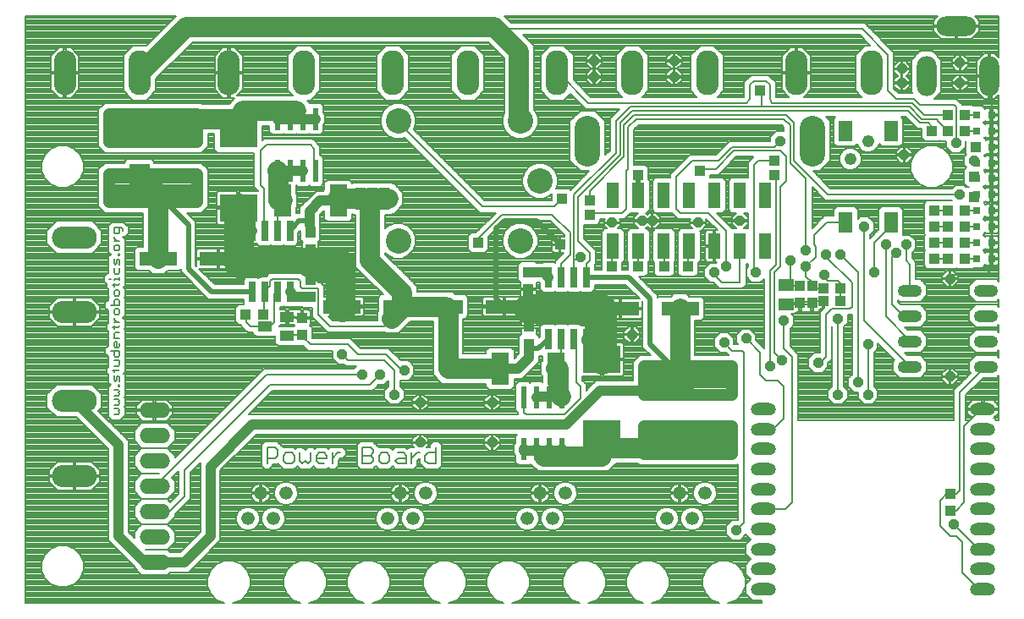
<source format=gbr>
G75*
G70*
%OFA0B0*%
%FSLAX24Y24*%
%IPPOS*%
%LPD*%
%AMOC8*
5,1,8,0,0,1.08239X$1,22.5*
%
%ADD10C,0.0060*%
%ADD11R,0.0260X0.0800*%
%ADD12R,0.0236X0.0866*%
%ADD13O,0.0960X0.0480*%
%ADD14C,0.0525*%
%ADD15R,0.0551X0.0394*%
%ADD16O,0.1200X0.0600*%
%ADD17R,0.0394X0.0433*%
%ADD18C,0.1000*%
%ADD19O,0.0787X0.1575*%
%ADD20O,0.1575X0.0787*%
%ADD21O,0.1000X0.2000*%
%ADD22C,0.0472*%
%ADD23R,0.1496X0.1102*%
%ADD24R,0.0709X0.1260*%
%ADD25R,0.0315X0.0315*%
%ADD26O,0.0886X0.1772*%
%ADD27R,0.0433X0.0394*%
%ADD28R,0.1496X0.0551*%
%ADD29C,0.0480*%
%ADD30O,0.1000X0.0500*%
%ADD31R,0.0500X0.1000*%
%ADD32R,0.0591X0.0512*%
%ADD33R,0.0551X0.0827*%
%ADD34O,0.1772X0.0886*%
%ADD35C,0.0394*%
%ADD36C,0.0079*%
%ADD37C,0.0787*%
%ADD38R,0.0394X0.0394*%
%ADD39OC8,0.0394*%
%ADD40C,0.1181*%
%ADD41C,0.1024*%
%ADD42C,0.0197*%
D10*
X011666Y008618D02*
X011666Y009258D01*
X011986Y009258D01*
X012093Y009151D01*
X012093Y008938D01*
X011986Y008831D01*
X011666Y008831D01*
X012310Y008724D02*
X012417Y008618D01*
X012631Y008618D01*
X012737Y008724D01*
X012737Y008938D01*
X012631Y009045D01*
X012417Y009045D01*
X012310Y008938D01*
X012310Y008724D01*
X012955Y008724D02*
X012955Y009045D01*
X012955Y008724D02*
X013062Y008618D01*
X013168Y008724D01*
X013275Y008618D01*
X013382Y008724D01*
X013382Y009045D01*
X013599Y008938D02*
X013599Y008724D01*
X013706Y008618D01*
X013920Y008618D01*
X014026Y008831D02*
X013599Y008831D01*
X013599Y008938D02*
X013706Y009045D01*
X013920Y009045D01*
X014026Y008938D01*
X014026Y008831D01*
X014244Y008831D02*
X014458Y009045D01*
X014564Y009045D01*
X014244Y009045D02*
X014244Y008618D01*
X015426Y008618D02*
X015746Y008618D01*
X015853Y008724D01*
X015853Y008831D01*
X015746Y008938D01*
X015426Y008938D01*
X015746Y008938D02*
X015853Y009045D01*
X015853Y009151D01*
X015746Y009258D01*
X015426Y009258D01*
X015426Y008618D01*
X016070Y008724D02*
X016177Y008618D01*
X016390Y008618D01*
X016497Y008724D01*
X016497Y008938D01*
X016390Y009045D01*
X016177Y009045D01*
X016070Y008938D01*
X016070Y008724D01*
X016715Y008724D02*
X016821Y008831D01*
X017142Y008831D01*
X017142Y008938D02*
X017142Y008618D01*
X016821Y008618D01*
X016715Y008724D01*
X016821Y009045D02*
X017035Y009045D01*
X017142Y008938D01*
X017359Y008831D02*
X017573Y009045D01*
X017679Y009045D01*
X017896Y008938D02*
X017896Y008724D01*
X018003Y008618D01*
X018323Y008618D01*
X018323Y009258D01*
X018323Y009045D02*
X018003Y009045D01*
X017896Y008938D01*
X017359Y009045D02*
X017359Y008618D01*
X005858Y010623D02*
X005801Y010680D01*
X005858Y010737D01*
X005801Y010793D01*
X005631Y010793D01*
X005631Y010935D02*
X005801Y010935D01*
X005858Y010992D01*
X005801Y011048D01*
X005858Y011105D01*
X005801Y011162D01*
X005631Y011162D01*
X005631Y011303D02*
X005801Y011303D01*
X005858Y011360D01*
X005801Y011417D01*
X005858Y011473D01*
X005801Y011530D01*
X005631Y011530D01*
X005801Y011671D02*
X005801Y011728D01*
X005858Y011728D01*
X005858Y011671D01*
X005801Y011671D01*
X005858Y011856D02*
X005858Y012026D01*
X005801Y012082D01*
X005744Y012026D01*
X005744Y011912D01*
X005688Y011856D01*
X005631Y011912D01*
X005631Y012082D01*
X005631Y012224D02*
X005631Y012337D01*
X005574Y012281D02*
X005801Y012281D01*
X005858Y012337D01*
X005801Y012469D02*
X005858Y012526D01*
X005858Y012696D01*
X005631Y012696D01*
X005688Y012838D02*
X005631Y012894D01*
X005631Y013065D01*
X005518Y013065D02*
X005858Y013065D01*
X005858Y012894D01*
X005801Y012838D01*
X005688Y012838D01*
X005688Y013206D02*
X005631Y013263D01*
X005631Y013376D01*
X005688Y013433D01*
X005744Y013433D01*
X005744Y013206D01*
X005688Y013206D02*
X005801Y013206D01*
X005858Y013263D01*
X005858Y013376D01*
X005858Y013574D02*
X005631Y013574D01*
X005631Y013744D01*
X005688Y013801D01*
X005858Y013801D01*
X005801Y013999D02*
X005574Y013999D01*
X005631Y013943D02*
X005631Y014056D01*
X005631Y014188D02*
X005858Y014188D01*
X005744Y014188D02*
X005631Y014302D01*
X005631Y014358D01*
X005688Y014495D02*
X005631Y014552D01*
X005631Y014665D01*
X005688Y014722D01*
X005801Y014722D01*
X005858Y014665D01*
X005858Y014552D01*
X005801Y014495D01*
X005688Y014495D01*
X005631Y014863D02*
X005631Y015033D01*
X005688Y015090D01*
X005801Y015090D01*
X005858Y015033D01*
X005858Y014863D01*
X005518Y014863D01*
X005688Y015232D02*
X005631Y015288D01*
X005631Y015402D01*
X005688Y015459D01*
X005801Y015459D01*
X005858Y015402D01*
X005858Y015288D01*
X005801Y015232D01*
X005688Y015232D01*
X005631Y015600D02*
X005631Y015713D01*
X005574Y015657D02*
X005801Y015657D01*
X005858Y015713D01*
X005858Y015845D02*
X005858Y015959D01*
X005858Y015902D02*
X005631Y015902D01*
X005631Y015845D01*
X005518Y015902D02*
X005461Y015902D01*
X005688Y016091D02*
X005631Y016148D01*
X005631Y016318D01*
X005688Y016459D02*
X005631Y016516D01*
X005631Y016686D01*
X005744Y016629D02*
X005744Y016516D01*
X005688Y016459D01*
X005858Y016459D02*
X005858Y016629D01*
X005801Y016686D01*
X005744Y016629D01*
X005801Y016828D02*
X005801Y016884D01*
X005858Y016884D01*
X005858Y016828D01*
X005801Y016828D01*
X005801Y017012D02*
X005858Y017068D01*
X005858Y017182D01*
X005801Y017239D01*
X005688Y017239D01*
X005631Y017182D01*
X005631Y017068D01*
X005688Y017012D01*
X005801Y017012D01*
X005744Y017380D02*
X005631Y017493D01*
X005631Y017550D01*
X005688Y017687D02*
X005631Y017744D01*
X005631Y017914D01*
X005915Y017914D01*
X005971Y017857D01*
X005971Y017800D01*
X005858Y017744D02*
X005858Y017914D01*
X005858Y017744D02*
X005801Y017687D01*
X005688Y017687D01*
X005631Y017380D02*
X005858Y017380D01*
X005858Y016318D02*
X005858Y016148D01*
X005801Y016091D01*
X005688Y016091D01*
X005858Y014056D02*
X005801Y013999D01*
X005801Y012469D02*
X005631Y012469D01*
X005858Y010623D02*
X005801Y010567D01*
X005631Y010567D01*
D11*
X011067Y015386D03*
X011567Y015386D03*
X012067Y015386D03*
X012567Y015386D03*
X012567Y017806D03*
X012067Y017806D03*
X011567Y017806D03*
X011067Y017806D03*
X022752Y015963D03*
X023252Y015963D03*
X023752Y015963D03*
X024252Y015963D03*
X024252Y013543D03*
X023752Y013543D03*
X023252Y013543D03*
X022752Y013543D03*
D12*
X022770Y011230D03*
X022270Y011230D03*
X021770Y011230D03*
X023270Y011230D03*
X023270Y009183D03*
X022770Y009183D03*
X022270Y009183D03*
X021770Y009183D03*
X013567Y020163D03*
X013067Y020163D03*
X012567Y020163D03*
X012067Y020163D03*
X012067Y022210D03*
X012567Y022210D03*
X013067Y022210D03*
X013567Y022210D03*
D13*
X036986Y015442D03*
X036986Y014442D03*
X036986Y013442D03*
X036986Y012442D03*
X039986Y012442D03*
X039986Y013442D03*
X039986Y014442D03*
X039986Y015442D03*
D14*
X028911Y007452D03*
X027911Y007452D03*
X027411Y006452D03*
X028411Y006452D03*
X023411Y007452D03*
X022411Y007452D03*
X021911Y006452D03*
X022911Y006452D03*
X017911Y007452D03*
X016911Y007452D03*
X016411Y006452D03*
X017411Y006452D03*
X012411Y007452D03*
X011411Y007452D03*
X010911Y006452D03*
X011911Y006452D03*
D15*
X012463Y013647D03*
X012463Y014395D03*
X011597Y014021D03*
D16*
X007234Y010726D03*
X007234Y009726D03*
X007234Y008726D03*
X007234Y007726D03*
X007234Y006726D03*
X007234Y005726D03*
X007234Y004726D03*
D17*
X013053Y013686D03*
X013053Y014355D03*
X013368Y015182D03*
X013368Y015851D03*
X013368Y017072D03*
X013368Y017741D03*
X021951Y016166D03*
X021951Y015497D03*
X021982Y014013D03*
X021982Y013344D03*
X032660Y014946D03*
X033132Y014946D03*
X033132Y015615D03*
X032660Y015615D03*
X038565Y007426D03*
X038565Y006757D03*
D18*
X021636Y017407D03*
X022423Y019769D03*
X021636Y022131D03*
X016833Y022131D03*
X016833Y017407D03*
D19*
X037632Y023899D03*
X040112Y023899D03*
D20*
X038813Y025867D03*
D21*
X033153Y021344D03*
X024293Y021344D03*
D22*
X026518Y011344D02*
X029982Y011344D01*
X026518Y011344D02*
X026518Y012446D01*
X029982Y012446D01*
X029982Y011344D01*
X029982Y011815D02*
X026518Y011815D01*
X026518Y012286D02*
X029982Y012286D01*
X029982Y008982D02*
X026518Y008982D01*
X026518Y010084D01*
X029982Y010084D01*
X029982Y008982D01*
X029982Y009453D02*
X026518Y009453D01*
X026518Y009924D02*
X029982Y009924D01*
X008911Y018938D02*
X005447Y018938D01*
X005447Y020040D01*
X008911Y020040D01*
X008911Y018938D01*
X008911Y019409D02*
X005447Y019409D01*
X005447Y019880D02*
X008911Y019880D01*
X008911Y021300D02*
X005447Y021300D01*
X005447Y022402D01*
X008911Y022402D01*
X008911Y021300D01*
X008911Y021771D02*
X005447Y021771D01*
X005447Y022242D02*
X008911Y022242D01*
D23*
X010534Y021619D03*
X010534Y018706D03*
X024864Y012722D03*
X024864Y009808D03*
D24*
X023053Y012367D03*
X020849Y012367D03*
X014471Y018981D03*
X012266Y018981D03*
D25*
X039608Y019218D03*
X040199Y019218D03*
X040199Y019848D03*
X039608Y019848D03*
X039608Y020477D03*
X040199Y020477D03*
X040199Y021107D03*
X039608Y021107D03*
X039608Y021737D03*
X040199Y021737D03*
X040199Y022367D03*
X039608Y022367D03*
X039608Y018588D03*
X040199Y018588D03*
X040199Y017958D03*
X039608Y017958D03*
X039608Y017328D03*
X040199Y017328D03*
X040199Y016698D03*
X039608Y016698D03*
D26*
X035474Y024021D03*
X032522Y024021D03*
X028998Y024021D03*
X026045Y024021D03*
X023093Y024021D03*
X019569Y024021D03*
X016616Y024021D03*
X013112Y024021D03*
X010160Y024021D03*
X006656Y024021D03*
X003703Y024021D03*
D27*
X010829Y014493D03*
X011498Y014493D03*
X033585Y015044D03*
X033585Y015517D03*
X034254Y015517D03*
X034254Y015044D03*
X038467Y016698D03*
X039136Y016698D03*
X039136Y017328D03*
X039136Y017958D03*
X039136Y018588D03*
X038467Y018588D03*
X038467Y017958D03*
X038467Y017328D03*
X038467Y021737D03*
X038467Y022367D03*
X039136Y022367D03*
X039136Y021737D03*
D28*
X027935Y014729D03*
X025573Y014729D03*
X021006Y014808D03*
X018644Y014808D03*
X016990Y014808D03*
X014628Y014808D03*
X009746Y016698D03*
X007384Y016698D03*
D29*
X034636Y020629D03*
X035343Y021336D03*
D30*
X031203Y010753D03*
X031203Y009966D03*
X031203Y009178D03*
X031203Y008391D03*
X031203Y007603D03*
X031203Y006816D03*
X031203Y006029D03*
X031203Y005241D03*
X031203Y004454D03*
X031203Y003666D03*
X039864Y003666D03*
X039864Y004454D03*
X039864Y005241D03*
X039864Y006029D03*
X039864Y006816D03*
X039864Y007603D03*
X039864Y008391D03*
X039864Y009178D03*
X039864Y009966D03*
X039864Y010753D03*
D31*
X031289Y017194D03*
X030289Y017194D03*
X029289Y017194D03*
X028289Y017194D03*
X027289Y017194D03*
X026289Y017194D03*
X025289Y017194D03*
X025289Y019194D03*
X026289Y019194D03*
X027289Y019194D03*
X028289Y019194D03*
X029289Y019194D03*
X030289Y019194D03*
X031289Y019194D03*
D32*
X032108Y015655D03*
X032108Y014907D03*
D33*
X034463Y018143D03*
X036234Y018143D03*
X036234Y021726D03*
X034463Y021726D03*
D34*
X004077Y017544D03*
X004077Y014592D03*
X004077Y011088D03*
X004077Y008135D03*
D35*
X005809Y009355D02*
X005809Y005753D01*
X006833Y004729D01*
X007230Y004729D01*
X007234Y004726D01*
X007230Y004729D02*
X008408Y004729D01*
X009431Y005753D01*
X009431Y008509D01*
X011085Y010163D01*
X023447Y010163D01*
X024786Y011501D01*
X027856Y011501D01*
X027935Y011580D01*
X027935Y011895D01*
X024864Y013470D02*
X024252Y013470D01*
X024252Y013543D01*
X024864Y014729D02*
X025573Y014729D01*
X022752Y015963D02*
X022568Y016147D01*
X021971Y016147D01*
X021951Y016166D01*
X021951Y015497D02*
X021951Y014729D01*
X021982Y014729D01*
X021982Y014013D01*
X021982Y013344D02*
X021982Y012792D01*
X021557Y012367D01*
X020849Y012367D01*
X022270Y011230D02*
X022305Y011265D01*
X022735Y011265D01*
X022770Y011230D01*
X022738Y011262D01*
X022738Y011265D01*
X023235Y011265D01*
X023270Y011230D01*
X023270Y009183D02*
X023226Y009139D01*
X022817Y009139D01*
X022814Y009139D01*
X022770Y009183D01*
X022817Y009139D02*
X022581Y009139D01*
X022581Y008903D01*
X022581Y009139D02*
X022266Y009139D01*
X022266Y009178D01*
X022270Y009183D01*
X022266Y009139D02*
X021793Y009139D01*
X021793Y009159D01*
X021770Y009183D01*
X013368Y015182D02*
X013368Y015202D01*
X012727Y015202D01*
X012567Y015386D01*
X013368Y015851D02*
X013352Y016540D01*
X013356Y016540D01*
X013368Y016540D01*
X013356Y016540D02*
X013358Y016619D01*
X013368Y017072D01*
X013368Y017741D02*
X013356Y018194D01*
X013356Y018576D01*
X013762Y018981D01*
X014471Y018981D01*
X013067Y020163D02*
X012567Y020163D01*
X012067Y020163D01*
X012067Y022210D02*
X012567Y022210D01*
X012817Y022210D01*
X012817Y022525D01*
X012817Y022210D02*
X013067Y022210D01*
X013567Y022210D01*
X013067Y022210D02*
X013053Y022210D01*
X011067Y017806D02*
X011042Y017800D01*
X010534Y017800D01*
X010534Y016934D02*
X009746Y016698D01*
X004077Y011088D02*
X005809Y009355D01*
D36*
X002148Y003115D02*
X002148Y026265D01*
X008084Y026265D01*
X006922Y025102D01*
X006921Y025103D01*
X006923Y025103D01*
X006921Y025103D02*
X006391Y025103D01*
X006016Y024729D01*
X006016Y023313D01*
X006391Y022938D01*
X006921Y022938D01*
X007295Y023313D01*
X007295Y023806D01*
X008731Y025241D01*
X020368Y025241D01*
X021006Y024603D01*
X021006Y022431D01*
X020939Y022270D01*
X020939Y021992D01*
X021045Y021736D01*
X021241Y021540D01*
X021497Y021434D01*
X021775Y021434D01*
X022031Y021540D01*
X022227Y021736D01*
X022333Y021992D01*
X022333Y022270D01*
X022227Y022526D01*
X022187Y022565D01*
X022187Y025092D01*
X021841Y025438D01*
X021762Y025517D01*
X035003Y025517D01*
X035416Y025103D01*
X035209Y025103D01*
X029263Y025103D01*
X028733Y025103D01*
X026311Y025103D01*
X026310Y025103D02*
X025780Y025103D01*
X023358Y025103D01*
X022828Y025103D01*
X022453Y024729D01*
X022453Y023313D01*
X022828Y022938D01*
X023358Y022938D01*
X023619Y023200D01*
X024077Y022742D01*
X024215Y022603D01*
X025554Y022603D01*
X025318Y022367D01*
X025179Y022229D01*
X025179Y020969D01*
X024989Y020779D01*
X024989Y022132D01*
X024581Y022540D01*
X024004Y022540D01*
X023596Y022132D01*
X023596Y020555D01*
X024004Y020147D01*
X024357Y020147D01*
X023616Y019406D01*
X023568Y019454D01*
X023047Y019454D01*
X023120Y019630D01*
X023120Y019907D01*
X023014Y020164D01*
X022818Y020360D01*
X022562Y020466D01*
X022285Y020466D01*
X022029Y020360D01*
X021833Y020164D01*
X021726Y019907D01*
X021726Y019630D01*
X021833Y019374D01*
X022029Y019178D01*
X022285Y019072D01*
X022562Y019072D01*
X022818Y019178D01*
X022896Y019256D01*
X022896Y019000D01*
X022877Y018981D01*
X020238Y018981D01*
X017441Y021778D01*
X017530Y021992D01*
X017530Y022270D01*
X017423Y022526D01*
X017227Y022722D01*
X016971Y022828D01*
X016694Y022828D01*
X016438Y022722D01*
X016242Y022526D01*
X016136Y022270D01*
X016136Y021992D01*
X016242Y021736D01*
X016438Y021540D01*
X016694Y021434D01*
X016971Y021434D01*
X017074Y021477D01*
X020042Y018509D01*
X020238Y018509D01*
X020672Y018509D01*
X019885Y017722D01*
X019704Y017722D01*
X019589Y017606D01*
X019589Y017049D01*
X019704Y016934D01*
X020261Y016934D01*
X020376Y017049D01*
X020376Y017545D01*
X021025Y018194D01*
X022798Y018194D01*
X023368Y017624D01*
X023368Y017564D01*
X023230Y017564D01*
X023230Y017269D01*
X023191Y017269D01*
X023191Y017564D01*
X022965Y017564D01*
X022896Y017495D01*
X022896Y017269D01*
X023191Y017269D01*
X023191Y017229D01*
X023230Y017229D01*
X023230Y016934D01*
X023349Y016934D01*
X023016Y016601D01*
X023016Y016535D01*
X023002Y016521D01*
X022964Y016560D01*
X022540Y016560D01*
X022521Y016540D01*
X022269Y016540D01*
X022229Y016580D01*
X021672Y016580D01*
X021557Y016465D01*
X021557Y015868D01*
X021649Y015776D01*
X021636Y015763D01*
X021636Y015536D01*
X021911Y015536D01*
X021911Y015458D01*
X021636Y015458D01*
X021636Y015232D01*
X021666Y015202D01*
X021045Y015202D01*
X021045Y014848D01*
X020967Y014848D01*
X020967Y015202D01*
X020209Y015202D01*
X020140Y015133D01*
X020140Y014847D01*
X020966Y014847D01*
X020966Y014769D01*
X020140Y014769D01*
X020140Y014484D01*
X020209Y014414D01*
X020967Y014414D01*
X020967Y014769D01*
X021045Y014769D01*
X021045Y014414D01*
X021803Y014414D01*
X021872Y014484D01*
X021872Y014769D01*
X021045Y014769D01*
X021045Y014847D01*
X021872Y014847D01*
X021872Y015133D01*
X021842Y015163D01*
X021912Y015163D01*
X021912Y015458D01*
X021990Y015458D01*
X021990Y015536D01*
X022266Y015536D01*
X022266Y015753D01*
X022405Y015753D01*
X022425Y015733D01*
X022425Y015481D01*
X022540Y015366D01*
X022964Y015366D01*
X023002Y015405D01*
X023040Y015366D01*
X023464Y015366D01*
X023502Y015405D01*
X023540Y015366D01*
X023964Y015366D01*
X024002Y015405D01*
X024040Y015366D01*
X024464Y015366D01*
X024579Y015481D01*
X024579Y015668D01*
X025792Y015668D01*
X026336Y015123D01*
X025612Y015123D01*
X025612Y014769D01*
X025534Y014769D01*
X025534Y015123D01*
X024776Y015123D01*
X024707Y015054D01*
X024707Y014769D01*
X025533Y014769D01*
X025533Y014690D01*
X024707Y014690D01*
X024707Y014405D01*
X024776Y014336D01*
X025534Y014336D01*
X025534Y014690D01*
X025612Y014690D01*
X025612Y014336D01*
X026370Y014336D01*
X026439Y014405D01*
X026439Y014690D01*
X025612Y014690D01*
X025612Y014769D01*
X026439Y014769D01*
X026439Y015021D01*
X026459Y015001D01*
X026459Y013434D01*
X026459Y013190D01*
X026770Y012879D01*
X026338Y012879D01*
X026085Y012625D01*
X026085Y011895D01*
X024622Y011895D01*
X024392Y011664D01*
X024234Y011507D01*
X024234Y011756D01*
X024096Y011895D01*
X024077Y011914D01*
X024077Y012052D01*
X024825Y012052D01*
X024825Y012682D01*
X024904Y012682D01*
X024904Y012761D01*
X025730Y012761D01*
X025730Y013322D01*
X025661Y013391D01*
X024904Y013391D01*
X024904Y012761D01*
X024825Y012761D01*
X024825Y013391D01*
X024500Y013391D01*
X024500Y013517D01*
X024278Y013517D01*
X024278Y013391D01*
X024226Y013391D01*
X024226Y013517D01*
X024278Y013517D01*
X024278Y013569D01*
X024226Y013569D01*
X024226Y014061D01*
X024073Y014061D01*
X024058Y014046D01*
X023964Y014140D01*
X023540Y014140D01*
X023502Y014101D01*
X023464Y014140D01*
X023040Y014140D01*
X023002Y014101D01*
X022964Y014140D01*
X022540Y014140D01*
X022425Y014025D01*
X022425Y013634D01*
X022376Y013585D01*
X022376Y013642D01*
X022284Y013734D01*
X022297Y013747D01*
X022297Y013974D01*
X022022Y013974D01*
X022425Y013974D01*
X022425Y013897D02*
X022297Y013897D01*
X022297Y013820D02*
X022425Y013820D01*
X022425Y013742D02*
X022292Y013742D01*
X022353Y013665D02*
X022425Y013665D01*
X022379Y013588D02*
X022376Y013588D01*
X022452Y014052D02*
X022022Y014052D01*
X022297Y014052D01*
X022297Y014278D01*
X022228Y014348D01*
X022022Y014348D01*
X022022Y014052D01*
X022022Y013974D01*
X022022Y014052D02*
X021943Y014052D01*
X021943Y013974D01*
X019392Y013974D01*
X019392Y013897D02*
X021667Y013897D01*
X021667Y013974D02*
X021667Y013747D01*
X021681Y013734D01*
X021589Y013642D01*
X021589Y013507D01*
X021589Y012955D01*
X021400Y012766D01*
X021400Y013079D01*
X021284Y013194D01*
X020413Y013194D01*
X020297Y013079D01*
X020297Y012958D01*
X019392Y012958D01*
X019392Y014336D01*
X019473Y014336D01*
X019589Y014451D01*
X019589Y015165D01*
X019473Y015281D01*
X019085Y015281D01*
X018967Y015399D01*
X017581Y015399D01*
X017581Y015604D01*
X017235Y015950D01*
X016321Y016864D01*
X016321Y016933D01*
X016438Y016816D01*
X016694Y016710D01*
X016971Y016710D01*
X017227Y016816D01*
X017423Y017012D01*
X017530Y017268D01*
X017530Y017545D01*
X017423Y017801D01*
X017227Y017997D01*
X016971Y018103D01*
X016694Y018103D01*
X016438Y017997D01*
X016321Y017880D01*
X016321Y018430D01*
X016560Y018430D01*
X016599Y018470D01*
X016684Y018470D01*
X017030Y018816D01*
X017030Y019305D01*
X016684Y019651D01*
X016599Y019651D01*
X016560Y019690D01*
X016088Y019690D01*
X015531Y019690D01*
X015058Y019690D01*
X015022Y019653D01*
X015022Y019693D01*
X014906Y019808D01*
X014035Y019808D01*
X013919Y019693D01*
X013919Y019423D01*
X013880Y019383D01*
X013880Y019375D01*
X013599Y019375D01*
X013368Y019144D01*
X012963Y018739D01*
X012963Y018489D01*
X012817Y018489D01*
X012817Y018697D01*
X012856Y018737D01*
X012856Y019226D01*
X012817Y019265D01*
X012817Y019583D01*
X012867Y019533D01*
X013267Y019533D01*
X013317Y019583D01*
X013367Y019533D01*
X013767Y019533D01*
X013882Y019648D01*
X013882Y020677D01*
X013767Y020792D01*
X013762Y020792D01*
X013762Y020931D01*
X013762Y021126D01*
X013466Y021422D01*
X013270Y021422D01*
X011538Y021422D01*
X011478Y021363D01*
X011478Y021934D01*
X011752Y021934D01*
X011752Y021695D01*
X011867Y021580D01*
X012267Y021580D01*
X012317Y021630D01*
X012367Y021580D01*
X012767Y021580D01*
X012817Y021630D01*
X012867Y021580D01*
X013267Y021580D01*
X013317Y021630D01*
X013367Y021580D01*
X013767Y021580D01*
X013882Y021695D01*
X013882Y021968D01*
X013961Y022047D01*
X013961Y022373D01*
X013882Y022451D01*
X013882Y022724D01*
X013767Y022840D01*
X013367Y022840D01*
X013352Y022825D01*
X013239Y022938D01*
X013377Y022938D01*
X013752Y023313D01*
X013752Y024729D01*
X013377Y025103D01*
X012847Y025103D01*
X008593Y025103D01*
X008670Y025180D02*
X020429Y025180D01*
X020506Y025103D02*
X019834Y025103D01*
X019304Y025103D01*
X016881Y025103D01*
X016351Y025103D01*
X013378Y025103D01*
X013455Y025026D02*
X016274Y025026D01*
X016351Y025103D02*
X015976Y024729D01*
X015976Y023313D01*
X016351Y022938D01*
X016881Y022938D01*
X017256Y023313D01*
X017256Y024729D01*
X016881Y025103D01*
X016959Y025026D02*
X019226Y025026D01*
X019149Y024949D02*
X017036Y024949D01*
X017113Y024871D02*
X019072Y024871D01*
X018995Y024794D02*
X017191Y024794D01*
X017256Y024717D02*
X018929Y024717D01*
X018929Y024729D02*
X018929Y023313D01*
X019304Y022938D01*
X019834Y022938D01*
X020209Y023313D01*
X020209Y024729D01*
X019834Y025103D01*
X019911Y025026D02*
X020583Y025026D01*
X020660Y024949D02*
X019989Y024949D01*
X020066Y024871D02*
X020738Y024871D01*
X020815Y024794D02*
X020143Y024794D01*
X020209Y024717D02*
X020892Y024717D01*
X020969Y024639D02*
X020209Y024639D01*
X020209Y024562D02*
X021006Y024562D01*
X021006Y024485D02*
X020209Y024485D01*
X020209Y024408D02*
X021006Y024408D01*
X021006Y024330D02*
X020209Y024330D01*
X020209Y024253D02*
X021006Y024253D01*
X021006Y024176D02*
X020209Y024176D01*
X020209Y024098D02*
X021006Y024098D01*
X021006Y024021D02*
X020209Y024021D01*
X020209Y023944D02*
X021006Y023944D01*
X021006Y023867D02*
X020209Y023867D01*
X020209Y023789D02*
X021006Y023789D01*
X021006Y023712D02*
X020209Y023712D01*
X020209Y023635D02*
X021006Y023635D01*
X021006Y023557D02*
X020209Y023557D01*
X020209Y023480D02*
X021006Y023480D01*
X021006Y023403D02*
X020209Y023403D01*
X020209Y023326D02*
X021006Y023326D01*
X021006Y023248D02*
X020144Y023248D01*
X020067Y023171D02*
X021006Y023171D01*
X021006Y023094D02*
X019990Y023094D01*
X019912Y023016D02*
X021006Y023016D01*
X021006Y022939D02*
X019835Y022939D01*
X019303Y022939D02*
X016882Y022939D01*
X016960Y023016D02*
X019226Y023016D01*
X019148Y023094D02*
X017037Y023094D01*
X017114Y023171D02*
X019071Y023171D01*
X018994Y023248D02*
X017191Y023248D01*
X017256Y023326D02*
X018929Y023326D01*
X018929Y023403D02*
X017256Y023403D01*
X017256Y023480D02*
X018929Y023480D01*
X018929Y023557D02*
X017256Y023557D01*
X017256Y023635D02*
X018929Y023635D01*
X018929Y023712D02*
X017256Y023712D01*
X017256Y023789D02*
X018929Y023789D01*
X018929Y023867D02*
X017256Y023867D01*
X017256Y023944D02*
X018929Y023944D01*
X018929Y024021D02*
X017256Y024021D01*
X017256Y024098D02*
X018929Y024098D01*
X018929Y024176D02*
X017256Y024176D01*
X017256Y024253D02*
X018929Y024253D01*
X018929Y024330D02*
X017256Y024330D01*
X017256Y024408D02*
X018929Y024408D01*
X018929Y024485D02*
X017256Y024485D01*
X017256Y024562D02*
X018929Y024562D01*
X018929Y024639D02*
X017256Y024639D01*
X016196Y024949D02*
X013532Y024949D01*
X013609Y024871D02*
X016119Y024871D01*
X016042Y024794D02*
X013687Y024794D01*
X013752Y024717D02*
X015976Y024717D01*
X015976Y024639D02*
X013752Y024639D01*
X013752Y024562D02*
X015976Y024562D01*
X015976Y024485D02*
X013752Y024485D01*
X013752Y024408D02*
X015976Y024408D01*
X015976Y024330D02*
X013752Y024330D01*
X013752Y024253D02*
X015976Y024253D01*
X015976Y024176D02*
X013752Y024176D01*
X013752Y024098D02*
X015976Y024098D01*
X015976Y024021D02*
X013752Y024021D01*
X013752Y023944D02*
X015976Y023944D01*
X015976Y023867D02*
X013752Y023867D01*
X013752Y023789D02*
X015976Y023789D01*
X015976Y023712D02*
X013752Y023712D01*
X013752Y023635D02*
X015976Y023635D01*
X015976Y023557D02*
X013752Y023557D01*
X013752Y023480D02*
X015976Y023480D01*
X015976Y023403D02*
X013752Y023403D01*
X013752Y023326D02*
X015976Y023326D01*
X016041Y023248D02*
X013687Y023248D01*
X013610Y023171D02*
X016118Y023171D01*
X016196Y023094D02*
X013533Y023094D01*
X013456Y023016D02*
X016273Y023016D01*
X016350Y022939D02*
X013378Y022939D01*
X013315Y022862D02*
X021006Y022862D01*
X021006Y022785D02*
X017076Y022785D01*
X017242Y022707D02*
X021006Y022707D01*
X021006Y022630D02*
X017319Y022630D01*
X017396Y022553D02*
X021006Y022553D01*
X021006Y022476D02*
X017444Y022476D01*
X017476Y022398D02*
X020992Y022398D01*
X020960Y022321D02*
X017508Y022321D01*
X017530Y022244D02*
X020939Y022244D01*
X020939Y022166D02*
X017530Y022166D01*
X017530Y022089D02*
X020939Y022089D01*
X020939Y022012D02*
X017530Y022012D01*
X017506Y021935D02*
X020963Y021935D01*
X020995Y021857D02*
X017474Y021857D01*
X017442Y021780D02*
X021027Y021780D01*
X021079Y021703D02*
X017516Y021703D01*
X017594Y021625D02*
X021156Y021625D01*
X021233Y021548D02*
X017671Y021548D01*
X017748Y021471D02*
X021409Y021471D01*
X021863Y021471D02*
X023596Y021471D01*
X023596Y021548D02*
X022038Y021548D01*
X022116Y021625D02*
X023596Y021625D01*
X023596Y021703D02*
X022193Y021703D01*
X022245Y021780D02*
X023596Y021780D01*
X023596Y021857D02*
X022277Y021857D01*
X022309Y021935D02*
X023596Y021935D01*
X023596Y022012D02*
X022333Y022012D01*
X022333Y022089D02*
X023596Y022089D01*
X023630Y022166D02*
X022333Y022166D01*
X022333Y022244D02*
X023707Y022244D01*
X023784Y022321D02*
X022311Y022321D01*
X022279Y022398D02*
X023862Y022398D01*
X023939Y022476D02*
X022247Y022476D01*
X022200Y022553D02*
X025503Y022553D01*
X025426Y022476D02*
X024646Y022476D01*
X024723Y022398D02*
X025349Y022398D01*
X025271Y022321D02*
X024801Y022321D01*
X024878Y022244D02*
X025194Y022244D01*
X025179Y022166D02*
X024955Y022166D01*
X024989Y022089D02*
X025179Y022089D01*
X025179Y022012D02*
X024989Y022012D01*
X024989Y021935D02*
X025179Y021935D01*
X025179Y021857D02*
X024989Y021857D01*
X024989Y021780D02*
X025179Y021780D01*
X025179Y021703D02*
X024989Y021703D01*
X024989Y021625D02*
X025179Y021625D01*
X025179Y021548D02*
X024989Y021548D01*
X024989Y021471D02*
X025179Y021471D01*
X025179Y021394D02*
X024989Y021394D01*
X024989Y021316D02*
X025179Y021316D01*
X025179Y021239D02*
X024989Y021239D01*
X024989Y021162D02*
X025179Y021162D01*
X025179Y021084D02*
X024989Y021084D01*
X024989Y021007D02*
X025179Y021007D01*
X025140Y020930D02*
X024989Y020930D01*
X024989Y020853D02*
X025063Y020853D01*
X025415Y020871D02*
X023762Y019218D01*
X023762Y016619D01*
X023998Y016777D01*
X023762Y016619D02*
X023762Y015989D01*
X023752Y015979D01*
X023752Y015963D01*
X023252Y015963D02*
X023252Y016503D01*
X023604Y016855D01*
X023604Y017722D01*
X022896Y018430D01*
X020927Y018430D01*
X019982Y017485D01*
X019982Y017328D01*
X019589Y017298D02*
X017530Y017298D01*
X017530Y017375D02*
X019589Y017375D01*
X019589Y017452D02*
X017530Y017452D01*
X017530Y017529D02*
X019589Y017529D01*
X019589Y017607D02*
X017504Y017607D01*
X017472Y017684D02*
X019666Y017684D01*
X019924Y017761D02*
X017440Y017761D01*
X017386Y017839D02*
X020002Y017839D01*
X020079Y017916D02*
X017309Y017916D01*
X017232Y017993D02*
X020156Y017993D01*
X020233Y018070D02*
X017051Y018070D01*
X016614Y018070D02*
X016321Y018070D01*
X016321Y017993D02*
X016434Y017993D01*
X016356Y017916D02*
X016321Y017916D01*
X016321Y018148D02*
X020311Y018148D01*
X020388Y018225D02*
X016321Y018225D01*
X016321Y018302D02*
X020465Y018302D01*
X020543Y018379D02*
X016321Y018379D01*
X016586Y018457D02*
X020620Y018457D01*
X020140Y018745D02*
X016833Y022052D01*
X016833Y022131D01*
X016189Y022398D02*
X013935Y022398D01*
X013961Y022321D02*
X016157Y022321D01*
X016136Y022244D02*
X013961Y022244D01*
X013961Y022166D02*
X016136Y022166D01*
X016136Y022089D02*
X013961Y022089D01*
X013926Y022012D02*
X016136Y022012D01*
X016160Y021935D02*
X013882Y021935D01*
X013882Y021857D02*
X016192Y021857D01*
X016224Y021780D02*
X013882Y021780D01*
X013882Y021703D02*
X016276Y021703D01*
X016353Y021625D02*
X013812Y021625D01*
X013572Y021316D02*
X017235Y021316D01*
X017312Y021239D02*
X013649Y021239D01*
X013727Y021162D02*
X017389Y021162D01*
X017467Y021084D02*
X013762Y021084D01*
X013762Y021007D02*
X017544Y021007D01*
X017621Y020930D02*
X013762Y020930D01*
X013762Y020853D02*
X017698Y020853D01*
X017776Y020775D02*
X013784Y020775D01*
X013861Y020698D02*
X017853Y020698D01*
X017930Y020621D02*
X013882Y020621D01*
X013882Y020543D02*
X018008Y020543D01*
X018085Y020466D02*
X013882Y020466D01*
X013882Y020389D02*
X018162Y020389D01*
X018239Y020312D02*
X013882Y020312D01*
X013882Y020234D02*
X018317Y020234D01*
X018394Y020157D02*
X013882Y020157D01*
X013882Y020080D02*
X018471Y020080D01*
X018549Y020002D02*
X013882Y020002D01*
X013882Y019925D02*
X018626Y019925D01*
X018703Y019848D02*
X013882Y019848D01*
X013882Y019771D02*
X013997Y019771D01*
X013920Y019693D02*
X013882Y019693D01*
X013850Y019616D02*
X013919Y019616D01*
X013919Y019539D02*
X013773Y019539D01*
X013919Y019461D02*
X012817Y019461D01*
X012817Y019384D02*
X013881Y019384D01*
X013531Y019307D02*
X012817Y019307D01*
X012853Y019230D02*
X013453Y019230D01*
X013376Y019152D02*
X012856Y019152D01*
X012856Y019075D02*
X013299Y019075D01*
X013221Y018998D02*
X012856Y018998D01*
X012856Y018920D02*
X013144Y018920D01*
X013067Y018843D02*
X012856Y018843D01*
X012856Y018766D02*
X012990Y018766D01*
X012963Y018689D02*
X012817Y018689D01*
X012817Y018611D02*
X012963Y018611D01*
X012963Y018534D02*
X012817Y018534D01*
X012266Y018981D02*
X012030Y018745D01*
X012067Y018708D01*
X012067Y017806D01*
X011567Y017806D02*
X011567Y017869D01*
X011557Y017879D01*
X011557Y019454D01*
X011400Y019611D01*
X011400Y020950D01*
X011636Y021186D01*
X013368Y021186D01*
X013526Y021029D01*
X013526Y020163D01*
X013567Y020163D01*
X012817Y019583D02*
X012817Y019583D01*
X012817Y019539D02*
X012861Y019539D01*
X013273Y019539D02*
X013361Y019539D01*
X013919Y018582D02*
X013919Y018270D01*
X014035Y018155D01*
X014906Y018155D01*
X015022Y018270D01*
X015022Y018467D01*
X015058Y018430D01*
X015140Y018430D01*
X015140Y016375D01*
X015486Y016029D01*
X016234Y015281D01*
X016161Y015281D01*
X016045Y015165D01*
X016045Y014620D01*
X016006Y014580D01*
X016006Y014257D01*
X014253Y014257D01*
X014096Y014414D01*
X014589Y014414D01*
X014589Y014769D01*
X014667Y014769D01*
X014667Y014414D01*
X015425Y014414D01*
X015494Y014484D01*
X015494Y014769D01*
X014668Y014769D01*
X014668Y014847D01*
X015494Y014847D01*
X015494Y015133D01*
X015425Y015202D01*
X014667Y015202D01*
X014667Y014848D01*
X014589Y014848D01*
X014589Y015202D01*
X013919Y015202D01*
X013919Y015615D01*
X013781Y015753D01*
X013683Y015753D01*
X013683Y015812D01*
X013408Y015812D01*
X013408Y015891D01*
X013683Y015891D01*
X013683Y016117D01*
X013614Y016186D01*
X013407Y016186D01*
X013407Y015891D01*
X013329Y015891D01*
X013329Y016186D01*
X013122Y016186D01*
X013053Y016117D01*
X013053Y016087D01*
X012994Y016147D01*
X012798Y016147D01*
X011774Y016147D01*
X011636Y016008D01*
X011610Y015982D01*
X011355Y015982D01*
X011317Y015944D01*
X011279Y015982D01*
X010855Y015982D01*
X010740Y015867D01*
X010740Y015681D01*
X009604Y015683D01*
X008983Y016304D01*
X009707Y016304D01*
X009707Y016658D01*
X009785Y016658D01*
X009785Y016304D01*
X010543Y016304D01*
X010612Y016373D01*
X010612Y016659D01*
X009786Y016659D01*
X009786Y016737D01*
X010612Y016737D01*
X010612Y017022D01*
X010543Y017092D01*
X009785Y017092D01*
X009785Y016737D01*
X009707Y016737D01*
X009707Y016659D01*
X008880Y016659D01*
X008880Y016407D01*
X008860Y016427D01*
X008860Y017914D01*
X008860Y018159D01*
X008514Y018505D01*
X009091Y018505D01*
X009345Y018759D01*
X009345Y020220D01*
X009091Y020474D01*
X007226Y020474D01*
X007226Y020520D01*
X007111Y020635D01*
X006717Y020635D01*
X006161Y020635D01*
X006045Y020520D01*
X006045Y020474D01*
X005268Y020474D01*
X005014Y020220D01*
X005014Y018759D01*
X005268Y018505D01*
X006793Y018505D01*
X006793Y017170D01*
X006554Y017170D01*
X006439Y017055D01*
X006439Y016341D01*
X006554Y016226D01*
X007021Y016226D01*
X007139Y016107D01*
X007629Y016107D01*
X007747Y016226D01*
X008214Y016226D01*
X008270Y016282D01*
X008270Y016182D01*
X009359Y015092D01*
X009486Y015092D01*
X010740Y015091D01*
X010740Y014904D01*
X010757Y014887D01*
X010531Y014887D01*
X010415Y014772D01*
X010415Y014215D01*
X010531Y014100D01*
X010612Y014100D01*
X010612Y014080D01*
X010751Y013942D01*
X010908Y013785D01*
X011104Y013785D01*
X011124Y013785D01*
X011124Y013742D01*
X011239Y013627D01*
X011954Y013627D01*
X011990Y013664D01*
X011990Y013368D01*
X012106Y013253D01*
X012820Y013253D01*
X012839Y013273D01*
X013074Y013273D01*
X013270Y013076D01*
X013466Y013076D01*
X014234Y013076D01*
X014234Y012755D01*
X014465Y012525D01*
X014688Y012525D01*
X014766Y012446D01*
X014962Y012446D01*
X015174Y012446D01*
X015095Y012367D01*
X011734Y012367D01*
X011538Y012367D01*
X011400Y012229D01*
X011400Y012225D01*
X008031Y008856D01*
X008031Y008931D01*
X007740Y009222D01*
X006728Y009222D01*
X006437Y008931D01*
X006437Y008520D01*
X006728Y008229D01*
X007403Y008229D01*
X007397Y008222D01*
X006728Y008222D01*
X006437Y007931D01*
X006437Y007520D01*
X006728Y007229D01*
X007740Y007229D01*
X008031Y007520D01*
X008031Y007931D01*
X007902Y008060D01*
X008171Y008329D01*
X008171Y008254D01*
X008171Y007426D01*
X007854Y007108D01*
X007740Y007222D01*
X006728Y007222D01*
X006437Y006931D01*
X006437Y006520D01*
X006728Y006229D01*
X007740Y006229D01*
X008031Y006520D01*
X008031Y006617D01*
X008505Y007092D01*
X008644Y007230D01*
X008644Y008254D01*
X009037Y008647D01*
X009037Y005916D01*
X008244Y005123D01*
X007839Y005123D01*
X007740Y005222D01*
X006897Y005222D01*
X006890Y005229D01*
X007740Y005229D01*
X008031Y005520D01*
X008031Y005931D01*
X007740Y006222D01*
X006728Y006222D01*
X006437Y005931D01*
X006437Y005682D01*
X006203Y005916D01*
X006203Y009518D01*
X005972Y009749D01*
X005029Y010692D01*
X005159Y010823D01*
X005159Y011353D01*
X004785Y011727D01*
X003369Y011727D01*
X002994Y011353D01*
X002994Y010823D01*
X003369Y010448D01*
X004160Y010448D01*
X005415Y009192D01*
X005415Y005916D01*
X005415Y005590D01*
X006437Y004568D01*
X006437Y004520D01*
X006728Y004229D01*
X007740Y004229D01*
X007847Y004336D01*
X008571Y004336D01*
X008801Y004566D01*
X009825Y005590D01*
X009825Y005916D01*
X009825Y008346D01*
X011248Y009769D01*
X021527Y009769D01*
X021455Y009697D01*
X021455Y009424D01*
X021376Y009346D01*
X021376Y009020D01*
X021400Y008996D01*
X021400Y008976D01*
X021455Y008920D01*
X021455Y008668D01*
X021570Y008553D01*
X021970Y008553D01*
X022020Y008603D01*
X022070Y008553D01*
X022096Y008553D01*
X022336Y008312D01*
X025109Y008312D01*
X025424Y008627D01*
X026260Y008627D01*
X026338Y008548D01*
X030162Y008548D01*
X030219Y008605D01*
X030219Y006402D01*
X030199Y006383D01*
X029977Y006383D01*
X029746Y006152D01*
X029746Y005826D01*
X029977Y005596D01*
X030303Y005596D01*
X030528Y005821D01*
X030715Y005635D01*
X030506Y005426D01*
X030506Y005056D01*
X030715Y004848D01*
X030506Y004639D01*
X030506Y004269D01*
X030715Y004060D01*
X030506Y003851D01*
X030506Y003481D01*
X030768Y003220D01*
X031163Y003220D01*
X031163Y003115D01*
X029828Y003115D01*
X030136Y003242D01*
X030371Y003478D01*
X030498Y003785D01*
X030498Y004118D01*
X030371Y004426D01*
X030136Y004661D01*
X029828Y004789D01*
X029495Y004789D01*
X029187Y004661D01*
X028952Y004426D01*
X028825Y004118D01*
X028825Y003785D01*
X028952Y003478D01*
X029187Y003242D01*
X029495Y003115D01*
X026828Y003115D01*
X027136Y003242D01*
X027371Y003478D01*
X027498Y003785D01*
X027498Y004118D01*
X027371Y004426D01*
X027136Y004661D01*
X026828Y004789D01*
X026495Y004789D01*
X026187Y004661D01*
X025952Y004426D01*
X025825Y004118D01*
X025825Y003785D01*
X025952Y003478D01*
X026187Y003242D01*
X026495Y003115D01*
X024328Y003115D01*
X024636Y003242D01*
X024871Y003478D01*
X024998Y003785D01*
X024998Y004118D01*
X024871Y004426D01*
X024636Y004661D01*
X024328Y004789D01*
X023995Y004789D01*
X023687Y004661D01*
X023452Y004426D01*
X023325Y004118D01*
X023325Y003785D01*
X023452Y003478D01*
X023687Y003242D01*
X023995Y003115D01*
X021328Y003115D01*
X021636Y003242D01*
X021871Y003478D01*
X021998Y003785D01*
X021998Y004118D01*
X021871Y004426D01*
X021636Y004661D01*
X021328Y004789D01*
X020995Y004789D01*
X020687Y004661D01*
X020452Y004426D01*
X020325Y004118D01*
X020325Y003785D01*
X020452Y003478D01*
X020687Y003242D01*
X020995Y003115D01*
X018828Y003115D01*
X019136Y003242D01*
X019371Y003478D01*
X019498Y003785D01*
X019498Y004118D01*
X019371Y004426D01*
X019136Y004661D01*
X018828Y004789D01*
X018495Y004789D01*
X018187Y004661D01*
X017952Y004426D01*
X017825Y004118D01*
X017825Y003785D01*
X017952Y003478D01*
X018187Y003242D01*
X018495Y003115D01*
X015828Y003115D01*
X016136Y003242D01*
X016371Y003478D01*
X016498Y003785D01*
X016498Y004118D01*
X016371Y004426D01*
X016136Y004661D01*
X015828Y004789D01*
X015495Y004789D01*
X015187Y004661D01*
X014952Y004426D01*
X014825Y004118D01*
X014825Y003785D01*
X014952Y003478D01*
X015187Y003242D01*
X015495Y003115D01*
X013328Y003115D01*
X013636Y003242D01*
X013871Y003478D01*
X013998Y003785D01*
X013998Y004118D01*
X013871Y004426D01*
X013636Y004661D01*
X013328Y004789D01*
X012995Y004789D01*
X012687Y004661D01*
X012452Y004426D01*
X012325Y004118D01*
X012325Y003785D01*
X012452Y003478D01*
X012687Y003242D01*
X012995Y003115D01*
X010328Y003115D01*
X010636Y003242D01*
X010871Y003478D01*
X010998Y003785D01*
X010998Y004118D01*
X010871Y004426D01*
X010636Y004661D01*
X010328Y004789D01*
X009995Y004789D01*
X009687Y004661D01*
X009452Y004426D01*
X009325Y004118D01*
X009325Y003785D01*
X009452Y003478D01*
X009687Y003242D01*
X009995Y003115D01*
X002148Y003115D01*
X002148Y003155D02*
X009899Y003155D01*
X009713Y003232D02*
X002148Y003232D01*
X002148Y003309D02*
X009621Y003309D01*
X009543Y003386D02*
X002148Y003386D01*
X002148Y003464D02*
X009466Y003464D01*
X009426Y003541D02*
X002148Y003541D01*
X002148Y003618D02*
X009394Y003618D01*
X009362Y003696D02*
X002148Y003696D01*
X002148Y003773D02*
X003373Y003773D01*
X003440Y003745D02*
X003769Y003745D01*
X004073Y003871D01*
X004305Y004104D01*
X004431Y004407D01*
X004431Y004736D01*
X004305Y005040D01*
X004073Y005273D01*
X003769Y005399D01*
X003440Y005399D01*
X003136Y005273D01*
X002904Y005040D01*
X002778Y004736D01*
X002778Y004407D01*
X002904Y004104D01*
X003136Y003871D01*
X003440Y003745D01*
X003186Y003850D02*
X002148Y003850D01*
X002148Y003927D02*
X003080Y003927D01*
X003002Y004005D02*
X002148Y004005D01*
X002148Y004082D02*
X002925Y004082D01*
X002880Y004159D02*
X002148Y004159D01*
X002148Y004237D02*
X002848Y004237D01*
X002816Y004314D02*
X002148Y004314D01*
X002148Y004391D02*
X002784Y004391D01*
X002778Y004468D02*
X002148Y004468D01*
X002148Y004546D02*
X002778Y004546D01*
X002778Y004623D02*
X002148Y004623D01*
X002148Y004700D02*
X002778Y004700D01*
X002795Y004778D02*
X002148Y004778D01*
X002148Y004855D02*
X002827Y004855D01*
X002859Y004932D02*
X002148Y004932D01*
X002148Y005009D02*
X002891Y005009D01*
X002950Y005087D02*
X002148Y005087D01*
X002148Y005164D02*
X003027Y005164D01*
X003105Y005241D02*
X002148Y005241D01*
X002148Y005319D02*
X003247Y005319D01*
X003433Y005396D02*
X002148Y005396D01*
X002148Y005473D02*
X005532Y005473D01*
X005455Y005550D02*
X002148Y005550D01*
X002148Y005628D02*
X005415Y005628D01*
X005415Y005705D02*
X002148Y005705D01*
X002148Y005782D02*
X005415Y005782D01*
X005415Y005860D02*
X002148Y005860D01*
X002148Y005937D02*
X005415Y005937D01*
X005415Y006014D02*
X002148Y006014D01*
X002148Y006091D02*
X005415Y006091D01*
X005415Y006169D02*
X002148Y006169D01*
X002148Y006246D02*
X005415Y006246D01*
X005415Y006323D02*
X002148Y006323D01*
X002148Y006401D02*
X005415Y006401D01*
X005415Y006478D02*
X002148Y006478D01*
X002148Y006555D02*
X005415Y006555D01*
X005415Y006632D02*
X002148Y006632D01*
X002148Y006710D02*
X005415Y006710D01*
X005415Y006787D02*
X002148Y006787D01*
X002148Y006864D02*
X005415Y006864D01*
X005415Y006942D02*
X002148Y006942D01*
X002148Y007019D02*
X005415Y007019D01*
X005415Y007096D02*
X002148Y007096D01*
X002148Y007173D02*
X005415Y007173D01*
X005415Y007251D02*
X002148Y007251D01*
X002148Y007328D02*
X005415Y007328D01*
X005415Y007405D02*
X002148Y007405D01*
X002148Y007483D02*
X005415Y007483D01*
X005415Y007560D02*
X002148Y007560D01*
X002148Y007637D02*
X003338Y007637D01*
X003402Y007574D02*
X004037Y007574D01*
X004037Y008095D01*
X004116Y008095D01*
X004116Y007574D01*
X004752Y007574D01*
X005081Y007903D01*
X005081Y008096D01*
X004116Y008096D01*
X004116Y008174D01*
X005081Y008174D01*
X005081Y008367D01*
X004752Y008696D01*
X004116Y008696D01*
X004116Y008174D01*
X004037Y008174D01*
X004037Y008096D01*
X003073Y008096D01*
X003073Y007903D01*
X003402Y007574D01*
X003261Y007714D02*
X002148Y007714D01*
X002148Y007792D02*
X003184Y007792D01*
X003107Y007869D02*
X002148Y007869D01*
X002148Y007946D02*
X003073Y007946D01*
X003073Y008024D02*
X002148Y008024D01*
X002148Y008101D02*
X004037Y008101D01*
X004037Y008174D02*
X003073Y008174D01*
X003073Y008367D01*
X003402Y008696D01*
X004037Y008696D01*
X004037Y008174D01*
X004037Y008178D02*
X004116Y008178D01*
X004116Y008101D02*
X005415Y008101D01*
X005415Y008178D02*
X005081Y008178D01*
X005081Y008255D02*
X005415Y008255D01*
X005415Y008333D02*
X005081Y008333D01*
X005038Y008410D02*
X005415Y008410D01*
X005415Y008487D02*
X004961Y008487D01*
X004884Y008564D02*
X005415Y008564D01*
X005415Y008642D02*
X004806Y008642D01*
X005415Y008719D02*
X002148Y008719D01*
X002148Y008642D02*
X003347Y008642D01*
X003270Y008564D02*
X002148Y008564D01*
X002148Y008487D02*
X003193Y008487D01*
X003116Y008410D02*
X002148Y008410D01*
X002148Y008333D02*
X003073Y008333D01*
X003073Y008255D02*
X002148Y008255D01*
X002148Y008178D02*
X003073Y008178D01*
X004037Y008255D02*
X004116Y008255D01*
X004116Y008333D02*
X004037Y008333D01*
X004037Y008410D02*
X004116Y008410D01*
X004116Y008487D02*
X004037Y008487D01*
X004037Y008564D02*
X004116Y008564D01*
X004116Y008642D02*
X004037Y008642D01*
X004037Y008024D02*
X004116Y008024D01*
X004116Y007946D02*
X004037Y007946D01*
X004037Y007869D02*
X004116Y007869D01*
X004116Y007792D02*
X004037Y007792D01*
X004037Y007714D02*
X004116Y007714D01*
X004116Y007637D02*
X004037Y007637D01*
X004815Y007637D02*
X005415Y007637D01*
X005415Y007714D02*
X004893Y007714D01*
X004970Y007792D02*
X005415Y007792D01*
X005415Y007869D02*
X005047Y007869D01*
X005081Y007946D02*
X005415Y007946D01*
X005415Y008024D02*
X005081Y008024D01*
X005415Y008796D02*
X002148Y008796D01*
X002148Y008874D02*
X005415Y008874D01*
X005415Y008951D02*
X002148Y008951D01*
X002148Y009028D02*
X005415Y009028D01*
X005415Y009105D02*
X002148Y009105D01*
X002148Y009183D02*
X005415Y009183D01*
X005348Y009260D02*
X002148Y009260D01*
X002148Y009337D02*
X005270Y009337D01*
X005193Y009415D02*
X002148Y009415D01*
X002148Y009492D02*
X005116Y009492D01*
X005039Y009569D02*
X002148Y009569D01*
X002148Y009646D02*
X004961Y009646D01*
X004884Y009724D02*
X002148Y009724D01*
X002148Y009801D02*
X004807Y009801D01*
X004729Y009878D02*
X002148Y009878D01*
X002148Y009956D02*
X004652Y009956D01*
X004575Y010033D02*
X002148Y010033D01*
X002148Y010110D02*
X004498Y010110D01*
X004420Y010187D02*
X002148Y010187D01*
X002148Y010265D02*
X004343Y010265D01*
X004266Y010342D02*
X002148Y010342D01*
X002148Y010419D02*
X004189Y010419D01*
X003320Y010497D02*
X002148Y010497D01*
X002148Y010574D02*
X003243Y010574D01*
X003166Y010651D02*
X002148Y010651D01*
X002148Y010728D02*
X003088Y010728D01*
X003011Y010806D02*
X002148Y010806D01*
X002148Y010883D02*
X002994Y010883D01*
X002994Y010960D02*
X002148Y010960D01*
X002148Y011038D02*
X002994Y011038D01*
X002994Y011115D02*
X002148Y011115D01*
X002148Y011192D02*
X002994Y011192D01*
X002994Y011269D02*
X002148Y011269D01*
X002148Y011347D02*
X002994Y011347D01*
X003065Y011424D02*
X002148Y011424D01*
X002148Y011501D02*
X003143Y011501D01*
X003220Y011579D02*
X002148Y011579D01*
X002148Y011656D02*
X003297Y011656D01*
X002148Y011733D02*
X005489Y011733D01*
X005501Y011721D02*
X005404Y011624D01*
X005404Y011436D01*
X005424Y011417D01*
X005404Y011397D01*
X005404Y011209D01*
X005404Y011068D01*
X005424Y011048D01*
X005404Y011029D01*
X005404Y010841D01*
X005404Y010699D01*
X005424Y010680D01*
X005404Y010660D01*
X005404Y010473D01*
X005537Y010340D01*
X005707Y010340D01*
X005895Y010340D01*
X005952Y010396D01*
X006085Y010529D01*
X006085Y010643D01*
X006085Y010831D01*
X006051Y010864D01*
X006085Y010898D01*
X006085Y011011D01*
X006085Y011199D01*
X006051Y011232D01*
X006085Y011266D01*
X006085Y011379D01*
X006085Y011567D01*
X006085Y011567D01*
X006080Y011572D01*
X006085Y011577D01*
X006085Y011762D01*
X006085Y011932D01*
X006085Y012120D01*
X006028Y012176D01*
X006028Y012176D01*
X006023Y012181D01*
X006028Y012187D01*
X006085Y012243D01*
X006085Y012431D01*
X006084Y012432D01*
X006085Y012432D01*
X006085Y012602D01*
X006085Y012790D01*
X006080Y012795D01*
X006085Y012800D01*
X006085Y012988D01*
X006085Y013159D01*
X006080Y013164D01*
X006085Y013169D01*
X006085Y013357D01*
X006085Y013470D01*
X006080Y013475D01*
X006085Y013480D01*
X006085Y013668D01*
X006065Y013688D01*
X006085Y013707D01*
X006085Y013895D01*
X006051Y013929D01*
X006085Y013962D01*
X006085Y014094D01*
X006085Y014282D01*
X005997Y014370D01*
X006085Y014458D01*
X006085Y014646D01*
X006085Y014759D01*
X006080Y014764D01*
X006085Y014769D01*
X006085Y014957D01*
X006085Y015127D01*
X006051Y015161D01*
X006085Y015194D01*
X006085Y015382D01*
X006085Y015496D01*
X006028Y015552D01*
X006028Y015552D01*
X006023Y015558D01*
X006028Y015563D01*
X006085Y015619D01*
X006085Y015751D01*
X006085Y016053D01*
X006084Y016053D01*
X006085Y016054D01*
X006085Y016365D01*
X006085Y016535D01*
X006085Y016723D01*
X006085Y016723D01*
X006080Y016728D01*
X006085Y016734D01*
X006085Y016978D01*
X006085Y017162D01*
X006085Y017276D01*
X006080Y017281D01*
X006085Y017286D01*
X006085Y017474D01*
X005997Y017562D01*
X006009Y017574D01*
X006065Y017574D01*
X006198Y017706D01*
X006198Y017763D01*
X006198Y017951D01*
X006141Y018008D01*
X006009Y018141D01*
X005952Y018141D01*
X005764Y018141D01*
X005725Y018141D01*
X005537Y018141D01*
X005404Y018008D01*
X005404Y017838D01*
X005404Y017650D01*
X005407Y017647D01*
X005404Y017644D01*
X005404Y017399D01*
X005404Y017286D01*
X005409Y017281D01*
X005404Y017276D01*
X005404Y017162D01*
X005404Y016974D01*
X005471Y016908D01*
X005472Y016907D01*
X005501Y016877D01*
X005404Y016780D01*
X005404Y016422D01*
X005409Y016417D01*
X005404Y016412D01*
X005404Y016242D01*
X005404Y016129D01*
X005367Y016129D01*
X005234Y015996D01*
X005234Y015808D01*
X005347Y015695D01*
X005347Y015563D01*
X005404Y015506D01*
X005409Y015501D01*
X005404Y015496D01*
X005404Y015382D01*
X005404Y015194D01*
X005438Y015161D01*
X005404Y015127D01*
X005404Y015071D01*
X005291Y014957D01*
X005291Y014769D01*
X005404Y014656D01*
X005404Y014646D01*
X005404Y014458D01*
X005407Y014455D01*
X005404Y014452D01*
X005404Y014208D01*
X005404Y014150D01*
X005347Y014093D01*
X005347Y013905D01*
X005404Y013849D01*
X005409Y013844D01*
X005404Y013838D01*
X005404Y013650D01*
X005404Y013480D01*
X005409Y013475D01*
X005404Y013470D01*
X005404Y013282D01*
X005404Y013272D01*
X005291Y013159D01*
X005291Y012971D01*
X005404Y012857D01*
X005404Y012800D01*
X005409Y012795D01*
X005404Y012790D01*
X005404Y012602D01*
X005424Y012583D01*
X005404Y012563D01*
X005404Y012431D01*
X005347Y012375D01*
X005347Y012187D01*
X005404Y012130D01*
X005404Y011818D01*
X005430Y011792D01*
X005471Y011752D01*
X005472Y011751D01*
X005501Y011721D01*
X005436Y011656D02*
X004856Y011656D01*
X004934Y011579D02*
X005404Y011579D01*
X005404Y011501D02*
X005011Y011501D01*
X005088Y011424D02*
X005416Y011424D01*
X005404Y011347D02*
X005159Y011347D01*
X005159Y011269D02*
X005404Y011269D01*
X005404Y011192D02*
X005159Y011192D01*
X005159Y011115D02*
X005404Y011115D01*
X005413Y011038D02*
X005159Y011038D01*
X005159Y010960D02*
X005404Y010960D01*
X005404Y010883D02*
X005159Y010883D01*
X005142Y010806D02*
X005404Y010806D01*
X005404Y010728D02*
X005065Y010728D01*
X005070Y010651D02*
X005404Y010651D01*
X005404Y010574D02*
X005147Y010574D01*
X005225Y010497D02*
X005404Y010497D01*
X005457Y010419D02*
X005302Y010419D01*
X005379Y010342D02*
X005535Y010342D01*
X005457Y010265D02*
X009439Y010265D01*
X009516Y010342D02*
X007742Y010342D01*
X007707Y010307D02*
X007952Y010552D01*
X007952Y010686D01*
X007273Y010686D01*
X007273Y010307D01*
X007707Y010307D01*
X007740Y010222D02*
X006728Y010222D01*
X006437Y009931D01*
X006437Y009520D01*
X006728Y009229D01*
X007740Y009229D01*
X008031Y009520D01*
X008031Y009931D01*
X007740Y010222D01*
X007775Y010187D02*
X009362Y010187D01*
X009285Y010110D02*
X007852Y010110D01*
X007929Y010033D02*
X009207Y010033D01*
X009130Y009956D02*
X008006Y009956D01*
X008031Y009878D02*
X009053Y009878D01*
X008975Y009801D02*
X008031Y009801D01*
X008031Y009724D02*
X008898Y009724D01*
X008821Y009646D02*
X008031Y009646D01*
X008031Y009569D02*
X008744Y009569D01*
X008666Y009492D02*
X008003Y009492D01*
X007926Y009415D02*
X008589Y009415D01*
X008512Y009337D02*
X007848Y009337D01*
X007771Y009260D02*
X008434Y009260D01*
X008357Y009183D02*
X007779Y009183D01*
X007857Y009105D02*
X008280Y009105D01*
X008203Y009028D02*
X007934Y009028D01*
X008011Y008951D02*
X008125Y008951D01*
X008048Y008874D02*
X008031Y008874D01*
X008098Y008255D02*
X008171Y008255D01*
X008171Y008178D02*
X008020Y008178D01*
X007943Y008101D02*
X008171Y008101D01*
X008171Y008024D02*
X007939Y008024D01*
X008016Y007946D02*
X008171Y007946D01*
X008171Y007869D02*
X008031Y007869D01*
X008031Y007792D02*
X008171Y007792D01*
X008171Y007714D02*
X008031Y007714D01*
X008031Y007637D02*
X008171Y007637D01*
X008171Y007560D02*
X008031Y007560D01*
X007994Y007483D02*
X008171Y007483D01*
X008151Y007405D02*
X007916Y007405D01*
X007839Y007328D02*
X008074Y007328D01*
X007996Y007251D02*
X007762Y007251D01*
X007789Y007173D02*
X007919Y007173D01*
X007805Y006726D02*
X008408Y007328D01*
X008408Y008351D01*
X011793Y011737D01*
X015730Y011737D01*
X016124Y012131D01*
X016437Y011888D02*
X016439Y011888D01*
X016439Y011889D02*
X016439Y011664D01*
X016282Y011507D01*
X016282Y011181D01*
X016512Y010950D01*
X016838Y010950D01*
X017069Y011181D01*
X017069Y011507D01*
X016911Y011664D01*
X016911Y011895D01*
X017232Y011895D01*
X017463Y012125D01*
X017463Y012452D01*
X017232Y012682D01*
X016931Y012682D01*
X016458Y013155D01*
X016262Y013155D01*
X015356Y013155D01*
X015100Y013410D01*
X014962Y013548D01*
X013466Y013548D01*
X013447Y013567D01*
X013447Y013984D01*
X013355Y014076D01*
X013368Y014090D01*
X013368Y014316D01*
X013093Y014316D01*
X013093Y014395D01*
X013368Y014395D01*
X013368Y014621D01*
X013299Y014690D01*
X013092Y014690D01*
X013092Y014395D01*
X013014Y014395D01*
X013014Y014690D01*
X012807Y014690D01*
X012787Y014710D01*
X012502Y014710D01*
X012502Y014434D01*
X012738Y014434D01*
X012738Y014395D01*
X013014Y014395D01*
X013014Y014316D01*
X012856Y014316D01*
X012856Y014355D01*
X012502Y014355D01*
X012502Y014080D01*
X012748Y014080D01*
X012752Y014076D01*
X012716Y014040D01*
X012147Y014040D01*
X012186Y014080D01*
X012423Y014080D01*
X012423Y014355D01*
X012502Y014355D01*
X012502Y014434D01*
X012423Y014434D01*
X012423Y014710D01*
X012187Y014710D01*
X012187Y014789D01*
X012279Y014789D01*
X012317Y014827D01*
X012355Y014789D01*
X012779Y014789D01*
X012798Y014808D01*
X013050Y014808D01*
X013090Y014769D01*
X013447Y014769D01*
X013447Y014395D01*
X013585Y014257D01*
X013585Y014257D01*
X013919Y013923D01*
X014058Y013785D01*
X016184Y013785D01*
X016313Y013785D01*
X016352Y013745D01*
X016841Y013745D01*
X017314Y014218D01*
X018211Y014218D01*
X018211Y012612D01*
X018211Y012123D01*
X018557Y011777D01*
X020297Y011777D01*
X020297Y011656D01*
X016920Y011656D01*
X016911Y011733D02*
X020297Y011733D01*
X020297Y011656D02*
X020413Y011540D01*
X021284Y011540D01*
X021400Y011656D01*
X021455Y011656D01*
X021400Y011656D02*
X021400Y011974D01*
X021720Y011974D01*
X021951Y012204D01*
X022376Y012629D01*
X022376Y012859D01*
X022486Y012859D01*
X022502Y012876D01*
X022502Y012651D01*
X022463Y012612D01*
X022463Y012123D01*
X022502Y012083D01*
X022502Y011827D01*
X022470Y011860D01*
X022070Y011860D01*
X022020Y011809D01*
X021970Y011860D01*
X021570Y011860D01*
X021455Y011744D01*
X021455Y010715D01*
X021557Y010613D01*
X021557Y010556D01*
X010946Y010556D01*
X011891Y011501D01*
X015828Y011501D01*
X015967Y011639D01*
X016064Y011737D01*
X016287Y011737D01*
X016439Y011889D01*
X016439Y011810D02*
X016360Y011810D01*
X016439Y011733D02*
X016060Y011733D01*
X015983Y011656D02*
X016431Y011656D01*
X016353Y011579D02*
X015906Y011579D01*
X015828Y011501D02*
X016282Y011501D01*
X016282Y011424D02*
X011814Y011424D01*
X011737Y011347D02*
X016282Y011347D01*
X016282Y011269D02*
X011659Y011269D01*
X011582Y011192D02*
X016282Y011192D01*
X016347Y011115D02*
X011505Y011115D01*
X011428Y011038D02*
X016425Y011038D01*
X016502Y010960D02*
X011350Y010960D01*
X011273Y010883D02*
X017399Y010883D01*
X017384Y010898D02*
X017568Y010714D01*
X017679Y010714D01*
X017679Y011009D01*
X017384Y011009D01*
X017384Y010898D01*
X017384Y010960D02*
X016849Y010960D01*
X016926Y011038D02*
X017679Y011038D01*
X017679Y011048D02*
X017679Y011009D01*
X017719Y011009D01*
X017719Y011048D01*
X018014Y011048D01*
X018014Y011159D01*
X017829Y011344D01*
X017719Y011344D01*
X017719Y011049D01*
X017679Y011049D01*
X017679Y011344D01*
X017568Y011344D01*
X017384Y011159D01*
X017384Y011048D01*
X017679Y011048D01*
X017719Y011038D02*
X020514Y011038D01*
X020514Y011048D02*
X020514Y011009D01*
X020553Y011009D01*
X020553Y010714D01*
X020664Y010714D01*
X020848Y010898D01*
X020848Y011009D01*
X020553Y011009D01*
X020553Y011048D01*
X020848Y011048D01*
X020848Y011159D01*
X020664Y011344D01*
X020553Y011344D01*
X020553Y011049D01*
X020514Y011049D01*
X020514Y011344D01*
X020403Y011344D01*
X020219Y011159D01*
X020219Y011048D01*
X020514Y011048D01*
X020514Y011009D02*
X020219Y011009D01*
X020219Y010898D01*
X020403Y010714D01*
X020514Y010714D01*
X020514Y011009D01*
X020553Y011038D02*
X021455Y011038D01*
X021455Y011115D02*
X020848Y011115D01*
X020815Y011192D02*
X021455Y011192D01*
X021455Y011269D02*
X020738Y011269D01*
X020553Y011269D02*
X020514Y011269D01*
X020514Y011192D02*
X020553Y011192D01*
X020553Y011115D02*
X020514Y011115D01*
X020514Y010960D02*
X020553Y010960D01*
X020553Y010883D02*
X020514Y010883D01*
X020514Y010806D02*
X020553Y010806D01*
X020553Y010728D02*
X020514Y010728D01*
X020388Y010728D02*
X017844Y010728D01*
X017829Y010714D02*
X018014Y010898D01*
X018014Y011009D01*
X017719Y011009D01*
X017719Y010714D01*
X017829Y010714D01*
X017719Y010728D02*
X017679Y010728D01*
X017679Y010806D02*
X017719Y010806D01*
X017719Y010883D02*
X017679Y010883D01*
X017679Y010960D02*
X017719Y010960D01*
X017719Y011115D02*
X017679Y011115D01*
X017679Y011192D02*
X017719Y011192D01*
X017719Y011269D02*
X017679Y011269D01*
X017494Y011269D02*
X017069Y011269D01*
X017069Y011192D02*
X017417Y011192D01*
X017384Y011115D02*
X017003Y011115D01*
X017069Y011347D02*
X021455Y011347D01*
X021455Y011424D02*
X017069Y011424D01*
X017069Y011501D02*
X021455Y011501D01*
X021455Y011579D02*
X021322Y011579D01*
X021400Y011733D02*
X021455Y011733D01*
X021400Y011810D02*
X021521Y011810D01*
X021400Y011888D02*
X022502Y011888D01*
X022502Y011965D02*
X021400Y011965D01*
X021789Y012042D02*
X022502Y012042D01*
X022466Y012120D02*
X021866Y012120D01*
X021943Y012197D02*
X022463Y012197D01*
X022463Y012274D02*
X022021Y012274D01*
X022098Y012351D02*
X022463Y012351D01*
X022463Y012429D02*
X022175Y012429D01*
X022253Y012506D02*
X022463Y012506D01*
X022463Y012583D02*
X022330Y012583D01*
X022376Y012661D02*
X022502Y012661D01*
X022502Y012738D02*
X022376Y012738D01*
X022376Y012815D02*
X022502Y012815D01*
X023053Y012367D02*
X023252Y012566D01*
X023252Y013543D01*
X023752Y013543D02*
X023841Y013454D01*
X023841Y011816D01*
X023998Y011659D01*
X023998Y011186D01*
X023368Y010556D01*
X021872Y010556D01*
X021793Y010635D01*
X021793Y011186D01*
X021770Y011209D01*
X021770Y011230D01*
X021455Y010960D02*
X020848Y010960D01*
X020833Y010883D02*
X021455Y010883D01*
X021455Y010806D02*
X020756Y010806D01*
X020679Y010728D02*
X021455Y010728D01*
X021519Y010651D02*
X011041Y010651D01*
X010964Y010574D02*
X021557Y010574D01*
X021482Y009724D02*
X020709Y009724D01*
X020664Y009769D02*
X020553Y009769D01*
X020553Y009474D01*
X020514Y009474D01*
X020514Y009769D01*
X020403Y009769D01*
X020219Y009584D01*
X020219Y009474D01*
X020514Y009474D01*
X020514Y009434D01*
X020553Y009434D01*
X020553Y009139D01*
X020664Y009139D01*
X020848Y009323D01*
X020848Y009434D01*
X020553Y009434D01*
X020553Y009474D01*
X020848Y009474D01*
X020848Y009584D01*
X020664Y009769D01*
X020553Y009724D02*
X020514Y009724D01*
X020514Y009646D02*
X020553Y009646D01*
X020553Y009569D02*
X020514Y009569D01*
X020514Y009492D02*
X020553Y009492D01*
X020514Y009434D02*
X020219Y009434D01*
X020219Y009323D01*
X020403Y009139D01*
X020514Y009139D01*
X020514Y009434D01*
X020514Y009415D02*
X020553Y009415D01*
X020553Y009337D02*
X020514Y009337D01*
X020514Y009260D02*
X020553Y009260D01*
X020553Y009183D02*
X020514Y009183D01*
X020359Y009183D02*
X018550Y009183D01*
X018550Y009139D02*
X018550Y009352D01*
X018417Y009485D01*
X018229Y009485D01*
X018096Y009352D01*
X018096Y009272D01*
X017962Y009272D01*
X018014Y009323D01*
X018014Y009434D01*
X017719Y009434D01*
X017719Y009474D01*
X017679Y009474D01*
X017679Y009769D01*
X017568Y009769D01*
X017384Y009584D01*
X017384Y009474D01*
X017679Y009474D01*
X017679Y009434D01*
X017384Y009434D01*
X017384Y009323D01*
X017436Y009272D01*
X017265Y009272D01*
X017197Y009203D01*
X017129Y009272D01*
X016941Y009272D01*
X016727Y009272D01*
X016606Y009150D01*
X016484Y009272D01*
X016271Y009272D01*
X016083Y009272D01*
X016068Y009257D01*
X016032Y009293D01*
X016013Y009312D01*
X016012Y009312D01*
X015947Y009378D01*
X015947Y009378D01*
X015924Y009401D01*
X015840Y009485D01*
X015840Y009485D01*
X015652Y009485D01*
X015332Y009485D01*
X015199Y009352D01*
X015199Y009164D01*
X015199Y009032D01*
X015199Y008844D01*
X015199Y008712D01*
X015199Y008524D01*
X015332Y008391D01*
X015840Y008391D01*
X015926Y008478D01*
X015947Y008498D01*
X015961Y008512D01*
X016083Y008391D01*
X016271Y008391D01*
X016296Y008391D01*
X016484Y008391D01*
X016484Y008391D01*
X016568Y008475D01*
X016591Y008498D01*
X016606Y008512D01*
X016727Y008391D01*
X017236Y008391D01*
X017250Y008406D01*
X017265Y008391D01*
X017453Y008391D01*
X017586Y008524D01*
X017586Y008737D01*
X017667Y008818D01*
X017669Y008818D01*
X017669Y008630D01*
X017802Y008498D01*
X017909Y008391D01*
X018097Y008391D01*
X018417Y008391D01*
X018550Y008524D01*
X018550Y008712D01*
X018550Y008951D01*
X021425Y008951D01*
X021455Y008874D02*
X018550Y008874D01*
X018550Y008951D02*
X018550Y009139D01*
X018550Y009105D02*
X021376Y009105D01*
X021376Y009028D02*
X018550Y009028D01*
X018550Y008796D02*
X021455Y008796D01*
X021455Y008719D02*
X018550Y008719D01*
X018550Y008642D02*
X021481Y008642D01*
X021559Y008564D02*
X018550Y008564D01*
X018514Y008487D02*
X022161Y008487D01*
X022238Y008410D02*
X018436Y008410D01*
X017890Y008410D02*
X017472Y008410D01*
X017549Y008487D02*
X017813Y008487D01*
X017735Y008564D02*
X017586Y008564D01*
X017586Y008642D02*
X017669Y008642D01*
X017669Y008719D02*
X017586Y008719D01*
X017645Y008796D02*
X017669Y008796D01*
X017384Y009337D02*
X015988Y009337D01*
X016065Y009260D02*
X016071Y009260D01*
X015910Y009415D02*
X017384Y009415D01*
X017384Y009492D02*
X010971Y009492D01*
X011048Y009569D02*
X017384Y009569D01*
X017446Y009646D02*
X011125Y009646D01*
X011203Y009724D02*
X017523Y009724D01*
X017679Y009724D02*
X017719Y009724D01*
X017719Y009769D02*
X017829Y009769D01*
X018014Y009584D01*
X018014Y009474D01*
X017719Y009474D01*
X017719Y009769D01*
X017719Y009646D02*
X017679Y009646D01*
X017679Y009569D02*
X017719Y009569D01*
X017719Y009492D02*
X017679Y009492D01*
X017874Y009724D02*
X020358Y009724D01*
X020281Y009646D02*
X017952Y009646D01*
X018014Y009569D02*
X020219Y009569D01*
X020219Y009492D02*
X018014Y009492D01*
X018014Y009415D02*
X018159Y009415D01*
X018096Y009337D02*
X018014Y009337D01*
X018488Y009415D02*
X020219Y009415D01*
X020219Y009337D02*
X018550Y009337D01*
X018550Y009260D02*
X020282Y009260D01*
X020708Y009183D02*
X021376Y009183D01*
X021376Y009260D02*
X020785Y009260D01*
X020848Y009337D02*
X021376Y009337D01*
X021445Y009415D02*
X020848Y009415D01*
X020848Y009492D02*
X021455Y009492D01*
X021455Y009569D02*
X020848Y009569D01*
X020786Y009646D02*
X021455Y009646D01*
X021982Y008564D02*
X022059Y008564D01*
X022316Y008333D02*
X009825Y008333D01*
X009825Y008255D02*
X030219Y008255D01*
X030219Y008178D02*
X009825Y008178D01*
X009825Y008101D02*
X030219Y008101D01*
X030219Y008024D02*
X009825Y008024D01*
X009825Y007946D02*
X030219Y007946D01*
X030219Y007869D02*
X029105Y007869D01*
X029172Y007841D02*
X029003Y007911D01*
X028820Y007911D01*
X028651Y007841D01*
X028522Y007712D01*
X028452Y007543D01*
X028452Y007360D01*
X028522Y007192D01*
X028651Y007062D01*
X028820Y006993D01*
X029003Y006993D01*
X029172Y007062D01*
X029301Y007192D01*
X029371Y007360D01*
X029371Y007543D01*
X029301Y007712D01*
X029172Y007841D01*
X029221Y007792D02*
X030219Y007792D01*
X030219Y007714D02*
X029299Y007714D01*
X029332Y007637D02*
X030219Y007637D01*
X030219Y007560D02*
X029364Y007560D01*
X029371Y007483D02*
X030219Y007483D01*
X030219Y007405D02*
X029371Y007405D01*
X029357Y007328D02*
X030219Y007328D01*
X030219Y007251D02*
X029325Y007251D01*
X029283Y007173D02*
X030219Y007173D01*
X030219Y007096D02*
X029205Y007096D01*
X029066Y007019D02*
X030219Y007019D01*
X030219Y006942D02*
X009825Y006942D01*
X009825Y007019D02*
X012257Y007019D01*
X012320Y006993D02*
X012503Y006993D01*
X012672Y007062D01*
X012801Y007192D01*
X012871Y007360D01*
X012871Y007543D01*
X012801Y007712D01*
X012672Y007841D01*
X012503Y007911D01*
X012320Y007911D01*
X012151Y007841D01*
X012022Y007712D01*
X011952Y007543D01*
X011952Y007360D01*
X012022Y007192D01*
X012151Y007062D01*
X012320Y006993D01*
X012172Y006841D02*
X012003Y006911D01*
X011820Y006911D01*
X011651Y006841D01*
X011522Y006712D01*
X011452Y006543D01*
X011452Y006360D01*
X011522Y006192D01*
X011651Y006062D01*
X011820Y005993D01*
X012003Y005993D01*
X012172Y006062D01*
X012301Y006192D01*
X012371Y006360D01*
X012371Y006543D01*
X012301Y006712D01*
X012172Y006841D01*
X012116Y006864D02*
X016207Y006864D01*
X016151Y006841D02*
X016022Y006712D01*
X015952Y006543D01*
X015952Y006360D01*
X016022Y006192D01*
X016151Y006062D01*
X016320Y005993D01*
X016503Y005993D01*
X016672Y006062D01*
X016801Y006192D01*
X016871Y006360D01*
X016871Y006543D01*
X016801Y006712D01*
X016672Y006841D01*
X016503Y006911D01*
X016320Y006911D01*
X016151Y006841D01*
X016097Y006787D02*
X012226Y006787D01*
X012302Y006710D02*
X016021Y006710D01*
X015989Y006632D02*
X012334Y006632D01*
X012366Y006555D02*
X015957Y006555D01*
X015952Y006478D02*
X012371Y006478D01*
X012371Y006401D02*
X015952Y006401D01*
X015968Y006323D02*
X012355Y006323D01*
X012323Y006246D02*
X016000Y006246D01*
X016045Y006169D02*
X012278Y006169D01*
X012201Y006091D02*
X016122Y006091D01*
X016268Y006014D02*
X012055Y006014D01*
X011768Y006014D02*
X011055Y006014D01*
X011003Y005993D02*
X011172Y006062D01*
X011301Y006192D01*
X011371Y006360D01*
X011371Y006543D01*
X011301Y006712D01*
X011172Y006841D01*
X011003Y006911D01*
X010820Y006911D01*
X010651Y006841D01*
X010522Y006712D01*
X010452Y006543D01*
X010452Y006360D01*
X010522Y006192D01*
X010651Y006062D01*
X010820Y005993D01*
X011003Y005993D01*
X011201Y006091D02*
X011622Y006091D01*
X011545Y006169D02*
X011278Y006169D01*
X011323Y006246D02*
X011500Y006246D01*
X011468Y006323D02*
X011355Y006323D01*
X011371Y006401D02*
X011452Y006401D01*
X011452Y006478D02*
X011371Y006478D01*
X011366Y006555D02*
X011457Y006555D01*
X011489Y006632D02*
X011334Y006632D01*
X011302Y006710D02*
X011521Y006710D01*
X011597Y006787D02*
X011226Y006787D01*
X011116Y006864D02*
X011707Y006864D01*
X011627Y007129D02*
X011487Y007071D01*
X011451Y007071D01*
X011451Y007412D01*
X011372Y007412D01*
X011372Y007071D01*
X011336Y007071D01*
X011196Y007129D01*
X011089Y007236D01*
X011031Y007376D01*
X011031Y007413D01*
X011372Y007413D01*
X011372Y007491D01*
X011031Y007491D01*
X011031Y007528D01*
X011089Y007667D01*
X011196Y007775D01*
X011336Y007832D01*
X011372Y007832D01*
X011372Y007491D01*
X011451Y007491D01*
X011792Y007491D01*
X011792Y007528D01*
X011734Y007667D01*
X011627Y007775D01*
X011487Y007832D01*
X011451Y007832D01*
X011451Y007491D01*
X011451Y007413D01*
X011792Y007413D01*
X011792Y007376D01*
X011734Y007236D01*
X011627Y007129D01*
X011671Y007173D02*
X012040Y007173D01*
X011998Y007251D02*
X011740Y007251D01*
X011772Y007328D02*
X011966Y007328D01*
X011952Y007405D02*
X011792Y007405D01*
X011779Y007560D02*
X011959Y007560D01*
X011952Y007483D02*
X011451Y007483D01*
X011451Y007560D02*
X011372Y007560D01*
X011372Y007637D02*
X011451Y007637D01*
X011451Y007714D02*
X011372Y007714D01*
X011372Y007792D02*
X011451Y007792D01*
X011586Y007792D02*
X012102Y007792D01*
X012024Y007714D02*
X011687Y007714D01*
X011747Y007637D02*
X011991Y007637D01*
X012218Y007869D02*
X009825Y007869D01*
X009825Y007792D02*
X011237Y007792D01*
X011136Y007714D02*
X009825Y007714D01*
X009825Y007637D02*
X011076Y007637D01*
X011044Y007560D02*
X009825Y007560D01*
X009825Y007483D02*
X011372Y007483D01*
X011372Y007405D02*
X011451Y007405D01*
X011451Y007328D02*
X011372Y007328D01*
X011372Y007251D02*
X011451Y007251D01*
X011451Y007173D02*
X011372Y007173D01*
X011372Y007096D02*
X011451Y007096D01*
X011547Y007096D02*
X012118Y007096D01*
X012566Y007019D02*
X017757Y007019D01*
X017820Y006993D02*
X017651Y007062D01*
X017522Y007192D01*
X017452Y007360D01*
X017452Y007543D01*
X017522Y007712D01*
X017651Y007841D01*
X017820Y007911D01*
X018003Y007911D01*
X018172Y007841D01*
X018301Y007712D01*
X018371Y007543D01*
X018371Y007360D01*
X018301Y007192D01*
X018172Y007062D01*
X018003Y006993D01*
X017820Y006993D01*
X017672Y006841D02*
X017801Y006712D01*
X017871Y006543D01*
X017871Y006360D01*
X017801Y006192D01*
X017672Y006062D01*
X017503Y005993D01*
X017320Y005993D01*
X017151Y006062D01*
X017022Y006192D01*
X016952Y006360D01*
X016952Y006543D01*
X017022Y006712D01*
X017151Y006841D01*
X017320Y006911D01*
X017503Y006911D01*
X017672Y006841D01*
X017616Y006864D02*
X021707Y006864D01*
X021651Y006841D02*
X021522Y006712D01*
X021452Y006543D01*
X021452Y006360D01*
X021522Y006192D01*
X021651Y006062D01*
X021820Y005993D01*
X022003Y005993D01*
X022172Y006062D01*
X022301Y006192D01*
X022371Y006360D01*
X022371Y006543D01*
X022301Y006712D01*
X022172Y006841D01*
X022003Y006911D01*
X021820Y006911D01*
X021651Y006841D01*
X021597Y006787D02*
X017726Y006787D01*
X017802Y006710D02*
X021521Y006710D01*
X021489Y006632D02*
X017834Y006632D01*
X017866Y006555D02*
X021457Y006555D01*
X021452Y006478D02*
X017871Y006478D01*
X017871Y006401D02*
X021452Y006401D01*
X021468Y006323D02*
X017855Y006323D01*
X017823Y006246D02*
X021500Y006246D01*
X021545Y006169D02*
X017778Y006169D01*
X017701Y006091D02*
X021622Y006091D01*
X021768Y006014D02*
X017555Y006014D01*
X017268Y006014D02*
X016555Y006014D01*
X016701Y006091D02*
X017122Y006091D01*
X017045Y006169D02*
X016778Y006169D01*
X016823Y006246D02*
X017000Y006246D01*
X016968Y006323D02*
X016855Y006323D01*
X016871Y006401D02*
X016952Y006401D01*
X016952Y006478D02*
X016871Y006478D01*
X016866Y006555D02*
X016957Y006555D01*
X016989Y006632D02*
X016834Y006632D01*
X016802Y006710D02*
X017021Y006710D01*
X017097Y006787D02*
X016726Y006787D01*
X016616Y006864D02*
X017207Y006864D01*
X017127Y007129D02*
X016987Y007071D01*
X016951Y007071D01*
X016951Y007412D01*
X016872Y007412D01*
X016872Y007071D01*
X016836Y007071D01*
X016696Y007129D01*
X016589Y007236D01*
X016531Y007376D01*
X016531Y007413D01*
X016872Y007413D01*
X016872Y007491D01*
X016531Y007491D01*
X016531Y007528D01*
X016589Y007667D01*
X016696Y007775D01*
X016836Y007832D01*
X016872Y007832D01*
X016872Y007491D01*
X016951Y007491D01*
X017292Y007491D01*
X017292Y007528D01*
X017234Y007667D01*
X017127Y007775D01*
X016987Y007832D01*
X016951Y007832D01*
X016951Y007491D01*
X016951Y007413D01*
X017292Y007413D01*
X017292Y007376D01*
X017234Y007236D01*
X017127Y007129D01*
X017171Y007173D02*
X017540Y007173D01*
X017498Y007251D02*
X017240Y007251D01*
X017272Y007328D02*
X017466Y007328D01*
X017452Y007405D02*
X017292Y007405D01*
X017279Y007560D02*
X017459Y007560D01*
X017452Y007483D02*
X016951Y007483D01*
X016951Y007560D02*
X016872Y007560D01*
X016872Y007637D02*
X016951Y007637D01*
X016951Y007714D02*
X016872Y007714D01*
X016872Y007792D02*
X016951Y007792D01*
X017086Y007792D02*
X017602Y007792D01*
X017524Y007714D02*
X017187Y007714D01*
X017247Y007637D02*
X017491Y007637D01*
X017718Y007869D02*
X012605Y007869D01*
X012721Y007792D02*
X016737Y007792D01*
X016636Y007714D02*
X012799Y007714D01*
X012832Y007637D02*
X016576Y007637D01*
X016544Y007560D02*
X012864Y007560D01*
X012871Y007483D02*
X016872Y007483D01*
X016872Y007405D02*
X016951Y007405D01*
X016951Y007328D02*
X016872Y007328D01*
X016872Y007251D02*
X016951Y007251D01*
X016951Y007173D02*
X016872Y007173D01*
X016872Y007096D02*
X016951Y007096D01*
X017047Y007096D02*
X017618Y007096D01*
X018066Y007019D02*
X023257Y007019D01*
X023320Y006993D02*
X023503Y006993D01*
X023672Y007062D01*
X023801Y007192D01*
X023871Y007360D01*
X023871Y007543D01*
X023801Y007712D01*
X023672Y007841D01*
X023503Y007911D01*
X023320Y007911D01*
X023151Y007841D01*
X023022Y007712D01*
X022952Y007543D01*
X022952Y007360D01*
X023022Y007192D01*
X023151Y007062D01*
X023320Y006993D01*
X023172Y006841D02*
X023003Y006911D01*
X022820Y006911D01*
X022651Y006841D01*
X022522Y006712D01*
X022452Y006543D01*
X022452Y006360D01*
X022522Y006192D01*
X022651Y006062D01*
X022820Y005993D01*
X023003Y005993D01*
X023172Y006062D01*
X023301Y006192D01*
X023371Y006360D01*
X023371Y006543D01*
X023301Y006712D01*
X023172Y006841D01*
X023116Y006864D02*
X027207Y006864D01*
X027151Y006841D02*
X027022Y006712D01*
X026952Y006543D01*
X026952Y006360D01*
X027022Y006192D01*
X027151Y006062D01*
X027320Y005993D01*
X027503Y005993D01*
X027672Y006062D01*
X027801Y006192D01*
X027871Y006360D01*
X027871Y006543D01*
X027801Y006712D01*
X027672Y006841D01*
X027503Y006911D01*
X027320Y006911D01*
X027151Y006841D01*
X027097Y006787D02*
X023226Y006787D01*
X023302Y006710D02*
X027021Y006710D01*
X026989Y006632D02*
X023334Y006632D01*
X023366Y006555D02*
X026957Y006555D01*
X026952Y006478D02*
X023371Y006478D01*
X023371Y006401D02*
X026952Y006401D01*
X026968Y006323D02*
X023355Y006323D01*
X023323Y006246D02*
X027000Y006246D01*
X027045Y006169D02*
X023278Y006169D01*
X023201Y006091D02*
X027122Y006091D01*
X027268Y006014D02*
X023055Y006014D01*
X022768Y006014D02*
X022055Y006014D01*
X022201Y006091D02*
X022622Y006091D01*
X022545Y006169D02*
X022278Y006169D01*
X022323Y006246D02*
X022500Y006246D01*
X022468Y006323D02*
X022355Y006323D01*
X022371Y006401D02*
X022452Y006401D01*
X022452Y006478D02*
X022371Y006478D01*
X022366Y006555D02*
X022457Y006555D01*
X022489Y006632D02*
X022334Y006632D01*
X022302Y006710D02*
X022521Y006710D01*
X022597Y006787D02*
X022226Y006787D01*
X022116Y006864D02*
X022707Y006864D01*
X022627Y007129D02*
X022734Y007236D01*
X022792Y007376D01*
X022792Y007413D01*
X022451Y007413D01*
X022451Y007491D01*
X022792Y007491D01*
X022792Y007528D01*
X022734Y007667D01*
X022627Y007775D01*
X022487Y007832D01*
X022451Y007832D01*
X022451Y007491D01*
X022372Y007491D01*
X022372Y007413D01*
X022031Y007413D01*
X022031Y007376D01*
X022089Y007236D01*
X022196Y007129D01*
X022336Y007071D01*
X022372Y007071D01*
X022372Y007412D01*
X022451Y007412D01*
X022451Y007071D01*
X022487Y007071D01*
X022627Y007129D01*
X022671Y007173D02*
X023040Y007173D01*
X022998Y007251D02*
X022740Y007251D01*
X022772Y007328D02*
X022966Y007328D01*
X022952Y007405D02*
X022792Y007405D01*
X022779Y007560D02*
X022959Y007560D01*
X022952Y007483D02*
X022451Y007483D01*
X022451Y007560D02*
X022372Y007560D01*
X022372Y007491D02*
X022372Y007832D01*
X022336Y007832D01*
X022196Y007775D01*
X022089Y007667D01*
X022031Y007528D01*
X022031Y007491D01*
X022372Y007491D01*
X022372Y007483D02*
X018371Y007483D01*
X018364Y007560D02*
X022044Y007560D01*
X022076Y007637D02*
X018332Y007637D01*
X018299Y007714D02*
X022136Y007714D01*
X022237Y007792D02*
X018221Y007792D01*
X018105Y007869D02*
X023218Y007869D01*
X023102Y007792D02*
X022586Y007792D01*
X022687Y007714D02*
X023024Y007714D01*
X022991Y007637D02*
X022747Y007637D01*
X022451Y007637D02*
X022372Y007637D01*
X022372Y007714D02*
X022451Y007714D01*
X022451Y007792D02*
X022372Y007792D01*
X022372Y007405D02*
X022451Y007405D01*
X022451Y007328D02*
X022372Y007328D01*
X022372Y007251D02*
X022451Y007251D01*
X022451Y007173D02*
X022372Y007173D01*
X022372Y007096D02*
X022451Y007096D01*
X022547Y007096D02*
X023118Y007096D01*
X023566Y007019D02*
X028757Y007019D01*
X028618Y007096D02*
X028047Y007096D01*
X027987Y007071D02*
X028127Y007129D01*
X028234Y007236D01*
X028292Y007376D01*
X028292Y007413D01*
X027951Y007413D01*
X027951Y007491D01*
X028292Y007491D01*
X028292Y007528D01*
X028234Y007667D01*
X028127Y007775D01*
X027987Y007832D01*
X027951Y007832D01*
X027951Y007491D01*
X027872Y007491D01*
X027872Y007413D01*
X027531Y007413D01*
X027531Y007376D01*
X027589Y007236D01*
X027696Y007129D01*
X027836Y007071D01*
X027872Y007071D01*
X027872Y007412D01*
X027951Y007412D01*
X027951Y007071D01*
X027987Y007071D01*
X027951Y007096D02*
X027872Y007096D01*
X027872Y007173D02*
X027951Y007173D01*
X027951Y007251D02*
X027872Y007251D01*
X027872Y007328D02*
X027951Y007328D01*
X027951Y007405D02*
X027872Y007405D01*
X027872Y007483D02*
X023871Y007483D01*
X023864Y007560D02*
X027544Y007560D01*
X027531Y007528D02*
X027531Y007491D01*
X027872Y007491D01*
X027872Y007832D01*
X027836Y007832D01*
X027696Y007775D01*
X027589Y007667D01*
X027531Y007528D01*
X027576Y007637D02*
X023832Y007637D01*
X023799Y007714D02*
X027636Y007714D01*
X027737Y007792D02*
X023721Y007792D01*
X023605Y007869D02*
X028718Y007869D01*
X028602Y007792D02*
X028086Y007792D01*
X028187Y007714D02*
X028524Y007714D01*
X028491Y007637D02*
X028247Y007637D01*
X028279Y007560D02*
X028459Y007560D01*
X028452Y007483D02*
X027951Y007483D01*
X027951Y007560D02*
X027872Y007560D01*
X027872Y007637D02*
X027951Y007637D01*
X027951Y007714D02*
X027872Y007714D01*
X027872Y007792D02*
X027951Y007792D01*
X028292Y007405D02*
X028452Y007405D01*
X028466Y007328D02*
X028272Y007328D01*
X028240Y007251D02*
X028498Y007251D01*
X028540Y007173D02*
X028171Y007173D01*
X028320Y006911D02*
X028151Y006841D01*
X028022Y006712D01*
X027952Y006543D01*
X027952Y006360D01*
X028022Y006192D01*
X028151Y006062D01*
X028320Y005993D01*
X028503Y005993D01*
X028672Y006062D01*
X028801Y006192D01*
X028871Y006360D01*
X028871Y006543D01*
X028801Y006712D01*
X028672Y006841D01*
X028503Y006911D01*
X028320Y006911D01*
X028207Y006864D02*
X027616Y006864D01*
X027726Y006787D02*
X028097Y006787D01*
X028021Y006710D02*
X027802Y006710D01*
X027834Y006632D02*
X027989Y006632D01*
X027957Y006555D02*
X027866Y006555D01*
X027871Y006478D02*
X027952Y006478D01*
X027952Y006401D02*
X027871Y006401D01*
X027855Y006323D02*
X027968Y006323D01*
X028000Y006246D02*
X027823Y006246D01*
X027778Y006169D02*
X028045Y006169D01*
X028122Y006091D02*
X027701Y006091D01*
X027555Y006014D02*
X028268Y006014D01*
X028555Y006014D02*
X029746Y006014D01*
X029746Y005937D02*
X009825Y005937D01*
X009825Y006014D02*
X010768Y006014D01*
X010622Y006091D02*
X009825Y006091D01*
X009825Y006169D02*
X010545Y006169D01*
X010500Y006246D02*
X009825Y006246D01*
X009825Y006323D02*
X010468Y006323D01*
X010452Y006401D02*
X009825Y006401D01*
X009825Y006478D02*
X010452Y006478D01*
X010457Y006555D02*
X009825Y006555D01*
X009825Y006632D02*
X010489Y006632D01*
X010521Y006710D02*
X009825Y006710D01*
X009825Y006787D02*
X010597Y006787D01*
X010707Y006864D02*
X009825Y006864D01*
X009825Y007096D02*
X011276Y007096D01*
X011152Y007173D02*
X009825Y007173D01*
X009825Y007251D02*
X011083Y007251D01*
X011051Y007328D02*
X009825Y007328D01*
X009825Y007405D02*
X011031Y007405D01*
X011572Y008391D02*
X011760Y008391D01*
X011893Y008524D01*
X011893Y008604D01*
X012080Y008604D01*
X012095Y008619D01*
X012323Y008391D01*
X012511Y008391D01*
X012537Y008391D01*
X012725Y008391D01*
X012809Y008475D01*
X012831Y008498D01*
X012831Y008498D01*
X012846Y008512D01*
X012968Y008391D01*
X013156Y008391D01*
X013168Y008404D01*
X013181Y008391D01*
X013369Y008391D01*
X013369Y008391D01*
X013454Y008476D01*
X013476Y008498D01*
X013491Y008512D01*
X013506Y008498D01*
X013612Y008391D01*
X013800Y008391D01*
X014014Y008391D01*
X014082Y008459D01*
X014150Y008391D01*
X014338Y008391D01*
X014471Y008524D01*
X014471Y008737D01*
X014551Y008818D01*
X014658Y008818D01*
X014791Y008951D01*
X015199Y008951D01*
X015199Y009028D02*
X014791Y009028D01*
X014791Y008951D02*
X014791Y009139D01*
X014658Y009272D01*
X014364Y009272D01*
X014351Y009259D01*
X014338Y009272D01*
X014150Y009272D01*
X014082Y009203D01*
X014014Y009272D01*
X013826Y009272D01*
X013612Y009272D01*
X013544Y009203D01*
X013476Y009272D01*
X013288Y009272D01*
X013168Y009152D01*
X013049Y009272D01*
X012861Y009272D01*
X012793Y009203D01*
X012725Y009272D01*
X012511Y009272D01*
X012323Y009272D01*
X012308Y009257D01*
X012283Y009282D01*
X012253Y009312D01*
X012252Y009313D01*
X012187Y009378D01*
X012187Y009378D01*
X012164Y009401D01*
X012080Y009485D01*
X011892Y009485D01*
X011572Y009485D01*
X011439Y009352D01*
X011439Y009164D01*
X011439Y008925D01*
X011439Y008737D01*
X011439Y008524D01*
X011572Y008391D01*
X011553Y008410D02*
X009889Y008410D01*
X009966Y008487D02*
X011476Y008487D01*
X011439Y008564D02*
X010043Y008564D01*
X010121Y008642D02*
X011439Y008642D01*
X011439Y008719D02*
X010198Y008719D01*
X010275Y008796D02*
X011439Y008796D01*
X011439Y008874D02*
X010353Y008874D01*
X010430Y008951D02*
X011439Y008951D01*
X011439Y009028D02*
X010507Y009028D01*
X010584Y009105D02*
X011439Y009105D01*
X011439Y009183D02*
X010662Y009183D01*
X010739Y009260D02*
X011439Y009260D01*
X011439Y009337D02*
X010816Y009337D01*
X010894Y009415D02*
X011501Y009415D01*
X012080Y009485D02*
X012080Y009485D01*
X012151Y009415D02*
X015261Y009415D01*
X015199Y009337D02*
X012228Y009337D01*
X012305Y009260D02*
X012312Y009260D01*
X012736Y009260D02*
X012850Y009260D01*
X013060Y009260D02*
X013277Y009260D01*
X013199Y009183D02*
X013138Y009183D01*
X013487Y009260D02*
X013601Y009260D01*
X014025Y009260D02*
X014139Y009260D01*
X014349Y009260D02*
X014352Y009260D01*
X014670Y009260D02*
X015199Y009260D01*
X015199Y009183D02*
X014747Y009183D01*
X014791Y009105D02*
X015199Y009105D01*
X015199Y008874D02*
X014714Y008874D01*
X014530Y008796D02*
X015199Y008796D01*
X015199Y008719D02*
X014471Y008719D01*
X014471Y008642D02*
X015199Y008642D01*
X015199Y008564D02*
X014471Y008564D01*
X014434Y008487D02*
X015235Y008487D01*
X015313Y008410D02*
X014357Y008410D01*
X014131Y008410D02*
X014033Y008410D01*
X013593Y008410D02*
X013388Y008410D01*
X013465Y008487D02*
X013516Y008487D01*
X013476Y008498D02*
X013476Y008498D01*
X013156Y008391D02*
X013156Y008391D01*
X012949Y008410D02*
X012744Y008410D01*
X012725Y008391D02*
X012725Y008391D01*
X012821Y008487D02*
X012871Y008487D01*
X012304Y008410D02*
X011779Y008410D01*
X011856Y008487D02*
X012227Y008487D01*
X012150Y008564D02*
X011893Y008564D01*
X012871Y007405D02*
X016531Y007405D01*
X016551Y007328D02*
X012857Y007328D01*
X012825Y007251D02*
X016583Y007251D01*
X016652Y007173D02*
X012783Y007173D01*
X012705Y007096D02*
X016776Y007096D01*
X018205Y007096D02*
X022276Y007096D01*
X022152Y007173D02*
X018283Y007173D01*
X018325Y007251D02*
X022083Y007251D01*
X022051Y007328D02*
X018357Y007328D01*
X018371Y007405D02*
X022031Y007405D01*
X023705Y007096D02*
X027776Y007096D01*
X027652Y007173D02*
X023783Y007173D01*
X023825Y007251D02*
X027583Y007251D01*
X027551Y007328D02*
X023857Y007328D01*
X023871Y007405D02*
X027531Y007405D01*
X028616Y006864D02*
X030219Y006864D01*
X030219Y006787D02*
X028726Y006787D01*
X028802Y006710D02*
X030219Y006710D01*
X030219Y006632D02*
X028834Y006632D01*
X028866Y006555D02*
X030219Y006555D01*
X030219Y006478D02*
X028871Y006478D01*
X028871Y006401D02*
X030217Y006401D01*
X030455Y006304D02*
X030140Y005989D01*
X030412Y005705D02*
X030645Y005705D01*
X030707Y005628D02*
X030335Y005628D01*
X030490Y005782D02*
X030567Y005782D01*
X030630Y005550D02*
X009785Y005550D01*
X009825Y005628D02*
X029945Y005628D01*
X029867Y005705D02*
X009825Y005705D01*
X009825Y005782D02*
X029790Y005782D01*
X029746Y005860D02*
X009825Y005860D01*
X009708Y005473D02*
X030553Y005473D01*
X030506Y005396D02*
X009631Y005396D01*
X009553Y005319D02*
X030506Y005319D01*
X030506Y005241D02*
X009476Y005241D01*
X009399Y005164D02*
X030506Y005164D01*
X030506Y005087D02*
X009322Y005087D01*
X009244Y005009D02*
X030553Y005009D01*
X030630Y004932D02*
X009167Y004932D01*
X009090Y004855D02*
X030707Y004855D01*
X030645Y004778D02*
X029855Y004778D01*
X030041Y004700D02*
X030567Y004700D01*
X030506Y004623D02*
X030174Y004623D01*
X030251Y004546D02*
X030506Y004546D01*
X030506Y004468D02*
X030328Y004468D01*
X030385Y004391D02*
X030506Y004391D01*
X030506Y004314D02*
X030417Y004314D01*
X030449Y004237D02*
X030538Y004237D01*
X030481Y004159D02*
X030615Y004159D01*
X030693Y004082D02*
X030498Y004082D01*
X030498Y004005D02*
X030659Y004005D01*
X030582Y003927D02*
X030498Y003927D01*
X030498Y003850D02*
X030506Y003850D01*
X030506Y003773D02*
X030493Y003773D01*
X030506Y003696D02*
X030461Y003696D01*
X030429Y003618D02*
X030506Y003618D01*
X030506Y003541D02*
X030397Y003541D01*
X030357Y003464D02*
X030524Y003464D01*
X030601Y003386D02*
X030280Y003386D01*
X030202Y003309D02*
X030678Y003309D01*
X030755Y003232D02*
X030110Y003232D01*
X029923Y003155D02*
X031163Y003155D01*
X029399Y003155D02*
X026923Y003155D01*
X027110Y003232D02*
X029213Y003232D01*
X029121Y003309D02*
X027202Y003309D01*
X027280Y003386D02*
X029043Y003386D01*
X028966Y003464D02*
X027357Y003464D01*
X027397Y003541D02*
X028926Y003541D01*
X028894Y003618D02*
X027429Y003618D01*
X027461Y003696D02*
X028862Y003696D01*
X028830Y003773D02*
X027493Y003773D01*
X027498Y003850D02*
X028825Y003850D01*
X028825Y003927D02*
X027498Y003927D01*
X027498Y004005D02*
X028825Y004005D01*
X028825Y004082D02*
X027498Y004082D01*
X027481Y004159D02*
X028842Y004159D01*
X028874Y004237D02*
X027449Y004237D01*
X027417Y004314D02*
X028906Y004314D01*
X028938Y004391D02*
X027385Y004391D01*
X027328Y004468D02*
X028995Y004468D01*
X029072Y004546D02*
X027251Y004546D01*
X027174Y004623D02*
X029149Y004623D01*
X029282Y004700D02*
X027041Y004700D01*
X026855Y004778D02*
X029468Y004778D01*
X029746Y006091D02*
X028701Y006091D01*
X028778Y006169D02*
X029763Y006169D01*
X029840Y006246D02*
X028823Y006246D01*
X028855Y006323D02*
X029917Y006323D01*
X030455Y006304D02*
X030455Y012997D01*
X030376Y013076D01*
X029982Y013076D01*
X029667Y013391D01*
X029385Y013665D02*
X028526Y013665D01*
X028526Y013588D02*
X029308Y013588D01*
X029274Y013554D02*
X029274Y013228D01*
X029504Y012997D01*
X029727Y012997D01*
X029746Y012978D01*
X029845Y012879D01*
X028526Y012879D01*
X028526Y014257D01*
X028765Y014257D01*
X028880Y014372D01*
X028880Y015087D01*
X028765Y015202D01*
X028298Y015202D01*
X028180Y015320D01*
X027691Y015320D01*
X027572Y015202D01*
X027106Y015202D01*
X027049Y015146D01*
X027049Y015245D01*
X026876Y015418D01*
X026305Y015989D01*
X026560Y015989D01*
X026675Y016105D01*
X026675Y016551D01*
X026736Y016612D01*
X026736Y017776D01*
X026621Y017891D01*
X026581Y017891D01*
X026636Y017945D01*
X026702Y017879D01*
X026813Y017879D01*
X026813Y018174D01*
X026852Y018174D01*
X026852Y017879D01*
X026946Y017879D01*
X026843Y017776D01*
X026843Y016612D01*
X026911Y016544D01*
X026911Y016105D01*
X027027Y015989D01*
X027584Y015989D01*
X027699Y016105D01*
X027699Y016575D01*
X027736Y016612D01*
X027736Y017776D01*
X027621Y017891D01*
X026975Y017891D01*
X027148Y018064D01*
X027148Y018174D01*
X026853Y018174D01*
X026853Y018214D01*
X027148Y018214D01*
X027148Y018324D01*
X026975Y018497D01*
X027613Y018497D01*
X027680Y018430D01*
X027837Y018273D01*
X028033Y018273D01*
X028356Y018273D01*
X028329Y018246D01*
X028329Y018135D01*
X028624Y018135D01*
X028624Y018096D01*
X028329Y018096D01*
X028329Y017985D01*
X028423Y017891D01*
X027958Y017891D01*
X027843Y017776D01*
X027843Y016612D01*
X027856Y016599D01*
X027856Y016105D01*
X027972Y015989D01*
X028528Y015989D01*
X028644Y016105D01*
X028644Y016520D01*
X028736Y016612D01*
X028736Y017776D01*
X028711Y017800D01*
X028774Y017800D01*
X028959Y017985D01*
X028959Y018096D01*
X028664Y018096D01*
X028664Y018135D01*
X028959Y018135D01*
X028959Y018246D01*
X028932Y018273D01*
X028940Y018273D01*
X029400Y017812D01*
X029329Y017812D01*
X029329Y017234D01*
X029250Y017234D01*
X029250Y017812D01*
X028991Y017812D01*
X028921Y017743D01*
X028921Y017233D01*
X029250Y017233D01*
X029250Y017155D01*
X028921Y017155D01*
X028921Y016645D01*
X028991Y016576D01*
X029250Y016576D01*
X029250Y017154D01*
X029329Y017154D01*
X029329Y016576D01*
X029382Y016576D01*
X029352Y016546D01*
X029352Y016540D01*
X029111Y016540D01*
X028880Y016310D01*
X028880Y015984D01*
X026311Y015984D01*
X026388Y015906D02*
X028957Y015906D01*
X029035Y015829D02*
X026466Y015829D01*
X026543Y015752D02*
X029256Y015752D01*
X029255Y015753D02*
X029352Y015655D01*
X029491Y015517D01*
X030199Y015517D01*
X030395Y015517D01*
X030534Y015655D01*
X030534Y016497D01*
X030612Y016497D01*
X030612Y016389D01*
X030534Y016310D01*
X030534Y015984D01*
X030534Y015984D01*
X030764Y015753D01*
X031090Y015753D01*
X031242Y015905D01*
X031242Y013174D01*
X030927Y013489D01*
X030927Y013711D01*
X030697Y013942D01*
X030370Y013942D01*
X030140Y013711D01*
X030140Y013385D01*
X030213Y013312D01*
X030080Y013312D01*
X030061Y013331D01*
X030061Y013554D01*
X029830Y013785D01*
X029504Y013785D01*
X029274Y013554D01*
X029274Y013511D02*
X028526Y013511D01*
X028526Y013433D02*
X029274Y013433D01*
X029274Y013356D02*
X028526Y013356D01*
X028526Y013279D02*
X029274Y013279D01*
X029300Y013201D02*
X028526Y013201D01*
X028526Y013124D02*
X029377Y013124D01*
X029455Y013047D02*
X028526Y013047D01*
X028526Y012970D02*
X029755Y012970D01*
X029832Y012892D02*
X028526Y012892D01*
X028526Y013742D02*
X029462Y013742D01*
X029872Y013742D02*
X030171Y013742D01*
X030140Y013665D02*
X029950Y013665D01*
X030027Y013588D02*
X030140Y013588D01*
X030140Y013511D02*
X030061Y013511D01*
X030061Y013433D02*
X030140Y013433D01*
X030169Y013356D02*
X030061Y013356D01*
X030248Y013820D02*
X028526Y013820D01*
X028526Y013897D02*
X030326Y013897D01*
X030534Y013548D02*
X031085Y012997D01*
X031085Y012131D01*
X031321Y011895D01*
X031793Y011895D01*
X032030Y011659D01*
X032030Y010399D01*
X031597Y009966D01*
X031203Y009966D01*
X032581Y010320D02*
X032581Y012742D01*
X032581Y012937D01*
X032266Y013252D01*
X032266Y013936D01*
X032423Y014094D01*
X032423Y014420D01*
X032311Y014533D01*
X032453Y014533D01*
X032522Y014602D01*
X032522Y014611D01*
X032620Y014611D01*
X032620Y014906D01*
X032699Y014906D01*
X032699Y014611D01*
X032886Y014611D01*
X033093Y014611D01*
X033093Y014906D01*
X033171Y014906D01*
X033171Y014611D01*
X033378Y014611D01*
X033447Y014681D01*
X033447Y014729D01*
X033545Y014729D01*
X033545Y015005D01*
X033624Y015005D01*
X033624Y014768D01*
X033585Y014729D01*
X033447Y014591D01*
X033447Y012997D01*
X033205Y012997D01*
X032974Y012766D01*
X032974Y012440D01*
X033205Y012210D01*
X033531Y012210D01*
X033762Y012440D01*
X033762Y012584D01*
X033919Y012742D01*
X033919Y012937D01*
X033919Y014015D01*
X033919Y011664D01*
X033762Y011507D01*
X033762Y011181D01*
X033993Y010950D01*
X034319Y010950D01*
X034549Y011181D01*
X034549Y011507D01*
X034392Y011664D01*
X034392Y014015D01*
X034549Y014173D01*
X034549Y014493D01*
X034707Y014493D01*
X034707Y012137D01*
X034549Y011979D01*
X034549Y011653D01*
X034780Y011422D01*
X034943Y011422D01*
X034943Y011181D01*
X035174Y010950D01*
X035500Y010950D01*
X035730Y011181D01*
X035730Y011507D01*
X035573Y011664D01*
X035573Y012992D01*
X035730Y013149D01*
X035730Y013372D01*
X036394Y012708D01*
X036309Y012623D01*
X036309Y012261D01*
X036565Y012005D01*
X037407Y012005D01*
X037663Y012261D01*
X037663Y012623D01*
X037407Y012879D01*
X036891Y012879D01*
X036765Y013005D01*
X037407Y013005D01*
X037663Y013261D01*
X037663Y013623D01*
X037407Y013879D01*
X036915Y013879D01*
X036789Y014005D01*
X037407Y014005D01*
X037663Y014261D01*
X037663Y014623D01*
X037407Y014879D01*
X036624Y014879D01*
X036518Y014985D01*
X036518Y015053D01*
X036565Y015005D01*
X037407Y015005D01*
X037663Y015261D01*
X037663Y015623D01*
X037407Y015879D01*
X037222Y015879D01*
X037222Y016360D01*
X037226Y016364D01*
X037226Y016560D01*
X037222Y016563D01*
X037069Y016717D01*
X037069Y016929D01*
X037226Y017086D01*
X037226Y017412D01*
X036996Y017643D01*
X036702Y017643D01*
X036707Y017648D01*
X036707Y018638D01*
X036591Y018753D01*
X035877Y018753D01*
X035762Y018638D01*
X035762Y017851D01*
X035475Y017564D01*
X035415Y017504D01*
X035415Y017637D01*
X035573Y017795D01*
X035573Y018121D01*
X035342Y018351D01*
X035016Y018351D01*
X034935Y018270D01*
X034935Y018638D01*
X034820Y018753D01*
X034106Y018753D01*
X033990Y018638D01*
X033990Y018379D01*
X033809Y018379D01*
X033613Y018379D01*
X033132Y017898D01*
X033132Y019514D01*
X033664Y018981D01*
X033860Y018981D01*
X038638Y018981D01*
X038214Y018981D01*
X037657Y018981D01*
X037541Y018866D01*
X037541Y018309D01*
X037578Y018273D01*
X037541Y018236D01*
X037541Y017679D01*
X037578Y017643D01*
X037541Y017606D01*
X037541Y017049D01*
X037578Y017013D01*
X037541Y016976D01*
X037541Y016420D01*
X037657Y016304D01*
X038214Y016304D01*
X038765Y016304D01*
X038801Y016341D01*
X038838Y016304D01*
X039434Y016304D01*
X039473Y016344D01*
X039847Y016344D01*
X039959Y016456D01*
X039992Y016422D01*
X040160Y016422D01*
X040160Y016658D01*
X040238Y016658D01*
X040238Y016422D01*
X040405Y016422D01*
X040474Y016492D01*
X040474Y016659D01*
X040238Y016659D01*
X040238Y016737D01*
X040160Y016737D01*
X040160Y016974D01*
X039992Y016974D01*
X039959Y016940D01*
X039887Y017013D01*
X039959Y017086D01*
X039992Y017052D01*
X040160Y017052D01*
X040160Y017288D01*
X040238Y017288D01*
X040238Y017052D01*
X040405Y017052D01*
X040474Y017121D01*
X040474Y017289D01*
X040238Y017289D01*
X040238Y017367D01*
X040160Y017367D01*
X040160Y017603D01*
X039992Y017603D01*
X039959Y017570D01*
X039887Y017643D01*
X039959Y017715D01*
X039992Y017682D01*
X040160Y017682D01*
X040160Y017918D01*
X040238Y017918D01*
X040238Y017682D01*
X040405Y017682D01*
X040474Y017751D01*
X040474Y017918D01*
X040238Y017918D01*
X040238Y017997D01*
X040160Y017997D01*
X040160Y018233D01*
X039992Y018233D01*
X039959Y018200D01*
X039887Y018273D01*
X039959Y018345D01*
X039992Y018312D01*
X040160Y018312D01*
X040160Y018548D01*
X040238Y018548D01*
X040238Y018312D01*
X040405Y018312D01*
X040474Y018381D01*
X040474Y018548D01*
X040238Y018548D01*
X040238Y018627D01*
X040160Y018627D01*
X040160Y018863D01*
X039992Y018863D01*
X039959Y018830D01*
X039904Y018886D01*
X039904Y018920D01*
X040494Y018920D01*
X040494Y018843D02*
X040425Y018843D01*
X040405Y018863D02*
X040238Y018863D01*
X040238Y018627D01*
X040474Y018627D01*
X040474Y018794D01*
X040405Y018863D01*
X040405Y018942D02*
X040474Y019011D01*
X040474Y019178D01*
X040238Y019178D01*
X040238Y018942D01*
X040405Y018942D01*
X040461Y018998D02*
X040494Y018998D01*
X040494Y019075D02*
X040474Y019075D01*
X040474Y019152D02*
X040494Y019152D01*
X040494Y019230D02*
X040238Y019230D01*
X040219Y019218D02*
X040199Y019237D01*
X040199Y019848D01*
X040199Y019907D01*
X040219Y019926D01*
X040199Y019946D01*
X040199Y020477D01*
X040199Y021107D01*
X040219Y021107D01*
X040199Y021127D01*
X040199Y021737D01*
X040219Y021737D01*
X040199Y021757D01*
X040199Y022367D01*
X040219Y022367D01*
X040219Y023792D01*
X040112Y023899D01*
X040073Y023867D02*
X039165Y023867D01*
X039089Y023942D02*
X038978Y023942D01*
X038978Y023647D01*
X038939Y023647D01*
X038939Y023942D01*
X038828Y023942D01*
X038644Y023758D01*
X038644Y023647D01*
X038939Y023647D01*
X038939Y023607D01*
X038978Y023607D01*
X038978Y023312D01*
X039089Y023312D01*
X039274Y023497D01*
X039274Y023607D01*
X038979Y023607D01*
X038979Y023647D01*
X039274Y023647D01*
X039274Y023758D01*
X039089Y023942D01*
X038978Y023867D02*
X038939Y023867D01*
X038939Y023789D02*
X038978Y023789D01*
X038978Y023712D02*
X038939Y023712D01*
X038939Y023635D02*
X038222Y023635D01*
X038222Y023712D02*
X038644Y023712D01*
X038676Y023789D02*
X038222Y023789D01*
X038222Y023867D02*
X038753Y023867D01*
X038828Y024100D02*
X038939Y024100D01*
X038939Y024395D01*
X038644Y024395D01*
X038644Y024284D01*
X038828Y024100D01*
X038752Y024176D02*
X038222Y024176D01*
X038222Y024253D02*
X038675Y024253D01*
X038644Y024330D02*
X038222Y024330D01*
X038222Y024408D02*
X038939Y024408D01*
X038939Y024395D02*
X038939Y024434D01*
X038644Y024434D01*
X038644Y024545D01*
X038828Y024729D01*
X038939Y024729D01*
X038939Y024434D01*
X038978Y024434D01*
X038978Y024729D01*
X039089Y024729D01*
X039274Y024545D01*
X039274Y024434D01*
X038979Y024434D01*
X038979Y024395D01*
X039274Y024395D01*
X039274Y024284D01*
X039089Y024100D01*
X038978Y024100D01*
X038978Y024395D01*
X038939Y024395D01*
X038979Y024408D02*
X039600Y024408D01*
X039600Y024485D02*
X039274Y024485D01*
X039256Y024562D02*
X039658Y024562D01*
X039600Y024504D02*
X039600Y023938D01*
X040073Y023938D01*
X040073Y023859D01*
X040152Y023859D01*
X040152Y022993D01*
X040324Y022993D01*
X040494Y023163D01*
X040494Y015792D01*
X040407Y015879D01*
X039565Y015879D01*
X039309Y015623D01*
X039309Y015261D01*
X039565Y015005D01*
X040407Y015005D01*
X040494Y015092D01*
X040494Y014792D01*
X040407Y014879D01*
X039565Y014879D01*
X039309Y014623D01*
X039309Y014261D01*
X039565Y014005D01*
X040407Y014005D01*
X040494Y014092D01*
X040494Y013792D01*
X040407Y013879D01*
X039565Y013879D01*
X039309Y013623D01*
X039309Y013261D01*
X039565Y013005D01*
X040407Y013005D01*
X040494Y013092D01*
X040494Y012792D01*
X040407Y012879D01*
X039565Y012879D01*
X039309Y012623D01*
X039309Y012261D01*
X039386Y012184D01*
X038723Y011520D01*
X038723Y011325D01*
X038723Y010320D01*
X032581Y010320D01*
X032581Y010342D02*
X038723Y010342D01*
X038723Y010419D02*
X032581Y010419D01*
X032581Y010497D02*
X038723Y010497D01*
X038723Y010574D02*
X032581Y010574D01*
X032581Y010651D02*
X038723Y010651D01*
X038723Y010728D02*
X032581Y010728D01*
X032581Y010806D02*
X038723Y010806D01*
X038723Y010883D02*
X032581Y010883D01*
X032581Y010960D02*
X033982Y010960D01*
X033905Y011038D02*
X032581Y011038D01*
X032581Y011115D02*
X033828Y011115D01*
X033762Y011192D02*
X032581Y011192D01*
X032581Y011269D02*
X033762Y011269D01*
X033762Y011347D02*
X032581Y011347D01*
X032581Y011424D02*
X033762Y011424D01*
X033762Y011501D02*
X032581Y011501D01*
X032581Y011579D02*
X033834Y011579D01*
X033911Y011656D02*
X032581Y011656D01*
X032581Y011733D02*
X033919Y011733D01*
X033919Y011810D02*
X032581Y011810D01*
X032581Y011888D02*
X033919Y011888D01*
X033919Y011965D02*
X032581Y011965D01*
X032581Y012042D02*
X033919Y012042D01*
X033919Y012120D02*
X032581Y012120D01*
X032581Y012197D02*
X033919Y012197D01*
X033919Y012274D02*
X033596Y012274D01*
X033673Y012351D02*
X033919Y012351D01*
X033919Y012429D02*
X033750Y012429D01*
X033762Y012506D02*
X033919Y012506D01*
X033919Y012583D02*
X033762Y012583D01*
X033838Y012661D02*
X033919Y012661D01*
X033915Y012738D02*
X033919Y012738D01*
X033919Y012815D02*
X033919Y012815D01*
X033919Y012892D02*
X033919Y012892D01*
X033919Y012970D02*
X033919Y012970D01*
X033919Y013047D02*
X033919Y013047D01*
X033919Y013124D02*
X033919Y013124D01*
X033919Y013201D02*
X033919Y013201D01*
X033919Y013279D02*
X033919Y013279D01*
X033919Y013356D02*
X033919Y013356D01*
X033919Y013433D02*
X033919Y013433D01*
X033919Y013511D02*
X033919Y013511D01*
X033919Y013588D02*
X033919Y013588D01*
X033919Y013665D02*
X033919Y013665D01*
X033919Y013742D02*
X033919Y013742D01*
X033919Y013820D02*
X033919Y013820D01*
X033919Y013897D02*
X033919Y013897D01*
X033919Y013974D02*
X033919Y013974D01*
X033919Y014015D02*
X033919Y014015D01*
X034156Y014336D02*
X034156Y011344D01*
X034549Y011347D02*
X034943Y011347D01*
X034943Y011269D02*
X034549Y011269D01*
X034549Y011192D02*
X034943Y011192D01*
X035009Y011115D02*
X034484Y011115D01*
X034406Y011038D02*
X035086Y011038D01*
X035163Y010960D02*
X034329Y010960D01*
X034549Y011424D02*
X034778Y011424D01*
X034701Y011501D02*
X034549Y011501D01*
X034477Y011579D02*
X034624Y011579D01*
X034549Y011656D02*
X034400Y011656D01*
X034392Y011733D02*
X034549Y011733D01*
X034549Y011810D02*
X034392Y011810D01*
X034392Y011888D02*
X034549Y011888D01*
X034549Y011965D02*
X034392Y011965D01*
X034392Y012042D02*
X034612Y012042D01*
X034690Y012120D02*
X034392Y012120D01*
X034392Y012197D02*
X034707Y012197D01*
X034707Y012274D02*
X034392Y012274D01*
X034392Y012351D02*
X034707Y012351D01*
X034707Y012429D02*
X034392Y012429D01*
X034392Y012506D02*
X034707Y012506D01*
X034707Y012583D02*
X034392Y012583D01*
X034392Y012661D02*
X034707Y012661D01*
X034707Y012738D02*
X034392Y012738D01*
X034392Y012815D02*
X034707Y012815D01*
X034707Y012892D02*
X034392Y012892D01*
X034392Y012970D02*
X034707Y012970D01*
X034707Y013047D02*
X034392Y013047D01*
X034392Y013124D02*
X034707Y013124D01*
X034707Y013201D02*
X034392Y013201D01*
X034392Y013279D02*
X034707Y013279D01*
X034707Y013356D02*
X034392Y013356D01*
X034392Y013433D02*
X034707Y013433D01*
X034707Y013511D02*
X034392Y013511D01*
X034392Y013588D02*
X034707Y013588D01*
X034707Y013665D02*
X034392Y013665D01*
X034392Y013742D02*
X034707Y013742D01*
X034707Y013820D02*
X034392Y013820D01*
X034392Y013897D02*
X034707Y013897D01*
X034707Y013974D02*
X034392Y013974D01*
X034428Y014052D02*
X034707Y014052D01*
X034707Y014129D02*
X034505Y014129D01*
X034549Y014206D02*
X034707Y014206D01*
X034707Y014283D02*
X034549Y014283D01*
X034549Y014361D02*
X034707Y014361D01*
X034707Y014438D02*
X034549Y014438D01*
X034628Y014729D02*
X033919Y014729D01*
X033683Y014493D01*
X033683Y012840D01*
X033447Y012603D01*
X033368Y012603D01*
X032974Y012583D02*
X032581Y012583D01*
X032581Y012506D02*
X032974Y012506D01*
X032986Y012429D02*
X032581Y012429D01*
X032581Y012351D02*
X033064Y012351D01*
X033141Y012274D02*
X032581Y012274D01*
X032581Y012661D02*
X032974Y012661D01*
X032974Y012738D02*
X032581Y012738D01*
X032581Y012815D02*
X033023Y012815D01*
X033100Y012892D02*
X032581Y012892D01*
X032549Y012970D02*
X033178Y012970D01*
X033447Y013047D02*
X032471Y013047D01*
X032394Y013124D02*
X033447Y013124D01*
X033447Y013201D02*
X032317Y013201D01*
X032266Y013279D02*
X033447Y013279D01*
X033447Y013356D02*
X032266Y013356D01*
X032266Y013433D02*
X033447Y013433D01*
X033447Y013511D02*
X032266Y013511D01*
X032266Y013588D02*
X033447Y013588D01*
X033447Y013665D02*
X032266Y013665D01*
X032266Y013742D02*
X033447Y013742D01*
X033447Y013820D02*
X032266Y013820D01*
X032266Y013897D02*
X033447Y013897D01*
X033447Y013974D02*
X032304Y013974D01*
X032381Y014052D02*
X033447Y014052D01*
X033447Y014129D02*
X032423Y014129D01*
X032423Y014206D02*
X033447Y014206D01*
X033447Y014283D02*
X032423Y014283D01*
X032423Y014361D02*
X033447Y014361D01*
X033447Y014438D02*
X032405Y014438D01*
X032328Y014515D02*
X033447Y014515D01*
X033449Y014593D02*
X032513Y014593D01*
X032620Y014670D02*
X032699Y014670D01*
X032699Y014747D02*
X032620Y014747D01*
X032620Y014824D02*
X032699Y014824D01*
X032699Y014902D02*
X032620Y014902D01*
X032620Y014907D02*
X032345Y014907D01*
X032345Y014867D01*
X032148Y014867D01*
X032148Y014946D01*
X032522Y014946D01*
X032522Y014985D01*
X032620Y014985D01*
X032620Y014907D01*
X032620Y014979D02*
X032522Y014979D01*
X032699Y014979D02*
X033092Y014979D01*
X033092Y014985D02*
X033092Y014907D01*
X032817Y014907D01*
X032699Y014907D01*
X032699Y014985D01*
X032817Y014985D01*
X033092Y014985D01*
X033132Y014946D02*
X033191Y014946D01*
X033289Y015044D01*
X033585Y015044D01*
X033624Y014979D02*
X033545Y014979D01*
X033545Y014902D02*
X033624Y014902D01*
X033624Y014824D02*
X033545Y014824D01*
X033545Y014747D02*
X033603Y014747D01*
X033526Y014670D02*
X033436Y014670D01*
X033171Y014670D02*
X033093Y014670D01*
X033093Y014747D02*
X033171Y014747D01*
X033171Y014824D02*
X033093Y014824D01*
X033093Y014902D02*
X033171Y014902D01*
X033171Y014907D02*
X033250Y014907D01*
X033250Y014985D01*
X033171Y014985D01*
X033171Y014907D01*
X033171Y014979D02*
X033250Y014979D01*
X033289Y015517D02*
X033132Y015674D01*
X033132Y015753D01*
X032896Y015989D01*
X032896Y016383D01*
X033289Y016777D01*
X033289Y017170D01*
X033211Y017249D01*
X033211Y017643D01*
X033711Y018143D01*
X034463Y018143D01*
X034935Y018302D02*
X034967Y018302D01*
X034935Y018379D02*
X035762Y018379D01*
X035762Y018302D02*
X035391Y018302D01*
X035469Y018225D02*
X035762Y018225D01*
X035762Y018148D02*
X035546Y018148D01*
X035573Y018070D02*
X035762Y018070D01*
X035762Y017993D02*
X035573Y017993D01*
X035573Y017916D02*
X035762Y017916D01*
X035750Y017839D02*
X035573Y017839D01*
X035539Y017761D02*
X035672Y017761D01*
X035595Y017684D02*
X035462Y017684D01*
X035415Y017607D02*
X035518Y017607D01*
X035475Y017564D02*
X035475Y017564D01*
X035440Y017529D02*
X035415Y017529D01*
X035573Y017328D02*
X036203Y017958D01*
X036203Y018115D01*
X036207Y018115D01*
X036234Y018143D01*
X036230Y018143D01*
X036707Y018148D02*
X037541Y018148D01*
X037541Y018225D02*
X036707Y018225D01*
X036707Y018302D02*
X037549Y018302D01*
X037541Y018379D02*
X036707Y018379D01*
X036707Y018457D02*
X037541Y018457D01*
X037541Y018534D02*
X036707Y018534D01*
X036707Y018611D02*
X037541Y018611D01*
X037541Y018689D02*
X036656Y018689D01*
X036707Y018070D02*
X037541Y018070D01*
X037541Y017993D02*
X036707Y017993D01*
X036707Y017916D02*
X037541Y017916D01*
X037541Y017839D02*
X036707Y017839D01*
X036707Y017761D02*
X037541Y017761D01*
X037541Y017684D02*
X036707Y017684D01*
X037032Y017607D02*
X037542Y017607D01*
X037541Y017529D02*
X037109Y017529D01*
X037186Y017452D02*
X037541Y017452D01*
X037541Y017375D02*
X037226Y017375D01*
X037226Y017298D02*
X037541Y017298D01*
X037541Y017220D02*
X037226Y017220D01*
X037226Y017143D02*
X037541Y017143D01*
X037541Y017066D02*
X037206Y017066D01*
X037129Y016988D02*
X037553Y016988D01*
X037541Y016911D02*
X037069Y016911D01*
X037069Y016834D02*
X037541Y016834D01*
X037541Y016757D02*
X037069Y016757D01*
X037107Y016679D02*
X037541Y016679D01*
X037541Y016602D02*
X037184Y016602D01*
X037226Y016525D02*
X037541Y016525D01*
X037541Y016447D02*
X037226Y016447D01*
X037226Y016370D02*
X037591Y016370D01*
X037222Y016293D02*
X040494Y016293D01*
X040494Y016370D02*
X039874Y016370D01*
X039951Y016447D02*
X039967Y016447D01*
X040160Y016447D02*
X040238Y016447D01*
X040238Y016525D02*
X040160Y016525D01*
X040160Y016602D02*
X040238Y016602D01*
X040238Y016679D02*
X040494Y016679D01*
X040474Y016737D02*
X040474Y016904D01*
X040405Y016974D01*
X040238Y016974D01*
X040238Y016737D01*
X040474Y016737D01*
X040474Y016757D02*
X040494Y016757D01*
X040494Y016834D02*
X040474Y016834D01*
X040468Y016911D02*
X040494Y016911D01*
X040494Y016988D02*
X039911Y016988D01*
X039939Y017066D02*
X039979Y017066D01*
X040160Y017066D02*
X040238Y017066D01*
X040238Y017143D02*
X040160Y017143D01*
X040160Y017220D02*
X040238Y017220D01*
X040238Y017298D02*
X040494Y017298D01*
X040474Y017367D02*
X040238Y017367D01*
X040238Y017603D01*
X040405Y017603D01*
X040474Y017534D01*
X040474Y017367D01*
X040474Y017375D02*
X040494Y017375D01*
X040494Y017452D02*
X040474Y017452D01*
X040474Y017529D02*
X040494Y017529D01*
X040494Y017607D02*
X039923Y017607D01*
X039928Y017684D02*
X039991Y017684D01*
X040160Y017684D02*
X040238Y017684D01*
X040238Y017761D02*
X040160Y017761D01*
X040160Y017839D02*
X040238Y017839D01*
X040219Y017879D02*
X040199Y017899D01*
X040199Y017958D01*
X040199Y017348D01*
X040219Y017328D01*
X040199Y017328D01*
X040199Y016718D01*
X040219Y016698D01*
X040199Y016698D01*
X040199Y016285D01*
X039982Y016068D01*
X038723Y016068D01*
X038565Y015911D01*
X038545Y015906D02*
X037222Y015906D01*
X037222Y015984D02*
X038250Y015984D01*
X038250Y015930D02*
X038545Y015930D01*
X038545Y015891D01*
X038250Y015891D01*
X038250Y015780D01*
X038435Y015596D01*
X038545Y015596D01*
X038545Y015891D01*
X038585Y015891D01*
X038585Y015930D01*
X038880Y015930D01*
X038880Y016041D01*
X038695Y016225D01*
X038585Y016225D01*
X038585Y015930D01*
X038545Y015930D01*
X038545Y016225D01*
X038435Y016225D01*
X038250Y016041D01*
X038250Y015930D01*
X038250Y015829D02*
X037457Y015829D01*
X037534Y015752D02*
X038278Y015752D01*
X038356Y015675D02*
X037611Y015675D01*
X037663Y015597D02*
X038433Y015597D01*
X038545Y015597D02*
X038585Y015597D01*
X038585Y015596D02*
X038695Y015596D01*
X038880Y015780D01*
X038880Y015891D01*
X038585Y015891D01*
X038585Y015596D01*
X038585Y015675D02*
X038545Y015675D01*
X038545Y015752D02*
X038585Y015752D01*
X038585Y015829D02*
X038545Y015829D01*
X038585Y015906D02*
X040494Y015906D01*
X040494Y015829D02*
X040457Y015829D01*
X040494Y015984D02*
X038880Y015984D01*
X038860Y016061D02*
X040494Y016061D01*
X040494Y016138D02*
X038783Y016138D01*
X038705Y016216D02*
X040494Y016216D01*
X040494Y016447D02*
X040430Y016447D01*
X040474Y016525D02*
X040494Y016525D01*
X040494Y016602D02*
X040474Y016602D01*
X040238Y016757D02*
X040160Y016757D01*
X040160Y016834D02*
X040238Y016834D01*
X040238Y016911D02*
X040160Y016911D01*
X040419Y017066D02*
X040494Y017066D01*
X040494Y017143D02*
X040474Y017143D01*
X040474Y017220D02*
X040494Y017220D01*
X040238Y017375D02*
X040160Y017375D01*
X040160Y017452D02*
X040238Y017452D01*
X040238Y017529D02*
X040160Y017529D01*
X040407Y017684D02*
X040494Y017684D01*
X040494Y017761D02*
X040474Y017761D01*
X040474Y017839D02*
X040494Y017839D01*
X040494Y017916D02*
X040474Y017916D01*
X040494Y017993D02*
X040238Y017993D01*
X040238Y017997D02*
X040474Y017997D01*
X040474Y018164D01*
X040405Y018233D01*
X040238Y018233D01*
X040238Y017997D01*
X040199Y017958D02*
X040199Y018588D01*
X040199Y019218D01*
X040219Y019218D01*
X040238Y019257D02*
X040474Y019257D01*
X040474Y019424D01*
X040405Y019493D01*
X040238Y019493D01*
X040238Y019257D01*
X040160Y019257D01*
X040160Y019493D01*
X039992Y019493D01*
X039959Y019460D01*
X039887Y019533D01*
X039959Y019605D01*
X039992Y019572D01*
X040160Y019572D01*
X040160Y019808D01*
X040238Y019808D01*
X040238Y019572D01*
X040405Y019572D01*
X040474Y019641D01*
X040474Y019808D01*
X040238Y019808D01*
X040238Y019887D01*
X040160Y019887D01*
X040160Y020123D01*
X039992Y020123D01*
X039959Y020090D01*
X039904Y020146D01*
X039904Y020179D01*
X039959Y020235D01*
X039992Y020202D01*
X040160Y020202D01*
X040160Y020438D01*
X040238Y020438D01*
X040238Y020202D01*
X040405Y020202D01*
X040474Y020271D01*
X040474Y020438D01*
X040238Y020438D01*
X040238Y020517D01*
X040160Y020517D01*
X040160Y020753D01*
X039992Y020753D01*
X039959Y020720D01*
X039916Y020763D01*
X039982Y020829D01*
X039982Y020842D01*
X039992Y020832D01*
X040160Y020832D01*
X040160Y021068D01*
X040238Y021068D01*
X040238Y020832D01*
X040405Y020832D01*
X040474Y020901D01*
X040474Y021068D01*
X040238Y021068D01*
X040238Y021147D01*
X040160Y021147D01*
X040160Y021383D01*
X039992Y021383D01*
X039982Y021373D01*
X039982Y021386D01*
X039916Y021452D01*
X039959Y021495D01*
X039992Y021462D01*
X040160Y021462D01*
X040160Y021698D01*
X040238Y021698D01*
X040238Y021462D01*
X040405Y021462D01*
X040474Y021531D01*
X040474Y021698D01*
X040238Y021698D01*
X040238Y021777D01*
X040160Y021777D01*
X040160Y022013D01*
X039992Y022013D01*
X039959Y021980D01*
X039887Y022052D01*
X039959Y022125D01*
X039992Y022092D01*
X040160Y022092D01*
X040160Y022328D01*
X040238Y022328D01*
X040238Y022092D01*
X040405Y022092D01*
X040474Y022161D01*
X040474Y022328D01*
X040238Y022328D01*
X040238Y022406D01*
X040474Y022406D01*
X040474Y022574D01*
X040405Y022643D01*
X040238Y022643D01*
X040238Y022407D01*
X040160Y022407D01*
X040160Y022643D01*
X039992Y022643D01*
X039959Y022610D01*
X039847Y022722D01*
X039473Y022722D01*
X039434Y022761D01*
X039037Y022761D01*
X039037Y022780D01*
X038959Y022859D01*
X038820Y022997D01*
X037959Y022997D01*
X038222Y023260D01*
X038222Y024537D01*
X037877Y024883D01*
X037387Y024883D01*
X037041Y024537D01*
X037041Y023260D01*
X037069Y023233D01*
X036537Y023233D01*
X036360Y023410D01*
X036360Y024632D01*
X036360Y024827D01*
X035198Y025989D01*
X035003Y025989D01*
X021290Y025989D01*
X021203Y026076D01*
X021014Y026265D01*
X038093Y026265D01*
X037908Y026079D01*
X037908Y025907D01*
X038774Y025907D01*
X038774Y025828D01*
X038852Y025828D01*
X038852Y025355D01*
X039419Y025355D01*
X039719Y025655D01*
X039719Y025828D01*
X038853Y025828D01*
X038853Y025907D01*
X039719Y025907D01*
X039719Y026079D01*
X039533Y026265D01*
X040494Y026265D01*
X040494Y024634D01*
X040324Y024804D01*
X040152Y024804D01*
X040152Y023938D01*
X040073Y023938D01*
X040073Y024804D01*
X039900Y024804D01*
X039600Y024504D01*
X039600Y024330D02*
X039274Y024330D01*
X039243Y024253D02*
X039600Y024253D01*
X039600Y024176D02*
X039165Y024176D01*
X038978Y024176D02*
X038939Y024176D01*
X038939Y024253D02*
X038978Y024253D01*
X038978Y024330D02*
X038939Y024330D01*
X038939Y024485D02*
X038978Y024485D01*
X038978Y024562D02*
X038939Y024562D01*
X038939Y024639D02*
X038978Y024639D01*
X038978Y024717D02*
X038939Y024717D01*
X038816Y024717D02*
X038043Y024717D01*
X037965Y024794D02*
X039890Y024794D01*
X039813Y024717D02*
X039102Y024717D01*
X039179Y024639D02*
X039736Y024639D01*
X040073Y024639D02*
X040152Y024639D01*
X040152Y024562D02*
X040073Y024562D01*
X040073Y024485D02*
X040152Y024485D01*
X040152Y024408D02*
X040073Y024408D01*
X040073Y024330D02*
X040152Y024330D01*
X040152Y024253D02*
X040073Y024253D01*
X040073Y024176D02*
X040152Y024176D01*
X040152Y024098D02*
X040073Y024098D01*
X040073Y024021D02*
X040152Y024021D01*
X040152Y023944D02*
X040073Y023944D01*
X040073Y023859D02*
X039600Y023859D01*
X039600Y023293D01*
X039900Y022993D01*
X040073Y022993D01*
X040073Y023859D01*
X040073Y023789D02*
X040152Y023789D01*
X040152Y023712D02*
X040073Y023712D01*
X040073Y023635D02*
X040152Y023635D01*
X040152Y023557D02*
X040073Y023557D01*
X040073Y023480D02*
X040152Y023480D01*
X040152Y023403D02*
X040073Y023403D01*
X040073Y023326D02*
X040152Y023326D01*
X040152Y023248D02*
X040073Y023248D01*
X040073Y023171D02*
X040152Y023171D01*
X040152Y023094D02*
X040073Y023094D01*
X040073Y023016D02*
X040152Y023016D01*
X040347Y023016D02*
X040494Y023016D01*
X040494Y022939D02*
X038878Y022939D01*
X038956Y022862D02*
X040494Y022862D01*
X040494Y022785D02*
X039033Y022785D01*
X038801Y022682D02*
X038723Y022761D01*
X037384Y022761D01*
X037148Y022997D01*
X036439Y022997D01*
X036124Y023312D01*
X036124Y024729D01*
X035100Y025753D01*
X020691Y025753D01*
X021249Y026031D02*
X037908Y026031D01*
X037908Y025953D02*
X035234Y025953D01*
X035312Y025876D02*
X038774Y025876D01*
X038774Y025828D02*
X037908Y025828D01*
X037908Y025655D01*
X038207Y025355D01*
X038774Y025355D01*
X038774Y025828D01*
X038774Y025799D02*
X038852Y025799D01*
X038853Y025876D02*
X040494Y025876D01*
X040494Y025953D02*
X039719Y025953D01*
X039719Y026031D02*
X040494Y026031D01*
X040494Y026108D02*
X039690Y026108D01*
X039613Y026185D02*
X040494Y026185D01*
X040494Y026262D02*
X039535Y026262D01*
X039719Y025799D02*
X040494Y025799D01*
X040494Y025721D02*
X039719Y025721D01*
X039707Y025644D02*
X040494Y025644D01*
X040494Y025567D02*
X039630Y025567D01*
X039553Y025490D02*
X040494Y025490D01*
X040494Y025412D02*
X039476Y025412D01*
X038852Y025412D02*
X038774Y025412D01*
X038774Y025490D02*
X038852Y025490D01*
X038852Y025567D02*
X038774Y025567D01*
X038774Y025644D02*
X038852Y025644D01*
X038852Y025721D02*
X038774Y025721D01*
X038151Y025412D02*
X035775Y025412D01*
X035853Y025335D02*
X040494Y025335D01*
X040494Y025258D02*
X035930Y025258D01*
X036007Y025180D02*
X040494Y025180D01*
X040494Y025103D02*
X036084Y025103D01*
X036162Y025026D02*
X040494Y025026D01*
X040494Y024949D02*
X036239Y024949D01*
X036316Y024871D02*
X037376Y024871D01*
X037298Y024794D02*
X036360Y024794D01*
X036360Y024717D02*
X037221Y024717D01*
X037144Y024639D02*
X036360Y024639D01*
X036360Y024562D02*
X037067Y024562D01*
X037041Y024485D02*
X036814Y024485D01*
X036806Y024493D02*
X036695Y024493D01*
X036695Y024198D01*
X036656Y024198D01*
X036656Y024493D01*
X036545Y024493D01*
X036360Y024309D01*
X036360Y024198D01*
X036655Y024198D01*
X036655Y024159D01*
X036360Y024159D01*
X036360Y024048D01*
X036505Y023903D01*
X036360Y023758D01*
X036360Y023647D01*
X036655Y023647D01*
X036655Y023607D01*
X036360Y023607D01*
X036360Y023497D01*
X036545Y023312D01*
X036656Y023312D01*
X036656Y023607D01*
X036695Y023607D01*
X036695Y023312D01*
X036806Y023312D01*
X036990Y023497D01*
X036990Y023607D01*
X036695Y023607D01*
X036695Y023647D01*
X036656Y023647D01*
X036656Y023863D01*
X036656Y024158D01*
X036695Y024158D01*
X036695Y023863D01*
X036695Y023647D01*
X036990Y023647D01*
X036990Y023758D01*
X036845Y023903D01*
X036990Y024048D01*
X036990Y024159D01*
X036695Y024159D01*
X036695Y024198D01*
X036990Y024198D01*
X036990Y024309D01*
X036806Y024493D01*
X036695Y024485D02*
X036656Y024485D01*
X036656Y024408D02*
X036695Y024408D01*
X036695Y024330D02*
X036656Y024330D01*
X036656Y024253D02*
X036695Y024253D01*
X036695Y024176D02*
X037041Y024176D01*
X037041Y024253D02*
X036990Y024253D01*
X036969Y024330D02*
X037041Y024330D01*
X037041Y024408D02*
X036891Y024408D01*
X036655Y024176D02*
X036360Y024176D01*
X036360Y024253D02*
X036360Y024253D01*
X036360Y024330D02*
X036382Y024330D01*
X036360Y024408D02*
X036459Y024408D01*
X036536Y024485D02*
X036360Y024485D01*
X036360Y024098D02*
X036360Y024098D01*
X036360Y024021D02*
X036387Y024021D01*
X036360Y023944D02*
X036464Y023944D01*
X036469Y023867D02*
X036360Y023867D01*
X036360Y023789D02*
X036392Y023789D01*
X036360Y023712D02*
X036360Y023712D01*
X036360Y023635D02*
X036655Y023635D01*
X036695Y023635D02*
X037041Y023635D01*
X037041Y023712D02*
X036990Y023712D01*
X036958Y023789D02*
X037041Y023789D01*
X037041Y023867D02*
X036881Y023867D01*
X036886Y023944D02*
X037041Y023944D01*
X037041Y024021D02*
X036964Y024021D01*
X036990Y024098D02*
X037041Y024098D01*
X036695Y024098D02*
X036656Y024098D01*
X036656Y024021D02*
X036695Y024021D01*
X036695Y023944D02*
X036656Y023944D01*
X036656Y023867D02*
X036695Y023867D01*
X036695Y023789D02*
X036656Y023789D01*
X036656Y023712D02*
X036695Y023712D01*
X036695Y023557D02*
X036656Y023557D01*
X036656Y023480D02*
X036695Y023480D01*
X036695Y023403D02*
X036656Y023403D01*
X036656Y023326D02*
X036695Y023326D01*
X036819Y023326D02*
X037041Y023326D01*
X037041Y023403D02*
X036896Y023403D01*
X036974Y023480D02*
X037041Y023480D01*
X037041Y023557D02*
X036990Y023557D01*
X036531Y023326D02*
X036445Y023326D01*
X036454Y023403D02*
X036367Y023403D01*
X036360Y023480D02*
X036377Y023480D01*
X036360Y023557D02*
X036360Y023557D01*
X036522Y023248D02*
X037054Y023248D01*
X037069Y022840D02*
X031557Y022840D01*
X031478Y022997D01*
X031478Y023548D01*
X031321Y023706D01*
X030849Y023706D01*
X030691Y023548D01*
X030691Y022997D01*
X030534Y022840D01*
X024313Y022840D01*
X023132Y024021D01*
X023093Y024021D01*
X023732Y024021D02*
X024262Y024021D01*
X024234Y023994D02*
X024234Y023883D01*
X024529Y023883D01*
X024529Y023844D01*
X024234Y023844D01*
X024234Y023733D01*
X024419Y023548D01*
X024530Y023548D01*
X024530Y023843D01*
X024569Y023843D01*
X024569Y023548D01*
X024680Y023548D01*
X024864Y023733D01*
X024864Y023844D01*
X024569Y023844D01*
X024569Y023883D01*
X024864Y023883D01*
X024864Y023994D01*
X024680Y024178D01*
X024864Y024363D01*
X024864Y024473D01*
X024569Y024473D01*
X024569Y024178D01*
X024680Y024178D01*
X024569Y024178D01*
X024569Y023883D01*
X024530Y023883D01*
X024530Y024178D01*
X024530Y024473D01*
X024569Y024473D01*
X024569Y024513D01*
X024530Y024513D01*
X024530Y024808D01*
X024419Y024808D01*
X024234Y024624D01*
X024234Y024513D01*
X024529Y024513D01*
X024529Y024473D01*
X024234Y024473D01*
X024234Y024363D01*
X024419Y024178D01*
X024234Y023994D01*
X024234Y023944D02*
X023732Y023944D01*
X023732Y023867D02*
X024529Y023867D01*
X024569Y023867D02*
X025406Y023867D01*
X025406Y023944D02*
X024864Y023944D01*
X024837Y024021D02*
X025406Y024021D01*
X025406Y024098D02*
X024759Y024098D01*
X024682Y024176D02*
X025406Y024176D01*
X025406Y024253D02*
X024754Y024253D01*
X024832Y024330D02*
X025406Y024330D01*
X025406Y024408D02*
X024864Y024408D01*
X024864Y024513D02*
X024864Y024624D01*
X024680Y024808D01*
X024569Y024808D01*
X024569Y024513D01*
X024864Y024513D01*
X024864Y024562D02*
X025406Y024562D01*
X025406Y024485D02*
X024569Y024485D01*
X024529Y024485D02*
X023732Y024485D01*
X023732Y024562D02*
X024234Y024562D01*
X024250Y024639D02*
X023732Y024639D01*
X023732Y024717D02*
X024327Y024717D01*
X024405Y024794D02*
X023667Y024794D01*
X023732Y024729D02*
X023358Y025103D01*
X023435Y025026D02*
X025703Y025026D01*
X025780Y025103D02*
X025406Y024729D01*
X025406Y023313D01*
X025643Y023076D01*
X024411Y023076D01*
X023732Y023754D01*
X023732Y024729D01*
X023590Y024871D02*
X025548Y024871D01*
X025471Y024794D02*
X024694Y024794D01*
X024771Y024717D02*
X025406Y024717D01*
X025406Y024639D02*
X024848Y024639D01*
X024569Y024639D02*
X024530Y024639D01*
X024530Y024562D02*
X024569Y024562D01*
X024569Y024408D02*
X024530Y024408D01*
X024530Y024330D02*
X024569Y024330D01*
X024569Y024253D02*
X024530Y024253D01*
X024530Y024178D02*
X024419Y024178D01*
X024530Y024178D01*
X024530Y024176D02*
X024569Y024176D01*
X024569Y024098D02*
X024530Y024098D01*
X024530Y024021D02*
X024569Y024021D01*
X024569Y023944D02*
X024530Y023944D01*
X024530Y023789D02*
X024569Y023789D01*
X024569Y023712D02*
X024530Y023712D01*
X024530Y023635D02*
X024569Y023635D01*
X024569Y023557D02*
X024530Y023557D01*
X024410Y023557D02*
X023929Y023557D01*
X024007Y023480D02*
X025406Y023480D01*
X025406Y023403D02*
X024084Y023403D01*
X024161Y023326D02*
X025406Y023326D01*
X025470Y023248D02*
X024238Y023248D01*
X024316Y023171D02*
X025547Y023171D01*
X025625Y023094D02*
X024393Y023094D01*
X024077Y022742D02*
X024077Y022742D01*
X024111Y022707D02*
X022187Y022707D01*
X022187Y022630D02*
X024189Y022630D01*
X024034Y022785D02*
X022187Y022785D01*
X022187Y022862D02*
X023957Y022862D01*
X023879Y022939D02*
X023359Y022939D01*
X023436Y023016D02*
X023802Y023016D01*
X023725Y023094D02*
X023513Y023094D01*
X023590Y023171D02*
X023648Y023171D01*
X023852Y023635D02*
X024332Y023635D01*
X024255Y023712D02*
X023775Y023712D01*
X023732Y023789D02*
X024234Y023789D01*
X024339Y024098D02*
X023732Y024098D01*
X023732Y024176D02*
X024416Y024176D01*
X024344Y024253D02*
X023732Y024253D01*
X023732Y024330D02*
X024267Y024330D01*
X024234Y024408D02*
X023732Y024408D01*
X023512Y024949D02*
X025626Y024949D01*
X026310Y025103D02*
X026685Y024729D01*
X026685Y023313D01*
X026448Y023076D01*
X028595Y023076D01*
X028358Y023313D01*
X028358Y024729D01*
X028733Y025103D01*
X028656Y025026D02*
X026388Y025026D01*
X026465Y024949D02*
X028578Y024949D01*
X028501Y024871D02*
X026542Y024871D01*
X026620Y024794D02*
X027554Y024794D01*
X027568Y024808D02*
X027384Y024624D01*
X027384Y024513D01*
X027679Y024513D01*
X027679Y024473D01*
X027719Y024473D01*
X027719Y024513D01*
X028014Y024513D01*
X028014Y024624D01*
X027829Y024808D01*
X027719Y024808D01*
X027719Y024513D01*
X027679Y024513D01*
X027679Y024808D01*
X027568Y024808D01*
X027679Y024794D02*
X027719Y024794D01*
X027719Y024717D02*
X027679Y024717D01*
X027679Y024639D02*
X027719Y024639D01*
X027719Y024562D02*
X027679Y024562D01*
X027679Y024485D02*
X026685Y024485D01*
X026685Y024562D02*
X027384Y024562D01*
X027400Y024639D02*
X026685Y024639D01*
X026685Y024717D02*
X027477Y024717D01*
X027384Y024473D02*
X027384Y024363D01*
X027568Y024178D01*
X027384Y023994D01*
X027384Y023883D01*
X027679Y023883D01*
X027679Y023844D01*
X027384Y023844D01*
X027384Y023733D01*
X027568Y023548D01*
X027679Y023548D01*
X027679Y023843D01*
X027719Y023843D01*
X027719Y023844D02*
X027719Y023883D01*
X028014Y023883D01*
X028014Y023994D01*
X027829Y024178D01*
X028014Y024363D01*
X028014Y024473D01*
X027719Y024473D01*
X027719Y024178D01*
X027829Y024178D01*
X027719Y024178D01*
X027719Y023883D01*
X027679Y023883D01*
X027679Y024178D01*
X027568Y024178D01*
X027679Y024178D01*
X027679Y024473D01*
X027384Y024473D01*
X027384Y024408D02*
X026685Y024408D01*
X026685Y024330D02*
X027416Y024330D01*
X027494Y024253D02*
X026685Y024253D01*
X026685Y024176D02*
X027566Y024176D01*
X027489Y024098D02*
X026685Y024098D01*
X026685Y024021D02*
X027411Y024021D01*
X027384Y023944D02*
X026685Y023944D01*
X026685Y023867D02*
X027679Y023867D01*
X027719Y023867D02*
X028358Y023867D01*
X028358Y023944D02*
X028014Y023944D01*
X027986Y024021D02*
X028358Y024021D01*
X028358Y024098D02*
X027909Y024098D01*
X027832Y024176D02*
X028358Y024176D01*
X028358Y024253D02*
X027904Y024253D01*
X027981Y024330D02*
X028358Y024330D01*
X028358Y024408D02*
X028014Y024408D01*
X028014Y024562D02*
X028358Y024562D01*
X028358Y024485D02*
X027719Y024485D01*
X027719Y024408D02*
X027679Y024408D01*
X027679Y024330D02*
X027719Y024330D01*
X027719Y024253D02*
X027679Y024253D01*
X027679Y024176D02*
X027719Y024176D01*
X027719Y024098D02*
X027679Y024098D01*
X027679Y024021D02*
X027719Y024021D01*
X027719Y023944D02*
X027679Y023944D01*
X027719Y023844D02*
X028014Y023844D01*
X028014Y023733D01*
X027829Y023548D01*
X027719Y023548D01*
X027719Y023843D01*
X027719Y023789D02*
X027679Y023789D01*
X027679Y023712D02*
X027719Y023712D01*
X027719Y023635D02*
X027679Y023635D01*
X027679Y023557D02*
X027719Y023557D01*
X027838Y023557D02*
X028358Y023557D01*
X028358Y023480D02*
X026685Y023480D01*
X026685Y023403D02*
X028358Y023403D01*
X028358Y023326D02*
X026685Y023326D01*
X026621Y023248D02*
X028423Y023248D01*
X028500Y023171D02*
X026543Y023171D01*
X026466Y023094D02*
X028577Y023094D01*
X028358Y023635D02*
X027916Y023635D01*
X027993Y023712D02*
X028358Y023712D01*
X028358Y023789D02*
X028014Y023789D01*
X027559Y023557D02*
X026685Y023557D01*
X026685Y023635D02*
X027482Y023635D01*
X027405Y023712D02*
X026685Y023712D01*
X026685Y023789D02*
X027384Y023789D01*
X027998Y024639D02*
X028358Y024639D01*
X028358Y024717D02*
X027921Y024717D01*
X027843Y024794D02*
X028424Y024794D01*
X029263Y025103D02*
X029638Y024729D01*
X029638Y023313D01*
X029401Y023076D01*
X030436Y023076D01*
X030455Y023095D01*
X030455Y023646D01*
X030593Y023785D01*
X030751Y023942D01*
X030946Y023942D01*
X031419Y023942D01*
X031557Y023804D01*
X031715Y023646D01*
X031715Y023451D01*
X031715Y023076D01*
X032230Y023076D01*
X031961Y023345D01*
X031961Y023981D01*
X032482Y023981D01*
X032482Y024060D01*
X031961Y024060D01*
X031961Y024696D01*
X032289Y025025D01*
X032482Y025025D01*
X032482Y024060D01*
X032561Y024060D01*
X033083Y024060D01*
X033083Y024696D01*
X032754Y025025D01*
X032561Y025025D01*
X032561Y024060D01*
X032561Y023981D01*
X033083Y023981D01*
X033083Y023345D01*
X032813Y023076D01*
X035072Y023076D01*
X034835Y023313D01*
X034835Y024729D01*
X035209Y025103D01*
X035132Y025026D02*
X029341Y025026D01*
X029418Y024949D02*
X032213Y024949D01*
X032136Y024871D02*
X029495Y024871D01*
X029572Y024794D02*
X032059Y024794D01*
X031981Y024717D02*
X029638Y024717D01*
X029638Y024639D02*
X031961Y024639D01*
X031961Y024562D02*
X029638Y024562D01*
X029638Y024485D02*
X031961Y024485D01*
X031961Y024408D02*
X029638Y024408D01*
X029638Y024330D02*
X031961Y024330D01*
X031961Y024253D02*
X029638Y024253D01*
X029638Y024176D02*
X031961Y024176D01*
X031961Y024098D02*
X029638Y024098D01*
X029638Y024021D02*
X032482Y024021D01*
X032482Y024098D02*
X032561Y024098D01*
X032561Y024021D02*
X034835Y024021D01*
X034835Y023944D02*
X033083Y023944D01*
X033083Y023867D02*
X034835Y023867D01*
X034835Y023789D02*
X033083Y023789D01*
X033083Y023712D02*
X034835Y023712D01*
X034835Y023635D02*
X033083Y023635D01*
X033083Y023557D02*
X034835Y023557D01*
X034835Y023480D02*
X033083Y023480D01*
X033083Y023403D02*
X034835Y023403D01*
X034835Y023326D02*
X033063Y023326D01*
X032986Y023248D02*
X034899Y023248D01*
X034977Y023171D02*
X032908Y023171D01*
X032831Y023094D02*
X035054Y023094D01*
X034835Y024098D02*
X033083Y024098D01*
X033083Y024176D02*
X034835Y024176D01*
X034835Y024253D02*
X033083Y024253D01*
X033083Y024330D02*
X034835Y024330D01*
X034835Y024408D02*
X033083Y024408D01*
X033083Y024485D02*
X034835Y024485D01*
X034835Y024562D02*
X033083Y024562D01*
X033083Y024639D02*
X034835Y024639D01*
X034835Y024717D02*
X033062Y024717D01*
X032985Y024794D02*
X034900Y024794D01*
X034977Y024871D02*
X032907Y024871D01*
X032830Y024949D02*
X035055Y024949D01*
X035339Y025180D02*
X022099Y025180D01*
X022176Y025103D02*
X022827Y025103D01*
X022750Y025026D02*
X022187Y025026D01*
X022187Y024949D02*
X022673Y024949D01*
X022595Y024871D02*
X022187Y024871D01*
X022187Y024794D02*
X022518Y024794D01*
X022453Y024717D02*
X022187Y024717D01*
X022187Y024639D02*
X022453Y024639D01*
X022453Y024562D02*
X022187Y024562D01*
X022187Y024485D02*
X022453Y024485D01*
X022453Y024408D02*
X022187Y024408D01*
X022187Y024330D02*
X022453Y024330D01*
X022453Y024253D02*
X022187Y024253D01*
X022187Y024176D02*
X022453Y024176D01*
X022453Y024098D02*
X022187Y024098D01*
X022187Y024021D02*
X022453Y024021D01*
X022453Y023944D02*
X022187Y023944D01*
X022187Y023867D02*
X022453Y023867D01*
X022453Y023789D02*
X022187Y023789D01*
X022187Y023712D02*
X022453Y023712D01*
X022453Y023635D02*
X022187Y023635D01*
X022187Y023557D02*
X022453Y023557D01*
X022453Y023480D02*
X022187Y023480D01*
X022187Y023403D02*
X022453Y023403D01*
X022453Y023326D02*
X022187Y023326D01*
X022187Y023248D02*
X022517Y023248D01*
X022595Y023171D02*
X022187Y023171D01*
X022187Y023094D02*
X022672Y023094D01*
X022749Y023016D02*
X022187Y023016D01*
X022187Y022939D02*
X022826Y022939D01*
X024689Y023557D02*
X025406Y023557D01*
X025406Y023635D02*
X024766Y023635D01*
X024843Y023712D02*
X025406Y023712D01*
X025406Y023789D02*
X024864Y023789D01*
X024569Y024717D02*
X024530Y024717D01*
X024530Y024794D02*
X024569Y024794D01*
X022021Y025258D02*
X035262Y025258D01*
X035184Y025335D02*
X021944Y025335D01*
X021867Y025412D02*
X035107Y025412D01*
X035030Y025490D02*
X021790Y025490D01*
X021841Y025438D02*
X021841Y025438D01*
X021171Y026108D02*
X037936Y026108D01*
X038014Y026185D02*
X021094Y026185D01*
X021017Y026262D02*
X038091Y026262D01*
X037908Y025799D02*
X035389Y025799D01*
X035466Y025721D02*
X037908Y025721D01*
X037919Y025644D02*
X035543Y025644D01*
X035621Y025567D02*
X037996Y025567D01*
X038073Y025490D02*
X035698Y025490D01*
X037888Y024871D02*
X040494Y024871D01*
X040494Y024794D02*
X040334Y024794D01*
X040412Y024717D02*
X040494Y024717D01*
X040489Y024639D02*
X040494Y024639D01*
X040152Y024717D02*
X040073Y024717D01*
X040073Y024794D02*
X040152Y024794D01*
X039600Y024098D02*
X038222Y024098D01*
X038222Y024021D02*
X039600Y024021D01*
X039600Y023944D02*
X038222Y023944D01*
X038222Y023557D02*
X038644Y023557D01*
X038644Y023607D02*
X038644Y023497D01*
X038828Y023312D01*
X038939Y023312D01*
X038939Y023607D01*
X038644Y023607D01*
X038660Y023480D02*
X038222Y023480D01*
X038222Y023403D02*
X038737Y023403D01*
X038815Y023326D02*
X038222Y023326D01*
X038210Y023248D02*
X039645Y023248D01*
X039600Y023326D02*
X039103Y023326D01*
X039180Y023403D02*
X039600Y023403D01*
X039600Y023480D02*
X039257Y023480D01*
X039274Y023557D02*
X039600Y023557D01*
X039600Y023635D02*
X038979Y023635D01*
X038978Y023557D02*
X038939Y023557D01*
X038939Y023480D02*
X038978Y023480D01*
X038978Y023403D02*
X038939Y023403D01*
X038939Y023326D02*
X038978Y023326D01*
X039274Y023712D02*
X039600Y023712D01*
X039600Y023789D02*
X039242Y023789D01*
X039722Y023171D02*
X038133Y023171D01*
X038056Y023094D02*
X039800Y023094D01*
X039877Y023016D02*
X037979Y023016D01*
X037541Y022367D02*
X037069Y022840D01*
X036990Y022682D02*
X037463Y022210D01*
X038093Y022210D01*
X038093Y022131D01*
X038486Y021737D01*
X038467Y021737D01*
X038408Y021344D02*
X038169Y021344D01*
X038152Y021361D01*
X038135Y021344D01*
X037578Y021344D01*
X037463Y021459D01*
X037463Y021816D01*
X037286Y021816D01*
X037148Y021954D01*
X036814Y022289D01*
X036639Y022289D01*
X036707Y022220D01*
X036707Y021231D01*
X036591Y021115D01*
X035877Y021115D01*
X035769Y021224D01*
X035713Y021089D01*
X035590Y020966D01*
X035430Y020899D01*
X035256Y020899D01*
X035095Y020966D01*
X034972Y021089D01*
X034920Y021215D01*
X034820Y021115D01*
X034106Y021115D01*
X033990Y021231D01*
X033990Y022220D01*
X034058Y022289D01*
X033693Y022289D01*
X033849Y022132D01*
X033849Y020555D01*
X033441Y020147D01*
X033167Y020147D01*
X033860Y019454D01*
X038638Y019454D01*
X038796Y019611D01*
X039122Y019611D01*
X039216Y019517D01*
X039231Y019533D01*
X039330Y019533D01*
X039330Y019533D01*
X039231Y019533D01*
X039116Y019648D01*
X039116Y020205D01*
X039210Y020299D01*
X039116Y020393D01*
X039116Y020719D01*
X039210Y020814D01*
X039195Y020829D01*
X039195Y021344D01*
X039195Y021344D01*
X039195Y021102D01*
X038964Y020871D01*
X038638Y020871D01*
X038408Y021102D01*
X038408Y021344D01*
X038408Y021316D02*
X036707Y021316D01*
X036707Y021239D02*
X038408Y021239D01*
X038408Y021162D02*
X036638Y021162D01*
X036624Y021107D02*
X036439Y020923D01*
X036439Y020812D01*
X036734Y020812D01*
X036734Y020773D01*
X036439Y020773D01*
X036439Y020662D01*
X036624Y020477D01*
X036734Y020477D01*
X036734Y020772D01*
X036774Y020772D01*
X036774Y020477D01*
X036884Y020477D01*
X037069Y020662D01*
X037069Y020773D01*
X036774Y020773D01*
X036774Y020812D01*
X037069Y020812D01*
X037069Y020923D01*
X036884Y021107D01*
X036774Y021107D01*
X036774Y020812D01*
X036734Y020812D01*
X036734Y021107D01*
X036624Y021107D01*
X036601Y021084D02*
X035709Y021084D01*
X035743Y021162D02*
X035831Y021162D01*
X035631Y021007D02*
X036523Y021007D01*
X036446Y020930D02*
X035503Y020930D01*
X035182Y020930D02*
X034952Y020930D01*
X035006Y020876D02*
X034883Y020999D01*
X034722Y021066D01*
X034549Y021066D01*
X034388Y020999D01*
X034265Y020876D01*
X034199Y020716D01*
X034199Y020542D01*
X034265Y020381D01*
X034388Y020259D01*
X034549Y020192D01*
X034722Y020192D01*
X034883Y020259D01*
X035006Y020381D01*
X035072Y020542D01*
X035072Y020716D01*
X035006Y020876D01*
X035016Y020853D02*
X036439Y020853D01*
X036439Y020698D02*
X035072Y020698D01*
X035072Y020621D02*
X036480Y020621D01*
X036558Y020543D02*
X035072Y020543D01*
X035041Y020466D02*
X037030Y020466D01*
X037030Y020484D02*
X037155Y020788D01*
X037388Y021021D01*
X037692Y021147D01*
X038021Y021147D01*
X038325Y021021D01*
X038557Y020788D01*
X038683Y020484D01*
X038683Y020156D01*
X038557Y019852D01*
X038325Y019619D01*
X038021Y019493D01*
X037692Y019493D01*
X037388Y019619D01*
X037155Y019852D01*
X037030Y020156D01*
X037030Y020484D01*
X037054Y020543D02*
X036950Y020543D01*
X037028Y020621D02*
X037086Y020621D01*
X037069Y020698D02*
X037118Y020698D01*
X037150Y020775D02*
X036774Y020775D01*
X036734Y020775D02*
X035048Y020775D01*
X035054Y021007D02*
X034864Y021007D01*
X034976Y021084D02*
X033849Y021084D01*
X033849Y021007D02*
X034407Y021007D01*
X034319Y020930D02*
X033849Y020930D01*
X033849Y020853D02*
X034255Y020853D01*
X034223Y020775D02*
X033849Y020775D01*
X033849Y020698D02*
X034199Y020698D01*
X034199Y020621D02*
X033849Y020621D01*
X033838Y020543D02*
X034199Y020543D01*
X034230Y020466D02*
X033761Y020466D01*
X033683Y020389D02*
X034262Y020389D01*
X034335Y020312D02*
X033606Y020312D01*
X033529Y020234D02*
X034447Y020234D01*
X034824Y020234D02*
X037030Y020234D01*
X037030Y020157D02*
X033451Y020157D01*
X033311Y020002D02*
X037093Y020002D01*
X037125Y019925D02*
X033388Y019925D01*
X033466Y019848D02*
X037159Y019848D01*
X037237Y019771D02*
X033543Y019771D01*
X033620Y019693D02*
X037314Y019693D01*
X037395Y019616D02*
X033697Y019616D01*
X033775Y019539D02*
X037582Y019539D01*
X038131Y019539D02*
X038723Y019539D01*
X038646Y019461D02*
X033852Y019461D01*
X033762Y019218D02*
X032423Y020556D01*
X032423Y022052D01*
X032108Y022367D01*
X026124Y022367D01*
X025730Y021974D01*
X025730Y020714D01*
X024392Y019375D01*
X024392Y018981D01*
X024471Y018509D02*
X025652Y018509D01*
X025809Y018666D01*
X025809Y020163D01*
X025888Y020241D01*
X025888Y021895D01*
X026203Y022210D01*
X032030Y022210D01*
X032266Y021974D01*
X032266Y020477D01*
X032896Y019848D01*
X032896Y017013D01*
X032266Y016619D02*
X032266Y015674D01*
X032246Y015655D01*
X032108Y015655D01*
X032108Y015674D01*
X032167Y015615D01*
X032660Y015615D01*
X033132Y015615D02*
X033132Y015674D01*
X033289Y015517D02*
X033585Y015517D01*
X033762Y015832D02*
X033604Y015989D01*
X033604Y016068D01*
X033762Y015832D02*
X034156Y015832D01*
X034254Y015733D01*
X034254Y015517D01*
X034234Y015517D01*
X034254Y015497D01*
X034254Y015044D01*
X034628Y014729D02*
X034707Y014808D01*
X034707Y015753D01*
X033683Y016777D01*
X033683Y016855D01*
X034234Y016855D02*
X034943Y016147D01*
X034943Y011816D01*
X035573Y011810D02*
X038361Y011810D01*
X038435Y011737D02*
X038545Y011737D01*
X038545Y012032D01*
X038585Y012032D01*
X038585Y011737D01*
X038695Y011737D01*
X038880Y011922D01*
X038880Y012033D01*
X038585Y012033D01*
X038585Y012072D01*
X038880Y012072D01*
X038880Y012183D01*
X038695Y012367D01*
X038585Y012367D01*
X038585Y012072D01*
X038545Y012072D01*
X038545Y012033D01*
X038250Y012033D01*
X038250Y011922D01*
X038435Y011737D01*
X038545Y011810D02*
X038585Y011810D01*
X038585Y011888D02*
X038545Y011888D01*
X038545Y011965D02*
X038585Y011965D01*
X038585Y012042D02*
X039245Y012042D01*
X039322Y012120D02*
X038880Y012120D01*
X038866Y012197D02*
X039374Y012197D01*
X039309Y012274D02*
X038789Y012274D01*
X038711Y012351D02*
X039309Y012351D01*
X039309Y012429D02*
X037663Y012429D01*
X037663Y012506D02*
X039309Y012506D01*
X039309Y012583D02*
X037663Y012583D01*
X037626Y012661D02*
X039347Y012661D01*
X039424Y012738D02*
X037548Y012738D01*
X037471Y012815D02*
X039502Y012815D01*
X039524Y013047D02*
X037449Y013047D01*
X037526Y013124D02*
X039446Y013124D01*
X039369Y013201D02*
X037604Y013201D01*
X037663Y013279D02*
X039309Y013279D01*
X039309Y013356D02*
X037663Y013356D01*
X037663Y013433D02*
X039309Y013433D01*
X039309Y013511D02*
X037663Y013511D01*
X037663Y013588D02*
X039309Y013588D01*
X039352Y013665D02*
X037621Y013665D01*
X037544Y013742D02*
X039429Y013742D01*
X039506Y013820D02*
X037466Y013820D01*
X037454Y014052D02*
X039519Y014052D01*
X039442Y014129D02*
X037531Y014129D01*
X037608Y014206D02*
X039364Y014206D01*
X039309Y014283D02*
X037663Y014283D01*
X037663Y014361D02*
X039309Y014361D01*
X039309Y014438D02*
X037663Y014438D01*
X037663Y014515D02*
X039309Y014515D01*
X039309Y014593D02*
X037663Y014593D01*
X037616Y014670D02*
X039356Y014670D01*
X039434Y014747D02*
X037539Y014747D01*
X037462Y014824D02*
X039511Y014824D01*
X039514Y015056D02*
X037458Y015056D01*
X037536Y015134D02*
X039437Y015134D01*
X039360Y015211D02*
X037613Y015211D01*
X037663Y015288D02*
X039309Y015288D01*
X039309Y015365D02*
X037663Y015365D01*
X037663Y015443D02*
X039309Y015443D01*
X039309Y015520D02*
X037663Y015520D01*
X036986Y015442D02*
X036986Y016466D01*
X036833Y016619D01*
X036833Y017249D01*
X036439Y016934D02*
X036282Y016777D01*
X036282Y014887D01*
X036675Y014493D01*
X036990Y014493D01*
X036986Y014489D01*
X036986Y014442D01*
X036819Y013974D02*
X040494Y013974D01*
X040494Y013897D02*
X036897Y013897D01*
X036990Y013470D02*
X036045Y014414D01*
X036045Y017249D01*
X035573Y017328D02*
X035573Y016147D01*
X036986Y016466D02*
X036990Y016462D01*
X037222Y016216D02*
X038425Y016216D01*
X038347Y016138D02*
X037222Y016138D01*
X037222Y016061D02*
X038270Y016061D01*
X038545Y016061D02*
X038585Y016061D01*
X038585Y016138D02*
X038545Y016138D01*
X038545Y016216D02*
X038585Y016216D01*
X038585Y015984D02*
X038545Y015984D01*
X038880Y015829D02*
X039516Y015829D01*
X039438Y015752D02*
X038852Y015752D01*
X038774Y015675D02*
X039361Y015675D01*
X039309Y015597D02*
X038697Y015597D01*
X038467Y016698D02*
X037935Y016698D01*
X037935Y017328D02*
X038467Y017328D01*
X038467Y017958D02*
X037935Y017958D01*
X037935Y018588D02*
X038467Y018588D01*
X038638Y018981D02*
X038638Y018981D01*
X038959Y019218D02*
X033762Y019218D01*
X033570Y019075D02*
X033132Y019075D01*
X033132Y018998D02*
X033648Y018998D01*
X033493Y019152D02*
X033132Y019152D01*
X033132Y019230D02*
X033416Y019230D01*
X033339Y019307D02*
X033132Y019307D01*
X033132Y019384D02*
X033261Y019384D01*
X033184Y019461D02*
X033132Y019461D01*
X033132Y018920D02*
X037596Y018920D01*
X037541Y018843D02*
X033132Y018843D01*
X033132Y018766D02*
X037541Y018766D01*
X038317Y019616D02*
X039148Y019616D01*
X039116Y019693D02*
X038399Y019693D01*
X038476Y019771D02*
X039116Y019771D01*
X039116Y019848D02*
X038553Y019848D01*
X038588Y019925D02*
X039116Y019925D01*
X039116Y020002D02*
X038620Y020002D01*
X038652Y020080D02*
X039116Y020080D01*
X039116Y020157D02*
X038683Y020157D01*
X038683Y020234D02*
X039146Y020234D01*
X039198Y020312D02*
X038683Y020312D01*
X038683Y020389D02*
X039121Y020389D01*
X039116Y020466D02*
X038683Y020466D01*
X038659Y020543D02*
X039116Y020543D01*
X039116Y020621D02*
X038627Y020621D01*
X038595Y020698D02*
X039116Y020698D01*
X039172Y020775D02*
X038563Y020775D01*
X038493Y020853D02*
X039195Y020853D01*
X039195Y020930D02*
X039023Y020930D01*
X039100Y021007D02*
X039195Y021007D01*
X039195Y021084D02*
X039178Y021084D01*
X039195Y021162D02*
X039195Y021162D01*
X039195Y021239D02*
X039195Y021239D01*
X039195Y021316D02*
X039195Y021316D01*
X038801Y021265D02*
X038801Y021186D01*
X038801Y021265D02*
X038801Y022682D01*
X038467Y022367D02*
X037541Y022367D01*
X037384Y022052D02*
X036911Y022525D01*
X026045Y022525D01*
X025573Y022052D01*
X025573Y020792D01*
X023919Y019139D01*
X023919Y017407D01*
X024392Y016934D01*
X024392Y016619D01*
X024252Y016479D01*
X024252Y015963D01*
X024579Y016258D02*
X024579Y016445D01*
X024565Y016458D01*
X024628Y016521D01*
X024628Y016836D01*
X024628Y017032D01*
X024156Y017504D01*
X024156Y018037D01*
X024670Y018037D01*
X024785Y018152D01*
X024785Y018273D01*
X024970Y018273D01*
X024943Y018246D01*
X024943Y018135D01*
X025238Y018135D01*
X025238Y018096D01*
X024943Y018096D01*
X024943Y017985D01*
X025037Y017891D01*
X024958Y017891D01*
X024843Y017776D01*
X024843Y016612D01*
X024864Y016591D01*
X024864Y016258D01*
X024579Y016258D01*
X024579Y016293D02*
X024864Y016293D01*
X024864Y016370D02*
X024579Y016370D01*
X024576Y016447D02*
X024864Y016447D01*
X024864Y016525D02*
X024628Y016525D01*
X024628Y016602D02*
X024853Y016602D01*
X024843Y016679D02*
X024628Y016679D01*
X024628Y016757D02*
X024843Y016757D01*
X024843Y016834D02*
X024628Y016834D01*
X024628Y016911D02*
X024843Y016911D01*
X024843Y016988D02*
X024628Y016988D01*
X024594Y017066D02*
X024843Y017066D01*
X024843Y017143D02*
X024517Y017143D01*
X024440Y017220D02*
X024843Y017220D01*
X024843Y017298D02*
X024362Y017298D01*
X024285Y017375D02*
X024843Y017375D01*
X024843Y017452D02*
X024208Y017452D01*
X024156Y017529D02*
X024843Y017529D01*
X024843Y017607D02*
X024156Y017607D01*
X024156Y017684D02*
X024843Y017684D01*
X024843Y017761D02*
X024156Y017761D01*
X024156Y017839D02*
X024906Y017839D01*
X025012Y017916D02*
X024156Y017916D01*
X024156Y017993D02*
X024943Y017993D01*
X024943Y018070D02*
X024704Y018070D01*
X024781Y018148D02*
X024943Y018148D01*
X024943Y018225D02*
X024785Y018225D01*
X024471Y018509D02*
X024392Y018430D01*
X025278Y018135D02*
X025573Y018135D01*
X025573Y018246D01*
X025546Y018273D01*
X025749Y018273D01*
X025888Y018411D01*
X025888Y018411D01*
X025974Y018497D01*
X026297Y018497D01*
X026124Y018324D01*
X026124Y018214D01*
X026419Y018214D01*
X026419Y018174D01*
X026124Y018174D01*
X026124Y018064D01*
X026297Y017891D01*
X025958Y017891D01*
X025843Y017776D01*
X025843Y016612D01*
X025888Y016567D01*
X025888Y016258D01*
X025792Y016258D01*
X025652Y016258D01*
X025652Y016528D01*
X025736Y016612D01*
X025736Y017776D01*
X025621Y017891D01*
X025479Y017891D01*
X025573Y017985D01*
X025573Y018096D01*
X025278Y018096D01*
X025278Y018135D01*
X025573Y018148D02*
X026124Y018148D01*
X026124Y018225D02*
X025573Y018225D01*
X025573Y018070D02*
X026124Y018070D01*
X026195Y017993D02*
X025573Y017993D01*
X025504Y017916D02*
X026272Y017916D01*
X026459Y018174D02*
X026459Y018214D01*
X026754Y018214D01*
X026813Y018214D01*
X026813Y018509D01*
X026702Y018509D01*
X026636Y018443D01*
X026581Y018497D01*
X026621Y018497D01*
X026736Y018612D01*
X026736Y019776D01*
X026675Y019837D01*
X026675Y020283D01*
X026560Y020399D01*
X026124Y020399D01*
X026124Y021797D01*
X026301Y021974D01*
X031932Y021974D01*
X032030Y021876D01*
X032030Y021737D01*
X031709Y021737D01*
X031478Y021507D01*
X031478Y021344D01*
X029885Y021344D01*
X029746Y021205D01*
X029333Y020792D01*
X028310Y020792D01*
X028171Y020654D01*
X027541Y020024D01*
X027541Y019891D01*
X026958Y019891D01*
X026843Y019776D01*
X026843Y018612D01*
X026946Y018509D01*
X026852Y018509D01*
X026852Y018214D01*
X026813Y018214D01*
X026813Y018174D01*
X026518Y018174D01*
X026459Y018174D01*
X026606Y017916D02*
X026666Y017916D01*
X026673Y017839D02*
X026906Y017839D01*
X026852Y017916D02*
X026813Y017916D01*
X026813Y017993D02*
X026852Y017993D01*
X026852Y018070D02*
X026813Y018070D01*
X026813Y018148D02*
X026852Y018148D01*
X026852Y018225D02*
X026813Y018225D01*
X026813Y018302D02*
X026852Y018302D01*
X026852Y018379D02*
X026813Y018379D01*
X026813Y018457D02*
X026852Y018457D01*
X026921Y018534D02*
X026658Y018534D01*
X026650Y018457D02*
X026622Y018457D01*
X026735Y018611D02*
X026844Y018611D01*
X026843Y018689D02*
X026736Y018689D01*
X026736Y018766D02*
X026843Y018766D01*
X026843Y018843D02*
X026736Y018843D01*
X026736Y018920D02*
X026843Y018920D01*
X026843Y018998D02*
X026736Y018998D01*
X026736Y019075D02*
X026843Y019075D01*
X026843Y019152D02*
X026736Y019152D01*
X026736Y019230D02*
X026843Y019230D01*
X026843Y019307D02*
X026736Y019307D01*
X026736Y019384D02*
X026843Y019384D01*
X026843Y019461D02*
X026736Y019461D01*
X026736Y019539D02*
X026843Y019539D01*
X026843Y019616D02*
X026736Y019616D01*
X026736Y019693D02*
X026843Y019693D01*
X026843Y019771D02*
X026736Y019771D01*
X026675Y019848D02*
X026915Y019848D01*
X026675Y019925D02*
X027541Y019925D01*
X027541Y020002D02*
X026675Y020002D01*
X026675Y020080D02*
X027597Y020080D01*
X027674Y020157D02*
X026675Y020157D01*
X026675Y020234D02*
X027752Y020234D01*
X027829Y020312D02*
X026647Y020312D01*
X026570Y020389D02*
X027906Y020389D01*
X027983Y020466D02*
X026124Y020466D01*
X026124Y020543D02*
X028061Y020543D01*
X028138Y020621D02*
X026124Y020621D01*
X026124Y020698D02*
X028215Y020698D01*
X028293Y020775D02*
X026124Y020775D01*
X026124Y020853D02*
X029394Y020853D01*
X029471Y020930D02*
X026124Y020930D01*
X026124Y021007D02*
X029548Y021007D01*
X029625Y021084D02*
X026124Y021084D01*
X026124Y021162D02*
X029703Y021162D01*
X029780Y021239D02*
X026124Y021239D01*
X026124Y021316D02*
X029857Y021316D01*
X029982Y021107D02*
X031636Y021107D01*
X031872Y021344D01*
X031597Y021625D02*
X026124Y021625D01*
X026124Y021548D02*
X031520Y021548D01*
X031478Y021471D02*
X026124Y021471D01*
X026124Y021394D02*
X031478Y021394D01*
X031674Y021703D02*
X026124Y021703D01*
X026124Y021780D02*
X032030Y021780D01*
X032030Y021857D02*
X026184Y021857D01*
X026262Y021935D02*
X031971Y021935D01*
X031163Y022682D02*
X031163Y023233D01*
X031085Y023312D01*
X030455Y023326D02*
X029638Y023326D01*
X029638Y023403D02*
X030455Y023403D01*
X030455Y023480D02*
X029638Y023480D01*
X029638Y023557D02*
X030455Y023557D01*
X030455Y023635D02*
X029638Y023635D01*
X029638Y023712D02*
X030521Y023712D01*
X030598Y023789D02*
X029638Y023789D01*
X029638Y023867D02*
X030675Y023867D01*
X031494Y023867D02*
X031961Y023867D01*
X031961Y023944D02*
X029638Y023944D01*
X029573Y023248D02*
X030455Y023248D01*
X030455Y023171D02*
X029496Y023171D01*
X029419Y023094D02*
X030454Y023094D01*
X031163Y022682D02*
X036990Y022682D01*
X036859Y022244D02*
X036684Y022244D01*
X036707Y022166D02*
X036936Y022166D01*
X037013Y022089D02*
X036707Y022089D01*
X036707Y022012D02*
X037090Y022012D01*
X037168Y021935D02*
X036707Y021935D01*
X036707Y021857D02*
X037245Y021857D01*
X037463Y021780D02*
X036707Y021780D01*
X036707Y021703D02*
X037463Y021703D01*
X037463Y021625D02*
X036707Y021625D01*
X036707Y021548D02*
X037463Y021548D01*
X037463Y021471D02*
X036707Y021471D01*
X036707Y021394D02*
X037528Y021394D01*
X037541Y021084D02*
X036907Y021084D01*
X036985Y021007D02*
X037374Y021007D01*
X037297Y020930D02*
X037062Y020930D01*
X037069Y020853D02*
X037220Y020853D01*
X036774Y020853D02*
X036734Y020853D01*
X036734Y020930D02*
X036774Y020930D01*
X036774Y021007D02*
X036734Y021007D01*
X036734Y021084D02*
X036774Y021084D01*
X036774Y020698D02*
X036734Y020698D01*
X036734Y020621D02*
X036774Y020621D01*
X036774Y020543D02*
X036734Y020543D01*
X037030Y020389D02*
X035009Y020389D01*
X034936Y020312D02*
X037030Y020312D01*
X037061Y020080D02*
X033234Y020080D01*
X032108Y019769D02*
X032108Y020714D01*
X031872Y020950D01*
X030061Y020950D01*
X029352Y020241D01*
X028801Y020241D01*
X028723Y020163D01*
X029116Y020005D02*
X029450Y020005D01*
X029589Y020143D01*
X030159Y020714D01*
X030829Y020714D01*
X030770Y020654D01*
X030751Y020635D01*
X030751Y020635D01*
X030612Y020497D01*
X030612Y019891D01*
X029958Y019891D01*
X029843Y019776D01*
X029843Y018612D01*
X029958Y018497D01*
X030155Y018497D01*
X029982Y018324D01*
X029982Y018214D01*
X030277Y018214D01*
X030277Y018174D01*
X029982Y018174D01*
X029982Y018064D01*
X030155Y017891D01*
X029982Y017891D01*
X029982Y017898D01*
X029383Y018497D01*
X029621Y018497D01*
X029736Y018612D01*
X029736Y019776D01*
X029621Y019891D01*
X029116Y019891D01*
X029116Y020005D01*
X029116Y020002D02*
X030612Y020002D01*
X030612Y019925D02*
X029116Y019925D01*
X029525Y020080D02*
X030612Y020080D01*
X030612Y020157D02*
X029602Y020157D01*
X029679Y020234D02*
X030612Y020234D01*
X030612Y020312D02*
X029757Y020312D01*
X029834Y020389D02*
X030612Y020389D01*
X030612Y020466D02*
X029911Y020466D01*
X029989Y020543D02*
X030659Y020543D01*
X030736Y020621D02*
X030066Y020621D01*
X030143Y020698D02*
X030814Y020698D01*
X030770Y020654D02*
X030770Y020654D01*
X031006Y020556D02*
X030849Y020399D01*
X030849Y016068D01*
X030927Y016147D01*
X030534Y016138D02*
X030534Y016138D01*
X030534Y016061D02*
X030534Y016061D01*
X030534Y015906D02*
X030611Y015906D01*
X030534Y015829D02*
X030688Y015829D01*
X030534Y015752D02*
X031242Y015752D01*
X031242Y015829D02*
X031166Y015829D01*
X031242Y015675D02*
X030534Y015675D01*
X030476Y015597D02*
X031242Y015597D01*
X031242Y015520D02*
X030398Y015520D01*
X030297Y015753D02*
X030297Y016619D01*
X030289Y016619D01*
X030289Y017194D01*
X030289Y016619D02*
X030289Y016611D01*
X030534Y016447D02*
X030612Y016447D01*
X030594Y016370D02*
X030534Y016370D01*
X030534Y016293D02*
X030534Y016293D01*
X030534Y016216D02*
X030534Y016216D01*
X030297Y015753D02*
X029589Y015753D01*
X029274Y016068D01*
X029274Y016147D01*
X028880Y016138D02*
X028644Y016138D01*
X028644Y016216D02*
X028880Y016216D01*
X028880Y016293D02*
X028644Y016293D01*
X028644Y016370D02*
X028940Y016370D01*
X029018Y016447D02*
X028644Y016447D01*
X028649Y016525D02*
X029095Y016525D01*
X028964Y016602D02*
X028726Y016602D01*
X028736Y016679D02*
X028921Y016679D01*
X028921Y016757D02*
X028736Y016757D01*
X028736Y016834D02*
X028921Y016834D01*
X028921Y016911D02*
X028736Y016911D01*
X028736Y016988D02*
X028921Y016988D01*
X028921Y017066D02*
X028736Y017066D01*
X028736Y017143D02*
X028921Y017143D01*
X028921Y017298D02*
X028736Y017298D01*
X028736Y017375D02*
X028921Y017375D01*
X028921Y017452D02*
X028736Y017452D01*
X028736Y017529D02*
X028921Y017529D01*
X028921Y017607D02*
X028736Y017607D01*
X028736Y017684D02*
X028921Y017684D01*
X028940Y017761D02*
X028736Y017761D01*
X028812Y017839D02*
X029374Y017839D01*
X029329Y017761D02*
X029250Y017761D01*
X029250Y017684D02*
X029329Y017684D01*
X029329Y017607D02*
X029250Y017607D01*
X029250Y017529D02*
X029329Y017529D01*
X029329Y017452D02*
X029250Y017452D01*
X029250Y017375D02*
X029329Y017375D01*
X029329Y017298D02*
X029250Y017298D01*
X029250Y017220D02*
X028736Y017220D01*
X028289Y017194D02*
X028274Y017194D01*
X028250Y017170D01*
X028250Y016383D01*
X027856Y016370D02*
X027699Y016370D01*
X027699Y016293D02*
X027856Y016293D01*
X027856Y016216D02*
X027699Y016216D01*
X027699Y016138D02*
X027856Y016138D01*
X027900Y016061D02*
X027655Y016061D01*
X027699Y016447D02*
X027856Y016447D01*
X027856Y016525D02*
X027699Y016525D01*
X027726Y016602D02*
X027853Y016602D01*
X027843Y016679D02*
X027736Y016679D01*
X027736Y016757D02*
X027843Y016757D01*
X027843Y016834D02*
X027736Y016834D01*
X027736Y016911D02*
X027843Y016911D01*
X027843Y016988D02*
X027736Y016988D01*
X027736Y017066D02*
X027843Y017066D01*
X027843Y017143D02*
X027736Y017143D01*
X027736Y017220D02*
X027843Y017220D01*
X027843Y017298D02*
X027736Y017298D01*
X027736Y017375D02*
X027843Y017375D01*
X027843Y017452D02*
X027736Y017452D01*
X027736Y017529D02*
X027843Y017529D01*
X027843Y017607D02*
X027736Y017607D01*
X027736Y017684D02*
X027843Y017684D01*
X027843Y017761D02*
X027736Y017761D01*
X027673Y017839D02*
X027906Y017839D01*
X028329Y017993D02*
X027077Y017993D01*
X027148Y018070D02*
X028329Y018070D01*
X028329Y018148D02*
X027148Y018148D01*
X027148Y018225D02*
X028329Y018225D01*
X028398Y017916D02*
X027000Y017916D01*
X026843Y017761D02*
X026736Y017761D01*
X026736Y017684D02*
X026843Y017684D01*
X026843Y017607D02*
X026736Y017607D01*
X026736Y017529D02*
X026843Y017529D01*
X026843Y017452D02*
X026736Y017452D01*
X026736Y017375D02*
X026843Y017375D01*
X026843Y017298D02*
X026736Y017298D01*
X026736Y017220D02*
X026843Y017220D01*
X026843Y017143D02*
X026736Y017143D01*
X026736Y017066D02*
X026843Y017066D01*
X026843Y016988D02*
X026736Y016988D01*
X026736Y016911D02*
X026843Y016911D01*
X026843Y016834D02*
X026736Y016834D01*
X026736Y016757D02*
X026843Y016757D01*
X026843Y016679D02*
X026736Y016679D01*
X026726Y016602D02*
X026853Y016602D01*
X026911Y016525D02*
X026675Y016525D01*
X026675Y016447D02*
X026911Y016447D01*
X026911Y016370D02*
X026675Y016370D01*
X026675Y016293D02*
X026911Y016293D01*
X026911Y016216D02*
X026675Y016216D01*
X026675Y016138D02*
X026911Y016138D01*
X026955Y016061D02*
X026632Y016061D01*
X026620Y015675D02*
X029333Y015675D01*
X029410Y015597D02*
X026697Y015597D01*
X026775Y015520D02*
X029488Y015520D01*
X029255Y015753D02*
X029111Y015753D01*
X028880Y015984D01*
X028880Y016061D02*
X028600Y016061D01*
X029250Y016602D02*
X029329Y016602D01*
X029329Y016679D02*
X029250Y016679D01*
X029250Y016757D02*
X029329Y016757D01*
X029329Y016834D02*
X029250Y016834D01*
X029250Y016911D02*
X029329Y016911D01*
X029329Y016988D02*
X029250Y016988D01*
X029250Y017066D02*
X029329Y017066D01*
X029329Y017143D02*
X029250Y017143D01*
X029746Y017800D02*
X029037Y018509D01*
X027935Y018509D01*
X027778Y018666D01*
X027778Y019926D01*
X028408Y020556D01*
X029431Y020556D01*
X029982Y021107D01*
X031006Y020556D02*
X031636Y020556D01*
X031636Y020005D02*
X031715Y019926D01*
X031715Y016462D01*
X031478Y016226D01*
X031478Y012446D01*
X031951Y012682D02*
X031636Y012997D01*
X031636Y016147D01*
X031872Y016383D01*
X031872Y019533D01*
X032108Y019769D01*
X033132Y018689D02*
X034041Y018689D01*
X033990Y018611D02*
X033132Y018611D01*
X033132Y018534D02*
X033990Y018534D01*
X033990Y018457D02*
X033132Y018457D01*
X033132Y018379D02*
X033990Y018379D01*
X033536Y018302D02*
X033132Y018302D01*
X033132Y018225D02*
X033459Y018225D01*
X033382Y018148D02*
X033132Y018148D01*
X033132Y018070D02*
X033304Y018070D01*
X033227Y017993D02*
X033132Y017993D01*
X033132Y017916D02*
X033150Y017916D01*
X034935Y018457D02*
X035762Y018457D01*
X035762Y018534D02*
X034935Y018534D01*
X034935Y018611D02*
X035762Y018611D01*
X035813Y018689D02*
X034884Y018689D01*
X035179Y017958D02*
X035179Y014257D01*
X036990Y012446D01*
X036986Y012442D01*
X036528Y012042D02*
X035573Y012042D01*
X035573Y011965D02*
X038250Y011965D01*
X038284Y011888D02*
X035573Y011888D01*
X035573Y011733D02*
X038936Y011733D01*
X039013Y011810D02*
X038769Y011810D01*
X038846Y011888D02*
X039090Y011888D01*
X039167Y011965D02*
X038880Y011965D01*
X038858Y011656D02*
X035581Y011656D01*
X035658Y011579D02*
X038781Y011579D01*
X038723Y011501D02*
X035730Y011501D01*
X035730Y011424D02*
X038723Y011424D01*
X038723Y011347D02*
X035730Y011347D01*
X035730Y011269D02*
X038723Y011269D01*
X038723Y011192D02*
X035730Y011192D01*
X035665Y011115D02*
X038723Y011115D01*
X038723Y011038D02*
X035587Y011038D01*
X035510Y010960D02*
X038723Y010960D01*
X039195Y010960D02*
X039301Y010960D01*
X039246Y010906D02*
X039246Y010792D01*
X039825Y010792D01*
X039116Y010084D01*
X039116Y007092D01*
X038801Y006777D01*
X038565Y006777D01*
X038565Y006757D01*
X038723Y006226D02*
X039707Y005241D01*
X039864Y005241D01*
X039037Y005517D02*
X038801Y005753D01*
X038565Y005753D01*
X038171Y006147D01*
X038171Y007170D01*
X038486Y007485D01*
X038545Y007426D01*
X038565Y007426D01*
X038821Y007426D01*
X038959Y007564D01*
X038959Y011422D01*
X039982Y012446D01*
X039986Y012442D01*
X039876Y012005D02*
X040407Y012005D01*
X040494Y012092D01*
X040494Y010320D01*
X040392Y010320D01*
X040299Y010412D01*
X040294Y010412D01*
X040482Y010601D01*
X040482Y010714D01*
X039904Y010714D01*
X039904Y010792D01*
X040482Y010792D01*
X040482Y010906D01*
X040267Y011121D01*
X039904Y011121D01*
X039904Y010793D01*
X039825Y010793D01*
X039825Y011121D01*
X039462Y011121D01*
X039246Y010906D01*
X039246Y010883D02*
X039195Y010883D01*
X039195Y010806D02*
X039246Y010806D01*
X039246Y010714D02*
X039246Y010601D01*
X039434Y010412D01*
X039429Y010412D01*
X039337Y010320D01*
X039195Y010320D01*
X039195Y011325D01*
X039876Y012005D01*
X039835Y011965D02*
X040494Y011965D01*
X040494Y012042D02*
X040444Y012042D01*
X040494Y011888D02*
X039758Y011888D01*
X039681Y011810D02*
X040494Y011810D01*
X040494Y011733D02*
X039604Y011733D01*
X039526Y011656D02*
X040494Y011656D01*
X040494Y011579D02*
X039449Y011579D01*
X039372Y011501D02*
X040494Y011501D01*
X040494Y011424D02*
X039294Y011424D01*
X039217Y011347D02*
X040494Y011347D01*
X040494Y011269D02*
X039195Y011269D01*
X039195Y011192D02*
X040494Y011192D01*
X040494Y011115D02*
X040273Y011115D01*
X040350Y011038D02*
X040494Y011038D01*
X040494Y010960D02*
X040428Y010960D01*
X040482Y010883D02*
X040494Y010883D01*
X040482Y010806D02*
X040494Y010806D01*
X040494Y010728D02*
X039904Y010728D01*
X039864Y010753D02*
X039825Y010792D01*
X039825Y010714D01*
X039246Y010714D01*
X039195Y010728D02*
X039825Y010728D01*
X039825Y010806D02*
X039904Y010806D01*
X039904Y010883D02*
X039825Y010883D01*
X039825Y010960D02*
X039904Y010960D01*
X039904Y011038D02*
X039825Y011038D01*
X039825Y011115D02*
X039904Y011115D01*
X039455Y011115D02*
X039195Y011115D01*
X039195Y011038D02*
X039378Y011038D01*
X039246Y010651D02*
X039195Y010651D01*
X039195Y010574D02*
X039273Y010574D01*
X039350Y010497D02*
X039195Y010497D01*
X039195Y010419D02*
X039427Y010419D01*
X039359Y010342D02*
X039195Y010342D01*
X040301Y010419D02*
X040494Y010419D01*
X040494Y010342D02*
X040370Y010342D01*
X040378Y010497D02*
X040494Y010497D01*
X040494Y010574D02*
X040456Y010574D01*
X040482Y010651D02*
X040494Y010651D01*
X038545Y012042D02*
X037444Y012042D01*
X037522Y012120D02*
X038250Y012120D01*
X038250Y012072D02*
X038545Y012072D01*
X038545Y012367D01*
X038435Y012367D01*
X038250Y012183D01*
X038250Y012072D01*
X038264Y012197D02*
X037599Y012197D01*
X037663Y012274D02*
X038341Y012274D01*
X038419Y012351D02*
X037663Y012351D01*
X038545Y012351D02*
X038585Y012351D01*
X038585Y012274D02*
X038545Y012274D01*
X038545Y012197D02*
X038585Y012197D01*
X038585Y012120D02*
X038545Y012120D01*
X036878Y012892D02*
X040494Y012892D01*
X040494Y012815D02*
X040471Y012815D01*
X040494Y012970D02*
X036801Y012970D01*
X036364Y012738D02*
X035573Y012738D01*
X035573Y012815D02*
X036287Y012815D01*
X036210Y012892D02*
X035573Y012892D01*
X035573Y012970D02*
X036133Y012970D01*
X036055Y013047D02*
X035628Y013047D01*
X035706Y013124D02*
X035978Y013124D01*
X035901Y013201D02*
X035730Y013201D01*
X035730Y013279D02*
X035823Y013279D01*
X035746Y013356D02*
X035730Y013356D01*
X035337Y013312D02*
X035337Y011344D01*
X035573Y012120D02*
X036451Y012120D01*
X036374Y012197D02*
X035573Y012197D01*
X035573Y012274D02*
X036309Y012274D01*
X036309Y012351D02*
X035573Y012351D01*
X035573Y012429D02*
X036309Y012429D01*
X036309Y012506D02*
X035573Y012506D01*
X035573Y012583D02*
X036309Y012583D01*
X036347Y012661D02*
X035573Y012661D01*
X036986Y013442D02*
X036986Y013466D01*
X036990Y013470D01*
X036601Y014902D02*
X040494Y014902D01*
X040494Y014979D02*
X036523Y014979D01*
X039116Y016698D02*
X039136Y016698D01*
X039608Y016698D01*
X039608Y017328D02*
X039136Y017328D01*
X039136Y017958D02*
X039608Y017958D01*
X039935Y018225D02*
X039984Y018225D01*
X039916Y018302D02*
X040494Y018302D01*
X040494Y018225D02*
X040414Y018225D01*
X040474Y018148D02*
X040494Y018148D01*
X040494Y018070D02*
X040474Y018070D01*
X040238Y018070D02*
X040160Y018070D01*
X040160Y018148D02*
X040238Y018148D01*
X040238Y018225D02*
X040160Y018225D01*
X040160Y018379D02*
X040238Y018379D01*
X040238Y018457D02*
X040160Y018457D01*
X040160Y018534D02*
X040238Y018534D01*
X040219Y018509D02*
X040199Y018529D01*
X040199Y018588D01*
X040238Y018611D02*
X040494Y018611D01*
X040494Y018534D02*
X040474Y018534D01*
X040474Y018457D02*
X040494Y018457D01*
X040494Y018379D02*
X040473Y018379D01*
X040474Y018689D02*
X040494Y018689D01*
X040494Y018766D02*
X040474Y018766D01*
X040238Y018766D02*
X040160Y018766D01*
X040160Y018843D02*
X040238Y018843D01*
X040160Y018942D02*
X040160Y019178D01*
X040238Y019178D01*
X040238Y019257D01*
X040238Y019307D02*
X040160Y019307D01*
X040160Y019384D02*
X040238Y019384D01*
X040238Y019461D02*
X040160Y019461D01*
X040160Y019616D02*
X040238Y019616D01*
X040238Y019693D02*
X040160Y019693D01*
X040160Y019771D02*
X040238Y019771D01*
X040238Y019848D02*
X040494Y019848D01*
X040474Y019887D02*
X040238Y019887D01*
X040238Y020123D01*
X040405Y020123D01*
X040474Y020054D01*
X040474Y019887D01*
X040474Y019925D02*
X040494Y019925D01*
X040494Y020002D02*
X040474Y020002D01*
X040494Y020080D02*
X040449Y020080D01*
X040494Y020157D02*
X039904Y020157D01*
X039958Y020234D02*
X039960Y020234D01*
X040160Y020234D02*
X040238Y020234D01*
X040238Y020312D02*
X040160Y020312D01*
X040160Y020389D02*
X040238Y020389D01*
X040219Y020399D02*
X040199Y020418D01*
X040199Y020477D01*
X040238Y020466D02*
X040494Y020466D01*
X040474Y020517D02*
X040474Y020684D01*
X040405Y020753D01*
X040238Y020753D01*
X040238Y020517D01*
X040474Y020517D01*
X040474Y020543D02*
X040494Y020543D01*
X040494Y020621D02*
X040474Y020621D01*
X040460Y020698D02*
X040494Y020698D01*
X040494Y020775D02*
X039929Y020775D01*
X040160Y020698D02*
X040238Y020698D01*
X040238Y020621D02*
X040160Y020621D01*
X040160Y020543D02*
X040238Y020543D01*
X040474Y020389D02*
X040494Y020389D01*
X040494Y020312D02*
X040474Y020312D01*
X040494Y020234D02*
X040438Y020234D01*
X040238Y020080D02*
X040160Y020080D01*
X040160Y020002D02*
X040238Y020002D01*
X040238Y019925D02*
X040160Y019925D01*
X040474Y019771D02*
X040494Y019771D01*
X040494Y019693D02*
X040474Y019693D01*
X040494Y019616D02*
X040449Y019616D01*
X040494Y019539D02*
X039893Y019539D01*
X039958Y019461D02*
X039961Y019461D01*
X040160Y019152D02*
X040238Y019152D01*
X040238Y019075D02*
X040160Y019075D01*
X040160Y018998D02*
X040238Y018998D01*
X040160Y018942D02*
X039992Y018942D01*
X039959Y018975D01*
X039904Y018920D01*
X039946Y018843D02*
X039972Y018843D01*
X040160Y018689D02*
X040238Y018689D01*
X039608Y018588D02*
X039136Y018588D01*
X039510Y019139D02*
X039608Y019218D01*
X039330Y019533D02*
X039330Y019533D01*
X039225Y019539D02*
X039194Y019539D01*
X039510Y019926D02*
X039608Y019848D01*
X040437Y019461D02*
X040494Y019461D01*
X040494Y019384D02*
X040474Y019384D01*
X040474Y019307D02*
X040494Y019307D01*
X039608Y020477D02*
X039510Y020556D01*
X040160Y020853D02*
X040238Y020853D01*
X040238Y020930D02*
X040160Y020930D01*
X040160Y021007D02*
X040238Y021007D01*
X040238Y021084D02*
X040494Y021084D01*
X040474Y021147D02*
X040474Y021314D01*
X040405Y021383D01*
X040238Y021383D01*
X040238Y021147D01*
X040474Y021147D01*
X040474Y021162D02*
X040494Y021162D01*
X040494Y021239D02*
X040474Y021239D01*
X040472Y021316D02*
X040494Y021316D01*
X040494Y021394D02*
X039975Y021394D01*
X039983Y021471D02*
X039935Y021471D01*
X040160Y021471D02*
X040238Y021471D01*
X040238Y021548D02*
X040160Y021548D01*
X040160Y021625D02*
X040238Y021625D01*
X040238Y021703D02*
X040494Y021703D01*
X040474Y021777D02*
X040474Y021944D01*
X040405Y022013D01*
X040238Y022013D01*
X040238Y021777D01*
X040474Y021777D01*
X040474Y021780D02*
X040494Y021780D01*
X040494Y021857D02*
X040474Y021857D01*
X040474Y021935D02*
X040494Y021935D01*
X040494Y022012D02*
X040406Y022012D01*
X040494Y022089D02*
X039924Y022089D01*
X039927Y022012D02*
X039991Y022012D01*
X040160Y022012D02*
X040238Y022012D01*
X040238Y021935D02*
X040160Y021935D01*
X040160Y021857D02*
X040238Y021857D01*
X040238Y021780D02*
X040160Y021780D01*
X040474Y021625D02*
X040494Y021625D01*
X040494Y021548D02*
X040474Y021548D01*
X040494Y021471D02*
X040414Y021471D01*
X040238Y021316D02*
X040160Y021316D01*
X040160Y021239D02*
X040238Y021239D01*
X040238Y021162D02*
X040160Y021162D01*
X040474Y021007D02*
X040494Y021007D01*
X040494Y020930D02*
X040474Y020930D01*
X040494Y020853D02*
X040426Y020853D01*
X039608Y021107D02*
X039589Y021107D01*
X039608Y021737D02*
X039136Y021737D01*
X039136Y022367D02*
X039608Y022367D01*
X039939Y022630D02*
X039980Y022630D01*
X039862Y022707D02*
X040494Y022707D01*
X040494Y022630D02*
X040418Y022630D01*
X040474Y022553D02*
X040494Y022553D01*
X040494Y022476D02*
X040474Y022476D01*
X040494Y022398D02*
X040238Y022398D01*
X040238Y022321D02*
X040160Y022321D01*
X040160Y022244D02*
X040238Y022244D01*
X040238Y022166D02*
X040160Y022166D01*
X040160Y022476D02*
X040238Y022476D01*
X040238Y022553D02*
X040160Y022553D01*
X040160Y022630D02*
X040238Y022630D01*
X040474Y022321D02*
X040494Y022321D01*
X040494Y022244D02*
X040474Y022244D01*
X040474Y022166D02*
X040494Y022166D01*
X040494Y023094D02*
X040425Y023094D01*
X038644Y024485D02*
X038222Y024485D01*
X038197Y024562D02*
X038661Y024562D01*
X038738Y024639D02*
X038120Y024639D01*
X037699Y022052D02*
X037856Y021895D01*
X037856Y021737D01*
X037699Y022052D02*
X037384Y022052D01*
X038171Y021084D02*
X038425Y021084D01*
X038502Y021007D02*
X038338Y021007D01*
X038416Y020930D02*
X038580Y020930D01*
X034942Y021162D02*
X034866Y021162D01*
X034059Y021162D02*
X033849Y021162D01*
X033849Y021239D02*
X033990Y021239D01*
X033990Y021316D02*
X033849Y021316D01*
X033849Y021394D02*
X033990Y021394D01*
X033990Y021471D02*
X033849Y021471D01*
X033849Y021548D02*
X033990Y021548D01*
X033990Y021625D02*
X033849Y021625D01*
X033849Y021703D02*
X033990Y021703D01*
X033990Y021780D02*
X033849Y021780D01*
X033849Y021857D02*
X033990Y021857D01*
X033990Y021935D02*
X033849Y021935D01*
X033849Y022012D02*
X033990Y022012D01*
X033990Y022089D02*
X033849Y022089D01*
X033815Y022166D02*
X033990Y022166D01*
X034014Y022244D02*
X033738Y022244D01*
X032212Y023094D02*
X031715Y023094D01*
X031715Y023171D02*
X032135Y023171D01*
X032058Y023248D02*
X031715Y023248D01*
X031715Y023326D02*
X031981Y023326D01*
X031961Y023403D02*
X031715Y023403D01*
X031715Y023480D02*
X031961Y023480D01*
X031961Y023557D02*
X031715Y023557D01*
X031715Y023635D02*
X031961Y023635D01*
X031961Y023712D02*
X031649Y023712D01*
X031571Y023789D02*
X031961Y023789D01*
X032482Y024176D02*
X032561Y024176D01*
X032561Y024253D02*
X032482Y024253D01*
X032482Y024330D02*
X032561Y024330D01*
X032561Y024408D02*
X032482Y024408D01*
X032482Y024485D02*
X032561Y024485D01*
X032561Y024562D02*
X032482Y024562D01*
X032482Y024639D02*
X032561Y024639D01*
X032561Y024717D02*
X032482Y024717D01*
X032482Y024794D02*
X032561Y024794D01*
X032561Y024871D02*
X032482Y024871D01*
X032482Y024949D02*
X032561Y024949D01*
X031163Y022682D02*
X025967Y022682D01*
X025415Y022131D01*
X025415Y020871D01*
X024290Y020080D02*
X023049Y020080D01*
X023017Y020157D02*
X023994Y020157D01*
X023916Y020234D02*
X022943Y020234D01*
X022866Y020312D02*
X023839Y020312D01*
X023762Y020389D02*
X022747Y020389D01*
X023081Y020002D02*
X024213Y020002D01*
X024135Y019925D02*
X023113Y019925D01*
X023120Y019848D02*
X024058Y019848D01*
X023981Y019771D02*
X023120Y019771D01*
X023120Y019693D02*
X023904Y019693D01*
X023826Y019616D02*
X023114Y019616D01*
X023082Y019539D02*
X023749Y019539D01*
X023672Y019461D02*
X023050Y019461D01*
X022896Y019230D02*
X022870Y019230D01*
X022896Y019152D02*
X022756Y019152D01*
X022896Y019075D02*
X022569Y019075D01*
X022277Y019075D02*
X020144Y019075D01*
X020221Y018998D02*
X022893Y018998D01*
X022974Y018745D02*
X020140Y018745D01*
X019940Y018611D02*
X016825Y018611D01*
X016748Y018534D02*
X020017Y018534D01*
X019862Y018689D02*
X016903Y018689D01*
X016980Y018766D02*
X019785Y018766D01*
X019708Y018843D02*
X017030Y018843D01*
X017030Y018920D02*
X019631Y018920D01*
X019553Y018998D02*
X017030Y018998D01*
X017030Y019075D02*
X019476Y019075D01*
X019399Y019152D02*
X017030Y019152D01*
X017030Y019230D02*
X019321Y019230D01*
X019244Y019307D02*
X017027Y019307D01*
X016950Y019384D02*
X019167Y019384D01*
X019090Y019461D02*
X016873Y019461D01*
X016796Y019539D02*
X019012Y019539D01*
X018935Y019616D02*
X016718Y019616D01*
X016282Y019296D02*
X016439Y019139D01*
X016439Y019060D01*
X016439Y018981D01*
X016282Y018824D01*
X015809Y018824D02*
X015809Y018981D01*
X015730Y019060D01*
X015730Y019218D01*
X015809Y019296D01*
X015337Y019296D02*
X015337Y019060D01*
X015337Y018824D01*
X015032Y018457D02*
X015022Y018457D01*
X015022Y018379D02*
X015140Y018379D01*
X015140Y018302D02*
X015022Y018302D01*
X014977Y018225D02*
X015140Y018225D01*
X015140Y018148D02*
X013751Y018148D01*
X013750Y018199D02*
X013754Y018047D01*
X013762Y018039D01*
X013762Y017819D01*
X013762Y017747D01*
X013762Y017746D01*
X013762Y017578D01*
X013762Y017443D01*
X013670Y017351D01*
X013683Y017337D01*
X013683Y017111D01*
X013408Y017111D01*
X013408Y017033D01*
X013683Y017033D01*
X013683Y016806D01*
X013614Y016737D01*
X013407Y016737D01*
X013407Y017032D01*
X013329Y017032D01*
X013329Y016737D01*
X013122Y016737D01*
X013053Y016806D01*
X013053Y017033D01*
X013329Y017033D01*
X013329Y017111D01*
X013053Y017111D01*
X013053Y017337D01*
X013067Y017351D01*
X012974Y017443D01*
X012974Y017736D01*
X012973Y017808D01*
X012894Y017723D01*
X012894Y017324D01*
X012779Y017209D01*
X012355Y017209D01*
X012317Y017247D01*
X012279Y017209D01*
X011855Y017209D01*
X011817Y017247D01*
X011779Y017209D01*
X011355Y017209D01*
X011261Y017303D01*
X011246Y017287D01*
X011093Y017287D01*
X011093Y017780D01*
X011041Y017780D01*
X010819Y017780D01*
X010819Y017357D01*
X010888Y017287D01*
X011041Y017287D01*
X011041Y017780D01*
X011041Y017831D01*
X010819Y017831D01*
X010819Y018037D01*
X010573Y018037D01*
X010573Y018666D01*
X010494Y018666D01*
X010494Y018037D01*
X009737Y018037D01*
X009667Y018106D01*
X009667Y018666D01*
X010494Y018666D01*
X010494Y018745D01*
X009667Y018745D01*
X009667Y019306D01*
X009737Y019375D01*
X010494Y019375D01*
X010494Y018745D01*
X010573Y018745D01*
X010573Y019375D01*
X011302Y019375D01*
X011163Y019514D01*
X011163Y019709D01*
X011163Y020852D01*
X011163Y020871D01*
X009704Y020871D01*
X009589Y020986D01*
X009589Y021619D01*
X009345Y021619D01*
X009345Y021121D01*
X009091Y020867D01*
X005268Y020867D01*
X005014Y021121D01*
X005014Y022582D01*
X005268Y022836D01*
X009091Y022836D01*
X009126Y022800D01*
X010171Y022800D01*
X010387Y023017D01*
X010199Y023017D01*
X010199Y023981D01*
X010120Y023981D01*
X010120Y023017D01*
X009927Y023017D01*
X009599Y023345D01*
X009599Y023981D01*
X010120Y023981D01*
X010120Y024060D01*
X009599Y024060D01*
X009599Y024696D01*
X009927Y025025D01*
X010120Y025025D01*
X010120Y024060D01*
X010199Y024060D01*
X010721Y024060D01*
X010721Y024696D01*
X010392Y025025D01*
X010199Y025025D01*
X010199Y024060D01*
X010199Y023981D01*
X010721Y023981D01*
X010721Y023345D01*
X010490Y023115D01*
X012670Y023115D01*
X012473Y023313D01*
X012473Y024729D01*
X012847Y025103D01*
X012770Y025026D02*
X008515Y025026D01*
X008438Y024949D02*
X009851Y024949D01*
X009774Y024871D02*
X008361Y024871D01*
X008284Y024794D02*
X009696Y024794D01*
X009619Y024717D02*
X008206Y024717D01*
X008129Y024639D02*
X009599Y024639D01*
X009599Y024562D02*
X008052Y024562D01*
X007974Y024485D02*
X009599Y024485D01*
X009599Y024408D02*
X007897Y024408D01*
X007820Y024330D02*
X009599Y024330D01*
X009599Y024253D02*
X007743Y024253D01*
X007665Y024176D02*
X009599Y024176D01*
X009599Y024098D02*
X007588Y024098D01*
X007511Y024021D02*
X010120Y024021D01*
X010120Y023944D02*
X010199Y023944D01*
X010199Y024021D02*
X012473Y024021D01*
X012473Y023944D02*
X010721Y023944D01*
X010721Y023867D02*
X012473Y023867D01*
X012473Y023789D02*
X010721Y023789D01*
X010721Y023712D02*
X012473Y023712D01*
X012473Y023635D02*
X010721Y023635D01*
X010721Y023557D02*
X012473Y023557D01*
X012473Y023480D02*
X010721Y023480D01*
X010721Y023403D02*
X012473Y023403D01*
X012473Y023326D02*
X010701Y023326D01*
X010623Y023248D02*
X012537Y023248D01*
X012614Y023171D02*
X010546Y023171D01*
X010387Y023016D02*
X006999Y023016D01*
X006922Y022939D02*
X010310Y022939D01*
X010233Y022862D02*
X002148Y022862D01*
X002148Y022939D02*
X006389Y022939D01*
X006312Y023016D02*
X002148Y023016D01*
X002148Y023094D02*
X003394Y023094D01*
X003470Y023017D02*
X003663Y023017D01*
X003663Y023981D01*
X003742Y023981D01*
X003742Y023017D01*
X003935Y023017D01*
X004264Y023345D01*
X004264Y023981D01*
X003742Y023981D01*
X003742Y024060D01*
X003663Y024060D01*
X003663Y023981D01*
X003142Y023981D01*
X003142Y023345D01*
X003470Y023017D01*
X003663Y023094D02*
X003742Y023094D01*
X003742Y023171D02*
X003663Y023171D01*
X003663Y023248D02*
X003742Y023248D01*
X003742Y023326D02*
X003663Y023326D01*
X003663Y023403D02*
X003742Y023403D01*
X003742Y023480D02*
X003663Y023480D01*
X003663Y023557D02*
X003742Y023557D01*
X003742Y023635D02*
X003663Y023635D01*
X003663Y023712D02*
X003742Y023712D01*
X003742Y023789D02*
X003663Y023789D01*
X003663Y023867D02*
X003742Y023867D01*
X003742Y023944D02*
X003663Y023944D01*
X003663Y024021D02*
X002148Y024021D01*
X002148Y023944D02*
X003142Y023944D01*
X003142Y023867D02*
X002148Y023867D01*
X002148Y023789D02*
X003142Y023789D01*
X003142Y023712D02*
X002148Y023712D01*
X002148Y023635D02*
X003142Y023635D01*
X003142Y023557D02*
X002148Y023557D01*
X002148Y023480D02*
X003142Y023480D01*
X003142Y023403D02*
X002148Y023403D01*
X002148Y023326D02*
X003162Y023326D01*
X003239Y023248D02*
X002148Y023248D01*
X002148Y023171D02*
X003316Y023171D01*
X004012Y023094D02*
X006235Y023094D01*
X006158Y023171D02*
X004089Y023171D01*
X004167Y023248D02*
X006080Y023248D01*
X006016Y023326D02*
X004244Y023326D01*
X004264Y023403D02*
X006016Y023403D01*
X006016Y023480D02*
X004264Y023480D01*
X004264Y023557D02*
X006016Y023557D01*
X006016Y023635D02*
X004264Y023635D01*
X004264Y023712D02*
X006016Y023712D01*
X006016Y023789D02*
X004264Y023789D01*
X004264Y023867D02*
X006016Y023867D01*
X006016Y023944D02*
X004264Y023944D01*
X004264Y024060D02*
X004264Y024696D01*
X003935Y025025D01*
X003742Y025025D01*
X003742Y024060D01*
X004264Y024060D01*
X004264Y024098D02*
X006016Y024098D01*
X006016Y024021D02*
X003742Y024021D01*
X003742Y024098D02*
X003663Y024098D01*
X003663Y024060D02*
X003663Y025025D01*
X003470Y025025D01*
X003142Y024696D01*
X003142Y024060D01*
X003663Y024060D01*
X003663Y024176D02*
X003742Y024176D01*
X003742Y024253D02*
X003663Y024253D01*
X003663Y024330D02*
X003742Y024330D01*
X003742Y024408D02*
X003663Y024408D01*
X003663Y024485D02*
X003742Y024485D01*
X003742Y024562D02*
X003663Y024562D01*
X003663Y024639D02*
X003742Y024639D01*
X003742Y024717D02*
X003663Y024717D01*
X003663Y024794D02*
X003742Y024794D01*
X003742Y024871D02*
X003663Y024871D01*
X003663Y024949D02*
X003742Y024949D01*
X004011Y024949D02*
X006236Y024949D01*
X006313Y025026D02*
X002148Y025026D01*
X002148Y025103D02*
X006390Y025103D01*
X006158Y024871D02*
X004089Y024871D01*
X004166Y024794D02*
X006081Y024794D01*
X006016Y024717D02*
X004243Y024717D01*
X004264Y024639D02*
X006016Y024639D01*
X006016Y024562D02*
X004264Y024562D01*
X004264Y024485D02*
X006016Y024485D01*
X006016Y024408D02*
X004264Y024408D01*
X004264Y024330D02*
X006016Y024330D01*
X006016Y024253D02*
X004264Y024253D01*
X004264Y024176D02*
X006016Y024176D01*
X007295Y023789D02*
X009599Y023789D01*
X009599Y023712D02*
X007295Y023712D01*
X007295Y023635D02*
X009599Y023635D01*
X009599Y023557D02*
X007295Y023557D01*
X007295Y023480D02*
X009599Y023480D01*
X009599Y023403D02*
X007295Y023403D01*
X007295Y023326D02*
X009618Y023326D01*
X009696Y023248D02*
X007231Y023248D01*
X007154Y023171D02*
X009773Y023171D01*
X009850Y023094D02*
X007076Y023094D01*
X007356Y023867D02*
X009599Y023867D01*
X009599Y023944D02*
X007433Y023944D01*
X007000Y025180D02*
X002148Y025180D01*
X002148Y025258D02*
X007077Y025258D01*
X007154Y025335D02*
X002148Y025335D01*
X002148Y025412D02*
X007232Y025412D01*
X007309Y025490D02*
X002148Y025490D01*
X002148Y025567D02*
X007386Y025567D01*
X007464Y025644D02*
X002148Y025644D01*
X002148Y025721D02*
X007541Y025721D01*
X007618Y025799D02*
X002148Y025799D01*
X002148Y025876D02*
X007695Y025876D01*
X007773Y025953D02*
X002148Y025953D01*
X002148Y026031D02*
X007850Y026031D01*
X007927Y026108D02*
X002148Y026108D01*
X002148Y026185D02*
X008005Y026185D01*
X008082Y026262D02*
X002148Y026262D01*
X002148Y024949D02*
X003394Y024949D01*
X003317Y024871D02*
X002148Y024871D01*
X002148Y024794D02*
X003240Y024794D01*
X003162Y024717D02*
X002148Y024717D01*
X002148Y024639D02*
X003142Y024639D01*
X003142Y024562D02*
X002148Y024562D01*
X002148Y024485D02*
X003142Y024485D01*
X003142Y024408D02*
X002148Y024408D01*
X002148Y024330D02*
X003142Y024330D01*
X003142Y024253D02*
X002148Y024253D01*
X002148Y024176D02*
X003142Y024176D01*
X003142Y024098D02*
X002148Y024098D01*
X002148Y022785D02*
X005216Y022785D01*
X005139Y022707D02*
X002148Y022707D01*
X002148Y022630D02*
X005062Y022630D01*
X005014Y022553D02*
X002148Y022553D01*
X002148Y022476D02*
X005014Y022476D01*
X005014Y022398D02*
X002148Y022398D01*
X002148Y022321D02*
X005014Y022321D01*
X005014Y022244D02*
X002148Y022244D01*
X002148Y022166D02*
X005014Y022166D01*
X005014Y022089D02*
X002148Y022089D01*
X002148Y022012D02*
X005014Y022012D01*
X005014Y021935D02*
X002148Y021935D01*
X002148Y021857D02*
X005014Y021857D01*
X005014Y021780D02*
X002148Y021780D01*
X002148Y021703D02*
X005014Y021703D01*
X005014Y021625D02*
X002148Y021625D01*
X002148Y021548D02*
X005014Y021548D01*
X005014Y021471D02*
X002148Y021471D01*
X002148Y021394D02*
X005014Y021394D01*
X005014Y021316D02*
X002148Y021316D01*
X002148Y021239D02*
X005014Y021239D01*
X005014Y021162D02*
X002148Y021162D01*
X002148Y021084D02*
X003289Y021084D01*
X003440Y021147D02*
X003136Y021021D01*
X002904Y020788D01*
X002778Y020484D01*
X002778Y020156D01*
X002904Y019852D01*
X003136Y019619D01*
X003440Y019493D01*
X003769Y019493D01*
X004073Y019619D01*
X004305Y019852D01*
X004431Y020156D01*
X004431Y020484D01*
X004305Y020788D01*
X004073Y021021D01*
X003769Y021147D01*
X003440Y021147D01*
X003122Y021007D02*
X002148Y021007D01*
X002148Y020930D02*
X003045Y020930D01*
X002968Y020853D02*
X002148Y020853D01*
X002148Y020775D02*
X002898Y020775D01*
X002866Y020698D02*
X002148Y020698D01*
X002148Y020621D02*
X002834Y020621D01*
X002802Y020543D02*
X002148Y020543D01*
X002148Y020466D02*
X002778Y020466D01*
X002778Y020389D02*
X002148Y020389D01*
X002148Y020312D02*
X002778Y020312D01*
X002778Y020234D02*
X002148Y020234D01*
X002148Y020157D02*
X002778Y020157D01*
X002809Y020080D02*
X002148Y020080D01*
X002148Y020002D02*
X002841Y020002D01*
X002873Y019925D02*
X002148Y019925D01*
X002148Y019848D02*
X002907Y019848D01*
X002985Y019771D02*
X002148Y019771D01*
X002148Y019693D02*
X003062Y019693D01*
X003143Y019616D02*
X002148Y019616D01*
X002148Y019539D02*
X003330Y019539D01*
X003879Y019539D02*
X005014Y019539D01*
X005014Y019616D02*
X004065Y019616D01*
X004147Y019693D02*
X005014Y019693D01*
X005014Y019771D02*
X004224Y019771D01*
X004301Y019848D02*
X005014Y019848D01*
X005014Y019925D02*
X004336Y019925D01*
X004368Y020002D02*
X005014Y020002D01*
X005014Y020080D02*
X004400Y020080D01*
X004431Y020157D02*
X005014Y020157D01*
X005028Y020234D02*
X004431Y020234D01*
X004431Y020312D02*
X005106Y020312D01*
X005183Y020389D02*
X004431Y020389D01*
X004431Y020466D02*
X005260Y020466D01*
X005205Y020930D02*
X004164Y020930D01*
X004241Y020853D02*
X011163Y020853D01*
X011163Y020775D02*
X004311Y020775D01*
X004343Y020698D02*
X011163Y020698D01*
X011163Y020621D02*
X007125Y020621D01*
X007203Y020543D02*
X011163Y020543D01*
X011163Y020466D02*
X009098Y020466D01*
X009176Y020389D02*
X011163Y020389D01*
X011163Y020312D02*
X009253Y020312D01*
X009330Y020234D02*
X011163Y020234D01*
X011163Y020157D02*
X009345Y020157D01*
X009345Y020080D02*
X011163Y020080D01*
X011163Y020002D02*
X009345Y020002D01*
X009345Y019925D02*
X011163Y019925D01*
X011163Y019848D02*
X009345Y019848D01*
X009345Y019771D02*
X011163Y019771D01*
X011163Y019693D02*
X009345Y019693D01*
X009345Y019616D02*
X011163Y019616D01*
X011163Y019539D02*
X009345Y019539D01*
X009345Y019461D02*
X011216Y019461D01*
X011293Y019384D02*
X009345Y019384D01*
X009345Y019307D02*
X009668Y019307D01*
X009667Y019230D02*
X009345Y019230D01*
X009345Y019152D02*
X009667Y019152D01*
X009667Y019075D02*
X009345Y019075D01*
X009345Y018998D02*
X009667Y018998D01*
X009667Y018920D02*
X009345Y018920D01*
X009345Y018843D02*
X009667Y018843D01*
X009667Y018766D02*
X009345Y018766D01*
X009274Y018689D02*
X010494Y018689D01*
X010494Y018766D02*
X010573Y018766D01*
X010573Y018843D02*
X010494Y018843D01*
X010494Y018920D02*
X010573Y018920D01*
X010573Y018998D02*
X010494Y018998D01*
X010494Y019075D02*
X010573Y019075D01*
X010573Y019152D02*
X010494Y019152D01*
X010494Y019230D02*
X010573Y019230D01*
X010573Y019307D02*
X010494Y019307D01*
X010494Y018611D02*
X010573Y018611D01*
X010573Y018534D02*
X010494Y018534D01*
X010494Y018457D02*
X010573Y018457D01*
X010573Y018379D02*
X010494Y018379D01*
X010494Y018302D02*
X010573Y018302D01*
X010573Y018225D02*
X010494Y018225D01*
X010494Y018148D02*
X010573Y018148D01*
X010573Y018070D02*
X010494Y018070D01*
X010819Y017993D02*
X008860Y017993D01*
X008860Y017916D02*
X010819Y017916D01*
X010819Y017839D02*
X008860Y017839D01*
X008860Y017761D02*
X010819Y017761D01*
X010819Y017684D02*
X008860Y017684D01*
X008860Y017607D02*
X010819Y017607D01*
X010819Y017529D02*
X008860Y017529D01*
X008860Y017452D02*
X010819Y017452D01*
X010819Y017375D02*
X008860Y017375D01*
X008860Y017298D02*
X010878Y017298D01*
X011041Y017298D02*
X011093Y017298D01*
X011093Y017375D02*
X011041Y017375D01*
X011041Y017452D02*
X011093Y017452D01*
X011093Y017529D02*
X011041Y017529D01*
X011041Y017607D02*
X011093Y017607D01*
X011093Y017684D02*
X011041Y017684D01*
X011041Y017761D02*
X011093Y017761D01*
X011256Y017298D02*
X011267Y017298D01*
X011344Y017220D02*
X008860Y017220D01*
X008860Y017143D02*
X013053Y017143D01*
X013053Y017220D02*
X012790Y017220D01*
X012867Y017298D02*
X013053Y017298D01*
X013043Y017375D02*
X012894Y017375D01*
X012894Y017452D02*
X012974Y017452D01*
X012974Y017529D02*
X012894Y017529D01*
X012894Y017607D02*
X012974Y017607D01*
X012974Y017684D02*
X012894Y017684D01*
X012929Y017761D02*
X012974Y017761D01*
X013368Y017741D02*
X013368Y017722D01*
X013526Y017722D01*
X013762Y017684D02*
X015140Y017684D01*
X015140Y017761D02*
X013762Y017761D01*
X013762Y017839D02*
X015140Y017839D01*
X015140Y017916D02*
X013762Y017916D01*
X013762Y017993D02*
X015140Y017993D01*
X015140Y018070D02*
X013753Y018070D01*
X013750Y018199D02*
X013750Y018413D01*
X013919Y018582D01*
X013919Y018534D02*
X013871Y018534D01*
X013919Y018457D02*
X013794Y018457D01*
X013750Y018379D02*
X013919Y018379D01*
X013919Y018302D02*
X013750Y018302D01*
X013750Y018225D02*
X013964Y018225D01*
X013762Y017607D02*
X015140Y017607D01*
X015140Y017529D02*
X013762Y017529D01*
X013762Y017452D02*
X015140Y017452D01*
X015140Y017375D02*
X013693Y017375D01*
X013683Y017298D02*
X015140Y017298D01*
X015140Y017220D02*
X013683Y017220D01*
X013683Y017143D02*
X015140Y017143D01*
X015140Y017066D02*
X013408Y017066D01*
X013407Y016988D02*
X013329Y016988D01*
X013329Y016911D02*
X013407Y016911D01*
X013407Y016834D02*
X013329Y016834D01*
X013329Y016757D02*
X013407Y016757D01*
X013633Y016757D02*
X015140Y016757D01*
X015140Y016834D02*
X013683Y016834D01*
X013683Y016911D02*
X015140Y016911D01*
X015140Y016988D02*
X013683Y016988D01*
X013329Y017066D02*
X010569Y017066D01*
X010612Y016988D02*
X013053Y016988D01*
X013053Y016911D02*
X010612Y016911D01*
X010612Y016834D02*
X013053Y016834D01*
X013103Y016757D02*
X010612Y016757D01*
X010612Y016602D02*
X015140Y016602D01*
X015140Y016679D02*
X009786Y016679D01*
X009785Y016602D02*
X009707Y016602D01*
X009707Y016679D02*
X008860Y016679D01*
X008880Y016737D02*
X009707Y016737D01*
X009707Y017092D01*
X008949Y017092D01*
X008880Y017022D01*
X008880Y016737D01*
X008880Y016757D02*
X008860Y016757D01*
X008860Y016834D02*
X008880Y016834D01*
X008880Y016911D02*
X008860Y016911D01*
X008860Y016988D02*
X008880Y016988D01*
X008860Y017066D02*
X008923Y017066D01*
X008880Y016602D02*
X008860Y016602D01*
X008860Y016525D02*
X008880Y016525D01*
X008880Y016447D02*
X008860Y016447D01*
X008994Y016293D02*
X015222Y016293D01*
X015299Y016216D02*
X009071Y016216D01*
X009149Y016138D02*
X011766Y016138D01*
X011689Y016061D02*
X009226Y016061D01*
X009303Y015984D02*
X011611Y015984D01*
X011793Y015832D02*
X011872Y015911D01*
X012896Y015911D01*
X012974Y015832D01*
X012974Y015596D01*
X013053Y015517D01*
X013683Y015517D01*
X013683Y014493D01*
X014156Y014021D01*
X016282Y014021D01*
X016597Y014336D01*
X017070Y013974D02*
X018211Y013974D01*
X018211Y013897D02*
X016993Y013897D01*
X016916Y013820D02*
X018211Y013820D01*
X018211Y013742D02*
X013447Y013742D01*
X013447Y013665D02*
X018211Y013665D01*
X018211Y013588D02*
X013447Y013588D01*
X013447Y013820D02*
X014023Y013820D01*
X013945Y013897D02*
X013447Y013897D01*
X013447Y013974D02*
X013868Y013974D01*
X013791Y014052D02*
X013379Y014052D01*
X013368Y014129D02*
X013713Y014129D01*
X013636Y014206D02*
X013368Y014206D01*
X013368Y014283D02*
X013559Y014283D01*
X013482Y014361D02*
X013093Y014361D01*
X013092Y014438D02*
X013014Y014438D01*
X013014Y014361D02*
X012502Y014361D01*
X012502Y014438D02*
X012423Y014438D01*
X012423Y014515D02*
X012502Y014515D01*
X012502Y014593D02*
X012423Y014593D01*
X012423Y014670D02*
X012502Y014670D01*
X012320Y014824D02*
X012314Y014824D01*
X012187Y014747D02*
X013447Y014747D01*
X013447Y014670D02*
X013319Y014670D01*
X013368Y014593D02*
X013447Y014593D01*
X013447Y014515D02*
X013368Y014515D01*
X013368Y014438D02*
X013447Y014438D01*
X013092Y014515D02*
X013014Y014515D01*
X013014Y014593D02*
X013092Y014593D01*
X013092Y014670D02*
X013014Y014670D01*
X012807Y014690D02*
X012807Y014690D01*
X012502Y014283D02*
X012423Y014283D01*
X012423Y014206D02*
X012502Y014206D01*
X012502Y014129D02*
X012423Y014129D01*
X012158Y014052D02*
X012727Y014052D01*
X012561Y013686D02*
X012502Y013627D01*
X012482Y013647D01*
X012463Y013647D01*
X012561Y013686D02*
X013053Y013686D01*
X013053Y013627D01*
X013368Y013312D01*
X014864Y013312D01*
X015258Y012918D01*
X016360Y012918D01*
X016990Y012289D01*
X017069Y012289D01*
X016675Y012289D02*
X016675Y011344D01*
X016997Y011579D02*
X020375Y011579D01*
X020329Y011269D02*
X017904Y011269D01*
X017981Y011192D02*
X020252Y011192D01*
X020219Y011115D02*
X018014Y011115D01*
X018014Y010960D02*
X020219Y010960D01*
X020234Y010883D02*
X017999Y010883D01*
X017921Y010806D02*
X020311Y010806D01*
X022019Y011810D02*
X022021Y011810D01*
X021448Y012815D02*
X021400Y012815D01*
X021400Y012892D02*
X021526Y012892D01*
X021589Y012970D02*
X021400Y012970D01*
X021400Y013047D02*
X021589Y013047D01*
X021589Y013124D02*
X021354Y013124D01*
X021589Y013201D02*
X019392Y013201D01*
X019392Y013124D02*
X020343Y013124D01*
X020297Y013047D02*
X019392Y013047D01*
X019392Y012970D02*
X020297Y012970D01*
X019392Y013279D02*
X021589Y013279D01*
X021589Y013356D02*
X019392Y013356D01*
X019392Y013433D02*
X021589Y013433D01*
X021589Y013511D02*
X019392Y013511D01*
X019392Y013588D02*
X021589Y013588D01*
X021612Y013665D02*
X019392Y013665D01*
X019392Y013742D02*
X021672Y013742D01*
X021667Y013820D02*
X019392Y013820D01*
X019392Y014052D02*
X021943Y014052D01*
X021667Y014052D01*
X021667Y014278D01*
X021737Y014348D01*
X021943Y014348D01*
X021943Y014052D01*
X021943Y014129D02*
X022022Y014129D01*
X022022Y014206D02*
X021943Y014206D01*
X021943Y014283D02*
X022022Y014283D01*
X021826Y014438D02*
X024707Y014438D01*
X024707Y014515D02*
X021872Y014515D01*
X021872Y014593D02*
X024707Y014593D01*
X024707Y014670D02*
X021872Y014670D01*
X021872Y014747D02*
X025533Y014747D01*
X025534Y014670D02*
X025612Y014670D01*
X025612Y014747D02*
X026459Y014747D01*
X026459Y014670D02*
X026439Y014670D01*
X026439Y014593D02*
X026459Y014593D01*
X026459Y014515D02*
X026439Y014515D01*
X026439Y014438D02*
X026459Y014438D01*
X026459Y014361D02*
X026395Y014361D01*
X026459Y014283D02*
X022292Y014283D01*
X022297Y014206D02*
X026459Y014206D01*
X026459Y014129D02*
X023975Y014129D01*
X024052Y014052D02*
X024064Y014052D01*
X024226Y014052D02*
X024278Y014052D01*
X024278Y014061D02*
X024278Y013569D01*
X024500Y013569D01*
X024500Y013992D01*
X024431Y014061D01*
X024278Y014061D01*
X024278Y013974D02*
X024226Y013974D01*
X024226Y013897D02*
X024278Y013897D01*
X024278Y013820D02*
X024226Y013820D01*
X024226Y013742D02*
X024278Y013742D01*
X024278Y013665D02*
X024226Y013665D01*
X024226Y013588D02*
X024278Y013588D01*
X024278Y013511D02*
X024226Y013511D01*
X024226Y013433D02*
X024278Y013433D01*
X024500Y013433D02*
X025872Y013433D01*
X025915Y013391D02*
X026026Y013391D01*
X026026Y013686D01*
X026065Y013686D01*
X026065Y013391D01*
X026176Y013391D01*
X026360Y013575D01*
X026360Y013686D01*
X026065Y013686D01*
X026065Y013726D01*
X026026Y013726D01*
X026026Y014021D01*
X025915Y014021D01*
X025730Y013836D01*
X025730Y013726D01*
X026025Y013726D01*
X026025Y013686D01*
X025730Y013686D01*
X025730Y013575D01*
X025915Y013391D01*
X026026Y013433D02*
X026065Y013433D01*
X026065Y013511D02*
X026026Y013511D01*
X026026Y013588D02*
X026065Y013588D01*
X026065Y013665D02*
X026026Y013665D01*
X026065Y013726D02*
X026360Y013726D01*
X026360Y013836D01*
X026176Y014021D01*
X026065Y014021D01*
X026065Y013726D01*
X026065Y013742D02*
X026026Y013742D01*
X026026Y013820D02*
X026065Y013820D01*
X026065Y013897D02*
X026026Y013897D01*
X026026Y013974D02*
X026065Y013974D01*
X026222Y013974D02*
X026459Y013974D01*
X026459Y013897D02*
X026299Y013897D01*
X026360Y013820D02*
X026459Y013820D01*
X026459Y013742D02*
X026360Y013742D01*
X026360Y013665D02*
X026459Y013665D01*
X026459Y013588D02*
X026360Y013588D01*
X026296Y013511D02*
X026459Y013511D01*
X026459Y013433D02*
X026218Y013433D01*
X026459Y013356D02*
X025696Y013356D01*
X025730Y013279D02*
X026459Y013279D01*
X026459Y013201D02*
X025730Y013201D01*
X025730Y013124D02*
X026524Y013124D01*
X026602Y013047D02*
X025730Y013047D01*
X025730Y012970D02*
X026679Y012970D01*
X026756Y012892D02*
X025730Y012892D01*
X025730Y012815D02*
X026274Y012815D01*
X026197Y012738D02*
X024904Y012738D01*
X024904Y012682D02*
X025730Y012682D01*
X025730Y012121D01*
X025661Y012052D01*
X024904Y012052D01*
X024904Y012682D01*
X024904Y012661D02*
X024825Y012661D01*
X024825Y012583D02*
X024904Y012583D01*
X024904Y012506D02*
X024825Y012506D01*
X024825Y012429D02*
X024904Y012429D01*
X024904Y012351D02*
X024825Y012351D01*
X024825Y012274D02*
X024904Y012274D01*
X024904Y012197D02*
X024825Y012197D01*
X024825Y012120D02*
X024904Y012120D01*
X024615Y011888D02*
X024103Y011888D01*
X024077Y011965D02*
X026085Y011965D01*
X026085Y012042D02*
X024077Y012042D01*
X024180Y011810D02*
X024538Y011810D01*
X024461Y011733D02*
X024234Y011733D01*
X024234Y011656D02*
X024384Y011656D01*
X024306Y011579D02*
X024234Y011579D01*
X025728Y012120D02*
X026085Y012120D01*
X026085Y012197D02*
X025730Y012197D01*
X025730Y012274D02*
X026085Y012274D01*
X026085Y012351D02*
X025730Y012351D01*
X025730Y012429D02*
X026085Y012429D01*
X026085Y012506D02*
X025730Y012506D01*
X025730Y012583D02*
X026085Y012583D01*
X026120Y012661D02*
X025730Y012661D01*
X024904Y012815D02*
X024825Y012815D01*
X024825Y012892D02*
X024904Y012892D01*
X024904Y012970D02*
X024825Y012970D01*
X024825Y013047D02*
X024904Y013047D01*
X024904Y013124D02*
X024825Y013124D01*
X024825Y013201D02*
X024904Y013201D01*
X024904Y013279D02*
X024825Y013279D01*
X024825Y013356D02*
X024904Y013356D01*
X024500Y013511D02*
X025795Y013511D01*
X025730Y013588D02*
X024500Y013588D01*
X024500Y013665D02*
X025730Y013665D01*
X025730Y013742D02*
X024500Y013742D01*
X024500Y013820D02*
X025730Y013820D01*
X025791Y013897D02*
X024500Y013897D01*
X024500Y013974D02*
X025868Y013974D01*
X025612Y014361D02*
X025534Y014361D01*
X025534Y014438D02*
X025612Y014438D01*
X025612Y014515D02*
X025534Y014515D01*
X025534Y014593D02*
X025612Y014593D01*
X025612Y014824D02*
X025534Y014824D01*
X025534Y014902D02*
X025612Y014902D01*
X025612Y014979D02*
X025534Y014979D01*
X025534Y015056D02*
X025612Y015056D01*
X026017Y015443D02*
X024540Y015443D01*
X024579Y015520D02*
X025940Y015520D01*
X025862Y015597D02*
X024579Y015597D01*
X024709Y015056D02*
X021872Y015056D01*
X021872Y014979D02*
X024707Y014979D01*
X024707Y014902D02*
X021872Y014902D01*
X021872Y014808D02*
X021951Y014729D01*
X021872Y014808D02*
X021006Y014808D01*
X021045Y014824D02*
X024707Y014824D01*
X024751Y014361D02*
X019498Y014361D01*
X019576Y014438D02*
X020185Y014438D01*
X020140Y014515D02*
X019589Y014515D01*
X019589Y014593D02*
X020140Y014593D01*
X020140Y014670D02*
X019589Y014670D01*
X019589Y014747D02*
X020140Y014747D01*
X020140Y014902D02*
X019589Y014902D01*
X019589Y014979D02*
X020140Y014979D01*
X020140Y015056D02*
X019589Y015056D01*
X019589Y015134D02*
X020141Y015134D01*
X019543Y015211D02*
X021657Y015211D01*
X021636Y015288D02*
X019078Y015288D01*
X019000Y015365D02*
X021636Y015365D01*
X021636Y015443D02*
X017581Y015443D01*
X017581Y015520D02*
X021911Y015520D01*
X021912Y015443D02*
X021990Y015443D01*
X021990Y015458D02*
X021990Y015163D01*
X022197Y015163D01*
X022266Y015232D01*
X022266Y015458D01*
X021990Y015458D01*
X021990Y015520D02*
X022425Y015520D01*
X022425Y015597D02*
X022266Y015597D01*
X022266Y015675D02*
X022425Y015675D01*
X022406Y015752D02*
X022266Y015752D01*
X022266Y015443D02*
X022464Y015443D01*
X022266Y015365D02*
X026094Y015365D01*
X026171Y015288D02*
X022266Y015288D01*
X022245Y015211D02*
X026249Y015211D01*
X026326Y015134D02*
X021871Y015134D01*
X021912Y015211D02*
X021990Y015211D01*
X021990Y015288D02*
X021912Y015288D01*
X021912Y015365D02*
X021990Y015365D01*
X021636Y015597D02*
X017581Y015597D01*
X017510Y015675D02*
X021636Y015675D01*
X021636Y015752D02*
X017433Y015752D01*
X017356Y015829D02*
X021596Y015829D01*
X021557Y015906D02*
X017278Y015906D01*
X017201Y015984D02*
X021557Y015984D01*
X021557Y016061D02*
X017124Y016061D01*
X017046Y016138D02*
X021557Y016138D01*
X021557Y016216D02*
X016969Y016216D01*
X016892Y016293D02*
X021557Y016293D01*
X021557Y016370D02*
X016815Y016370D01*
X016737Y016447D02*
X021557Y016447D01*
X021617Y016525D02*
X016660Y016525D01*
X016583Y016602D02*
X023017Y016602D01*
X023005Y016525D02*
X022999Y016525D01*
X023094Y016679D02*
X016505Y016679D01*
X016581Y016757D02*
X016428Y016757D01*
X016420Y016834D02*
X016351Y016834D01*
X016343Y016911D02*
X016321Y016911D01*
X017084Y016757D02*
X021384Y016757D01*
X021497Y016710D02*
X021775Y016710D01*
X022031Y016816D01*
X022227Y017012D01*
X022333Y017268D01*
X022333Y017545D01*
X022227Y017801D01*
X022031Y017997D01*
X021775Y018103D01*
X021497Y018103D01*
X021241Y017997D01*
X021045Y017801D01*
X020939Y017545D01*
X020939Y017268D01*
X021045Y017012D01*
X021241Y016816D01*
X021497Y016710D01*
X021223Y016834D02*
X017245Y016834D01*
X017323Y016911D02*
X021146Y016911D01*
X021069Y016988D02*
X020315Y016988D01*
X020376Y017066D02*
X021023Y017066D01*
X020991Y017143D02*
X020376Y017143D01*
X020376Y017220D02*
X020959Y017220D01*
X020939Y017298D02*
X020376Y017298D01*
X020376Y017375D02*
X020939Y017375D01*
X020939Y017452D02*
X020376Y017452D01*
X020376Y017529D02*
X020939Y017529D01*
X020965Y017607D02*
X020438Y017607D01*
X020515Y017684D02*
X020997Y017684D01*
X021029Y017761D02*
X020592Y017761D01*
X020670Y017839D02*
X021082Y017839D01*
X021160Y017916D02*
X020747Y017916D01*
X020824Y017993D02*
X021237Y017993D01*
X021417Y018070D02*
X020901Y018070D01*
X020979Y018148D02*
X022844Y018148D01*
X022922Y018070D02*
X021854Y018070D01*
X022035Y017993D02*
X022999Y017993D01*
X023076Y017916D02*
X022112Y017916D01*
X022189Y017839D02*
X023153Y017839D01*
X023231Y017761D02*
X022243Y017761D01*
X022275Y017684D02*
X023308Y017684D01*
X023368Y017607D02*
X022307Y017607D01*
X022333Y017529D02*
X022930Y017529D01*
X022896Y017452D02*
X022333Y017452D01*
X022333Y017375D02*
X022896Y017375D01*
X022896Y017298D02*
X022333Y017298D01*
X022313Y017220D02*
X022896Y017220D01*
X022896Y017229D02*
X022896Y017003D01*
X022965Y016934D01*
X023191Y016934D01*
X023191Y017229D01*
X022896Y017229D01*
X022896Y017143D02*
X022281Y017143D01*
X022249Y017066D02*
X022896Y017066D01*
X022911Y016988D02*
X022203Y016988D01*
X022126Y016911D02*
X023326Y016911D01*
X023249Y016834D02*
X022049Y016834D01*
X021887Y016757D02*
X023172Y016757D01*
X023191Y016988D02*
X023230Y016988D01*
X023230Y017066D02*
X023191Y017066D01*
X023191Y017143D02*
X023230Y017143D01*
X023230Y017220D02*
X023191Y017220D01*
X023191Y017298D02*
X023230Y017298D01*
X023230Y017375D02*
X023191Y017375D01*
X023191Y017452D02*
X023230Y017452D01*
X023230Y017529D02*
X023191Y017529D01*
X022974Y018745D02*
X023289Y019060D01*
X022091Y019152D02*
X020067Y019152D01*
X019989Y019230D02*
X021977Y019230D01*
X021900Y019307D02*
X019912Y019307D01*
X019835Y019384D02*
X021828Y019384D01*
X021796Y019461D02*
X019758Y019461D01*
X019680Y019539D02*
X021764Y019539D01*
X021732Y019616D02*
X019603Y019616D01*
X019526Y019693D02*
X021726Y019693D01*
X021726Y019771D02*
X019448Y019771D01*
X019371Y019848D02*
X021726Y019848D01*
X021734Y019925D02*
X019294Y019925D01*
X019217Y020002D02*
X021766Y020002D01*
X021798Y020080D02*
X019139Y020080D01*
X019062Y020157D02*
X021830Y020157D01*
X021903Y020234D02*
X018985Y020234D01*
X018907Y020312D02*
X021981Y020312D01*
X022099Y020389D02*
X018830Y020389D01*
X018753Y020466D02*
X023684Y020466D01*
X023607Y020543D02*
X018676Y020543D01*
X018598Y020621D02*
X023596Y020621D01*
X023596Y020698D02*
X018521Y020698D01*
X018444Y020775D02*
X023596Y020775D01*
X023596Y020853D02*
X018366Y020853D01*
X018289Y020930D02*
X023596Y020930D01*
X023596Y021007D02*
X018212Y021007D01*
X018135Y021084D02*
X023596Y021084D01*
X023596Y021162D02*
X018057Y021162D01*
X017980Y021239D02*
X023596Y021239D01*
X023596Y021316D02*
X017903Y021316D01*
X017825Y021394D02*
X023596Y021394D01*
X025933Y018457D02*
X026256Y018457D01*
X026179Y018379D02*
X025856Y018379D01*
X025779Y018302D02*
X026124Y018302D01*
X025906Y017839D02*
X025673Y017839D01*
X025736Y017761D02*
X025843Y017761D01*
X025843Y017684D02*
X025736Y017684D01*
X025736Y017607D02*
X025843Y017607D01*
X025843Y017529D02*
X025736Y017529D01*
X025736Y017452D02*
X025843Y017452D01*
X025843Y017375D02*
X025736Y017375D01*
X025736Y017298D02*
X025843Y017298D01*
X025843Y017220D02*
X025736Y017220D01*
X025736Y017143D02*
X025843Y017143D01*
X025843Y017066D02*
X025736Y017066D01*
X025736Y016988D02*
X025843Y016988D01*
X025843Y016911D02*
X025736Y016911D01*
X025736Y016834D02*
X025843Y016834D01*
X025843Y016757D02*
X025736Y016757D01*
X025736Y016679D02*
X025843Y016679D01*
X025853Y016602D02*
X025726Y016602D01*
X025652Y016525D02*
X025888Y016525D01*
X025888Y016447D02*
X025652Y016447D01*
X025652Y016370D02*
X025888Y016370D01*
X025888Y016293D02*
X025652Y016293D01*
X025258Y016383D02*
X025258Y017170D01*
X025282Y017194D01*
X025289Y017194D01*
X026282Y017170D02*
X026282Y016383D01*
X027305Y016383D02*
X027305Y017170D01*
X027289Y017186D01*
X027289Y017194D01*
X026289Y017178D02*
X026289Y017194D01*
X026289Y017178D02*
X026282Y017170D01*
X027148Y018302D02*
X027808Y018302D01*
X027731Y018379D02*
X027093Y018379D01*
X027015Y018457D02*
X027653Y018457D01*
X028959Y018225D02*
X028987Y018225D01*
X028959Y018148D02*
X029065Y018148D01*
X029142Y018070D02*
X028959Y018070D01*
X028959Y017993D02*
X029219Y017993D01*
X029297Y017916D02*
X028890Y017916D01*
X029501Y018379D02*
X030037Y018379D01*
X029982Y018302D02*
X029578Y018302D01*
X029656Y018225D02*
X029982Y018225D01*
X029982Y018148D02*
X029733Y018148D01*
X029810Y018070D02*
X029982Y018070D01*
X030053Y017993D02*
X029887Y017993D01*
X029965Y017916D02*
X030130Y017916D01*
X030439Y017891D02*
X030612Y017891D01*
X030612Y018497D01*
X030439Y018497D01*
X030612Y018324D01*
X030612Y018214D01*
X030317Y018214D01*
X030317Y018174D01*
X030612Y018174D01*
X030612Y018064D01*
X030439Y017891D01*
X030464Y017916D02*
X030612Y017916D01*
X030612Y017993D02*
X030542Y017993D01*
X030612Y018070D02*
X030612Y018070D01*
X030612Y018148D02*
X030612Y018148D01*
X030612Y018225D02*
X030612Y018225D01*
X030612Y018302D02*
X030612Y018302D01*
X030612Y018379D02*
X030557Y018379D01*
X030612Y018457D02*
X030480Y018457D01*
X030115Y018457D02*
X029424Y018457D01*
X029658Y018534D02*
X029921Y018534D01*
X029844Y018611D02*
X029735Y018611D01*
X029736Y018689D02*
X029843Y018689D01*
X029843Y018766D02*
X029736Y018766D01*
X029736Y018843D02*
X029843Y018843D01*
X029843Y018920D02*
X029736Y018920D01*
X029736Y018998D02*
X029843Y018998D01*
X029843Y019075D02*
X029736Y019075D01*
X029736Y019152D02*
X029843Y019152D01*
X029843Y019230D02*
X029736Y019230D01*
X029736Y019307D02*
X029843Y019307D01*
X029843Y019384D02*
X029736Y019384D01*
X029736Y019461D02*
X029843Y019461D01*
X029843Y019539D02*
X029736Y019539D01*
X029736Y019616D02*
X029843Y019616D01*
X029843Y019693D02*
X029736Y019693D01*
X029736Y019771D02*
X029843Y019771D01*
X029915Y019848D02*
X029664Y019848D01*
X029746Y017800D02*
X029746Y016383D01*
X031242Y015443D02*
X026852Y015443D01*
X026929Y015365D02*
X031242Y015365D01*
X031242Y015288D02*
X028211Y015288D01*
X028289Y015211D02*
X031242Y015211D01*
X031242Y015134D02*
X028833Y015134D01*
X028880Y015056D02*
X031242Y015056D01*
X031242Y014979D02*
X028880Y014979D01*
X028880Y014902D02*
X031242Y014902D01*
X031242Y014824D02*
X028880Y014824D01*
X028880Y014747D02*
X031242Y014747D01*
X031242Y014670D02*
X028880Y014670D01*
X028880Y014593D02*
X031242Y014593D01*
X031242Y014515D02*
X028880Y014515D01*
X028880Y014438D02*
X031242Y014438D01*
X031242Y014361D02*
X028868Y014361D01*
X028791Y014283D02*
X031242Y014283D01*
X031242Y014206D02*
X028526Y014206D01*
X028526Y014129D02*
X031242Y014129D01*
X031242Y014052D02*
X028526Y014052D01*
X028526Y013974D02*
X031242Y013974D01*
X031242Y013897D02*
X030742Y013897D01*
X030819Y013820D02*
X031242Y013820D01*
X031242Y013742D02*
X030896Y013742D01*
X030927Y013665D02*
X031242Y013665D01*
X031242Y013588D02*
X030927Y013588D01*
X030927Y013511D02*
X031242Y013511D01*
X031242Y013433D02*
X030983Y013433D01*
X031060Y013356D02*
X031242Y013356D01*
X031242Y013279D02*
X031137Y013279D01*
X031214Y013201D02*
X031242Y013201D01*
X032030Y013155D02*
X032030Y014257D01*
X032148Y014902D02*
X032345Y014902D01*
X032030Y013155D02*
X032345Y012840D01*
X032345Y007092D01*
X032069Y006816D01*
X031203Y006816D01*
X030219Y008333D02*
X025129Y008333D01*
X025207Y008410D02*
X030219Y008410D01*
X030219Y008487D02*
X025284Y008487D01*
X025361Y008564D02*
X026322Y008564D01*
X030178Y008564D02*
X030219Y008564D01*
X026468Y004778D02*
X024355Y004778D01*
X024541Y004700D02*
X026282Y004700D01*
X026149Y004623D02*
X024674Y004623D01*
X024751Y004546D02*
X026072Y004546D01*
X025995Y004468D02*
X024828Y004468D01*
X024885Y004391D02*
X025938Y004391D01*
X025906Y004314D02*
X024917Y004314D01*
X024949Y004237D02*
X025874Y004237D01*
X025842Y004159D02*
X024981Y004159D01*
X024998Y004082D02*
X025825Y004082D01*
X025825Y004005D02*
X024998Y004005D01*
X024998Y003927D02*
X025825Y003927D01*
X025825Y003850D02*
X024998Y003850D01*
X024993Y003773D02*
X025830Y003773D01*
X025862Y003696D02*
X024961Y003696D01*
X024929Y003618D02*
X025894Y003618D01*
X025926Y003541D02*
X024897Y003541D01*
X024857Y003464D02*
X025966Y003464D01*
X026043Y003386D02*
X024780Y003386D01*
X024702Y003309D02*
X026121Y003309D01*
X026213Y003232D02*
X024610Y003232D01*
X024423Y003155D02*
X026399Y003155D01*
X023899Y003155D02*
X021423Y003155D01*
X021610Y003232D02*
X023713Y003232D01*
X023621Y003309D02*
X021702Y003309D01*
X021780Y003386D02*
X023543Y003386D01*
X023466Y003464D02*
X021857Y003464D01*
X021897Y003541D02*
X023426Y003541D01*
X023394Y003618D02*
X021929Y003618D01*
X021961Y003696D02*
X023362Y003696D01*
X023330Y003773D02*
X021993Y003773D01*
X021998Y003850D02*
X023325Y003850D01*
X023325Y003927D02*
X021998Y003927D01*
X021998Y004005D02*
X023325Y004005D01*
X023325Y004082D02*
X021998Y004082D01*
X021981Y004159D02*
X023342Y004159D01*
X023374Y004237D02*
X021949Y004237D01*
X021917Y004314D02*
X023406Y004314D01*
X023438Y004391D02*
X021885Y004391D01*
X021828Y004468D02*
X023495Y004468D01*
X023572Y004546D02*
X021751Y004546D01*
X021674Y004623D02*
X023649Y004623D01*
X023782Y004700D02*
X021541Y004700D01*
X021355Y004778D02*
X023968Y004778D01*
X020968Y004778D02*
X018855Y004778D01*
X019041Y004700D02*
X020782Y004700D01*
X020649Y004623D02*
X019174Y004623D01*
X019251Y004546D02*
X020572Y004546D01*
X020495Y004468D02*
X019328Y004468D01*
X019385Y004391D02*
X020438Y004391D01*
X020406Y004314D02*
X019417Y004314D01*
X019449Y004237D02*
X020374Y004237D01*
X020342Y004159D02*
X019481Y004159D01*
X019498Y004082D02*
X020325Y004082D01*
X020325Y004005D02*
X019498Y004005D01*
X019498Y003927D02*
X020325Y003927D01*
X020325Y003850D02*
X019498Y003850D01*
X019493Y003773D02*
X020330Y003773D01*
X020362Y003696D02*
X019461Y003696D01*
X019429Y003618D02*
X020394Y003618D01*
X020426Y003541D02*
X019397Y003541D01*
X019357Y003464D02*
X020466Y003464D01*
X020543Y003386D02*
X019280Y003386D01*
X019202Y003309D02*
X020621Y003309D01*
X020713Y003232D02*
X019110Y003232D01*
X018924Y003155D02*
X020899Y003155D01*
X018399Y003155D02*
X015924Y003155D01*
X016110Y003232D02*
X018213Y003232D01*
X018121Y003309D02*
X016202Y003309D01*
X016280Y003386D02*
X018043Y003386D01*
X017966Y003464D02*
X016357Y003464D01*
X016397Y003541D02*
X017926Y003541D01*
X017894Y003618D02*
X016429Y003618D01*
X016461Y003696D02*
X017862Y003696D01*
X017830Y003773D02*
X016493Y003773D01*
X016498Y003850D02*
X017825Y003850D01*
X017825Y003927D02*
X016498Y003927D01*
X016498Y004005D02*
X017825Y004005D01*
X017825Y004082D02*
X016498Y004082D01*
X016481Y004159D02*
X017842Y004159D01*
X017874Y004237D02*
X016449Y004237D01*
X016417Y004314D02*
X017906Y004314D01*
X017938Y004391D02*
X016385Y004391D01*
X016328Y004468D02*
X017995Y004468D01*
X018072Y004546D02*
X016251Y004546D01*
X016174Y004623D02*
X018149Y004623D01*
X018282Y004700D02*
X016041Y004700D01*
X015855Y004778D02*
X018468Y004778D01*
X015468Y004778D02*
X013355Y004778D01*
X013541Y004700D02*
X015282Y004700D01*
X015149Y004623D02*
X013674Y004623D01*
X013751Y004546D02*
X015072Y004546D01*
X014995Y004468D02*
X013828Y004468D01*
X013885Y004391D02*
X014938Y004391D01*
X014906Y004314D02*
X013917Y004314D01*
X013949Y004237D02*
X014874Y004237D01*
X014842Y004159D02*
X013981Y004159D01*
X013998Y004082D02*
X014825Y004082D01*
X014825Y004005D02*
X013998Y004005D01*
X013998Y003927D02*
X014825Y003927D01*
X014825Y003850D02*
X013998Y003850D01*
X013993Y003773D02*
X014830Y003773D01*
X014862Y003696D02*
X013961Y003696D01*
X013929Y003618D02*
X014894Y003618D01*
X014926Y003541D02*
X013897Y003541D01*
X013857Y003464D02*
X014966Y003464D01*
X015043Y003386D02*
X013780Y003386D01*
X013702Y003309D02*
X015121Y003309D01*
X015213Y003232D02*
X013610Y003232D01*
X013424Y003155D02*
X015399Y003155D01*
X012899Y003155D02*
X010424Y003155D01*
X010610Y003232D02*
X012713Y003232D01*
X012621Y003309D02*
X010702Y003309D01*
X010780Y003386D02*
X012543Y003386D01*
X012466Y003464D02*
X010857Y003464D01*
X010897Y003541D02*
X012426Y003541D01*
X012394Y003618D02*
X010929Y003618D01*
X010961Y003696D02*
X012362Y003696D01*
X012330Y003773D02*
X010993Y003773D01*
X010998Y003850D02*
X012325Y003850D01*
X012325Y003927D02*
X010998Y003927D01*
X010998Y004005D02*
X012325Y004005D01*
X012325Y004082D02*
X010998Y004082D01*
X010981Y004159D02*
X012342Y004159D01*
X012374Y004237D02*
X010949Y004237D01*
X010917Y004314D02*
X012406Y004314D01*
X012438Y004391D02*
X010885Y004391D01*
X010828Y004468D02*
X012495Y004468D01*
X012572Y004546D02*
X010751Y004546D01*
X010674Y004623D02*
X012649Y004623D01*
X012782Y004700D02*
X010541Y004700D01*
X010355Y004778D02*
X012968Y004778D01*
X009968Y004778D02*
X009012Y004778D01*
X008935Y004700D02*
X009782Y004700D01*
X009649Y004623D02*
X008858Y004623D01*
X008781Y004546D02*
X009572Y004546D01*
X009495Y004468D02*
X008703Y004468D01*
X008626Y004391D02*
X009438Y004391D01*
X009406Y004314D02*
X007825Y004314D01*
X007748Y004237D02*
X009374Y004237D01*
X009342Y004159D02*
X004328Y004159D01*
X004360Y004237D02*
X006720Y004237D01*
X006643Y004314D02*
X004392Y004314D01*
X004424Y004391D02*
X006566Y004391D01*
X006488Y004468D02*
X004431Y004468D01*
X004431Y004546D02*
X006437Y004546D01*
X006382Y004623D02*
X004431Y004623D01*
X004431Y004700D02*
X006305Y004700D01*
X006228Y004778D02*
X004414Y004778D01*
X004382Y004855D02*
X006151Y004855D01*
X006073Y004932D02*
X004350Y004932D01*
X004318Y005009D02*
X005996Y005009D01*
X005919Y005087D02*
X004259Y005087D01*
X004182Y005164D02*
X005841Y005164D01*
X005764Y005241D02*
X004104Y005241D01*
X003962Y005319D02*
X005687Y005319D01*
X005610Y005396D02*
X003776Y005396D01*
X004284Y004082D02*
X009325Y004082D01*
X009325Y004005D02*
X004206Y004005D01*
X004129Y003927D02*
X009325Y003927D01*
X009325Y003850D02*
X004022Y003850D01*
X003836Y003773D02*
X009330Y003773D01*
X008285Y005164D02*
X007798Y005164D01*
X007752Y005241D02*
X008363Y005241D01*
X008440Y005319D02*
X007830Y005319D01*
X007907Y005396D02*
X008517Y005396D01*
X008595Y005473D02*
X007984Y005473D01*
X008031Y005550D02*
X008672Y005550D01*
X008749Y005628D02*
X008031Y005628D01*
X008031Y005705D02*
X008826Y005705D01*
X008904Y005782D02*
X008031Y005782D01*
X008031Y005860D02*
X008981Y005860D01*
X009037Y005937D02*
X008025Y005937D01*
X007948Y006014D02*
X009037Y006014D01*
X009037Y006091D02*
X007871Y006091D01*
X007793Y006169D02*
X009037Y006169D01*
X009037Y006246D02*
X007757Y006246D01*
X007834Y006323D02*
X009037Y006323D01*
X009037Y006401D02*
X007912Y006401D01*
X007989Y006478D02*
X009037Y006478D01*
X009037Y006555D02*
X008031Y006555D01*
X008046Y006632D02*
X009037Y006632D01*
X009037Y006710D02*
X008123Y006710D01*
X008201Y006787D02*
X009037Y006787D01*
X009037Y006864D02*
X008278Y006864D01*
X008355Y006942D02*
X009037Y006942D01*
X009037Y007019D02*
X008433Y007019D01*
X008510Y007096D02*
X009037Y007096D01*
X009037Y007173D02*
X008587Y007173D01*
X008644Y007251D02*
X009037Y007251D01*
X009037Y007328D02*
X008644Y007328D01*
X008644Y007405D02*
X009037Y007405D01*
X009037Y007483D02*
X008644Y007483D01*
X008644Y007560D02*
X009037Y007560D01*
X009037Y007637D02*
X008644Y007637D01*
X008644Y007714D02*
X009037Y007714D01*
X009037Y007792D02*
X008644Y007792D01*
X008644Y007869D02*
X009037Y007869D01*
X009037Y007946D02*
X008644Y007946D01*
X008644Y008024D02*
X009037Y008024D01*
X009037Y008101D02*
X008644Y008101D01*
X008644Y008178D02*
X009037Y008178D01*
X009037Y008255D02*
X008645Y008255D01*
X008723Y008333D02*
X009037Y008333D01*
X009037Y008410D02*
X008800Y008410D01*
X0088
... [26592 chars truncated]
</source>
